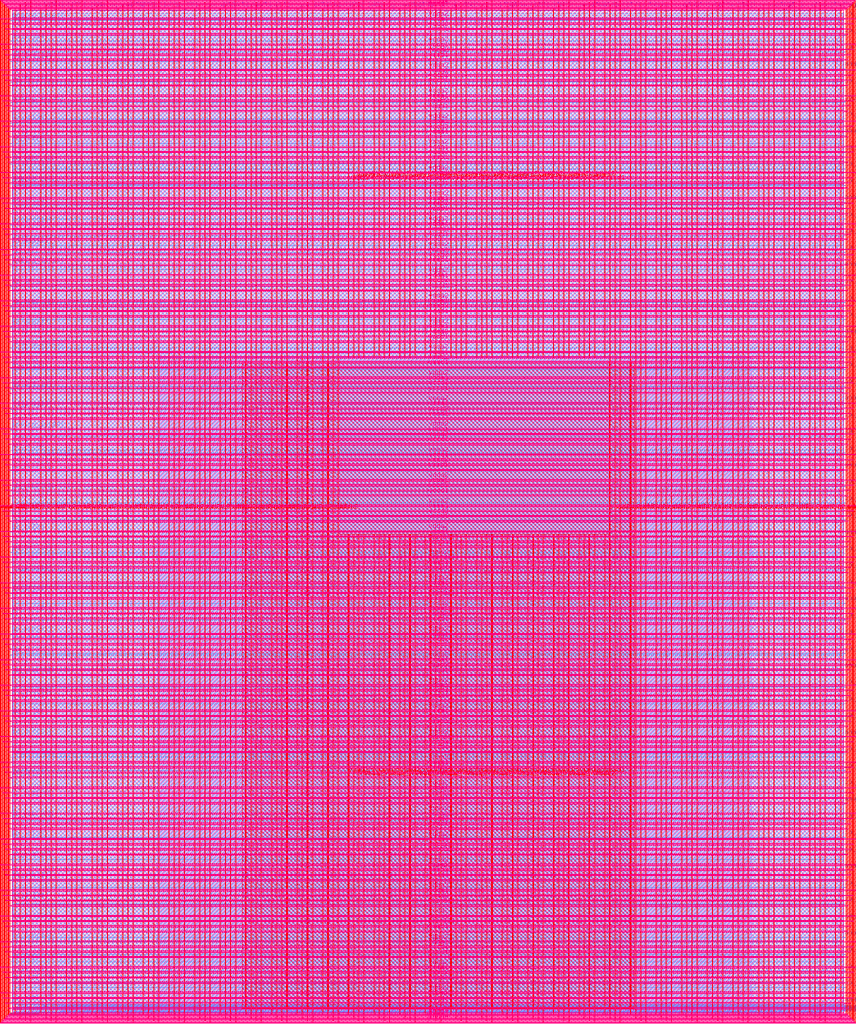
<source format=lef>
VERSION 5.7 ;
  NOWIREEXTENSIONATPIN ON ;
  DIVIDERCHAR "/" ;
  BUSBITCHARS "[]" ;
MACRO user_project_wrapper
  CLASS BLOCK ;
  FOREIGN user_project_wrapper ;
  ORIGIN 0.000 0.000 ;
  SIZE 2920.000 BY 3520.000 ;
  PIN analog_io[0]
    DIRECTION INOUT ;
    USE SIGNAL ;
    PORT
      LAYER met3 ;
        RECT 2917.600 28.980 2924.800 30.180 ;
    END
  END analog_io[0]
  PIN analog_io[10]
    DIRECTION INOUT ;
    USE SIGNAL ;
    PORT
      LAYER met3 ;
        RECT 2917.600 2374.980 2924.800 2376.180 ;
    END
  END analog_io[10]
  PIN analog_io[11]
    DIRECTION INOUT ;
    USE SIGNAL ;
    PORT
      LAYER met3 ;
        RECT 2917.600 2609.580 2924.800 2610.780 ;
    END
  END analog_io[11]
  PIN analog_io[12]
    DIRECTION INOUT ;
    USE SIGNAL ;
    PORT
      LAYER met3 ;
        RECT 2917.600 2844.180 2924.800 2845.380 ;
    END
  END analog_io[12]
  PIN analog_io[13]
    DIRECTION INOUT ;
    USE SIGNAL ;
    PORT
      LAYER met3 ;
        RECT 2917.600 3078.780 2924.800 3079.980 ;
    END
  END analog_io[13]
  PIN analog_io[14]
    DIRECTION INOUT ;
    USE SIGNAL ;
    PORT
      LAYER met3 ;
        RECT 2917.600 3313.380 2924.800 3314.580 ;
    END
  END analog_io[14]
  PIN analog_io[15]
    DIRECTION INOUT ;
    USE SIGNAL ;
    PORT
      LAYER met2 ;
        RECT 2879.090 3517.600 2879.650 3524.800 ;
    END
  END analog_io[15]
  PIN analog_io[16]
    DIRECTION INOUT ;
    USE SIGNAL ;
    PORT
      LAYER met2 ;
        RECT 2554.790 3517.600 2555.350 3524.800 ;
    END
  END analog_io[16]
  PIN analog_io[17]
    DIRECTION INOUT ;
    USE SIGNAL ;
    PORT
      LAYER met2 ;
        RECT 2230.490 3517.600 2231.050 3524.800 ;
    END
  END analog_io[17]
  PIN analog_io[18]
    DIRECTION INOUT ;
    USE SIGNAL ;
    PORT
      LAYER met2 ;
        RECT 1905.730 3517.600 1906.290 3524.800 ;
    END
  END analog_io[18]
  PIN analog_io[19]
    DIRECTION INOUT ;
    USE SIGNAL ;
    PORT
      LAYER met2 ;
        RECT 1581.430 3517.600 1581.990 3524.800 ;
    END
  END analog_io[19]
  PIN analog_io[1]
    DIRECTION INOUT ;
    USE SIGNAL ;
    PORT
      LAYER met3 ;
        RECT 2917.600 263.580 2924.800 264.780 ;
    END
  END analog_io[1]
  PIN analog_io[20]
    DIRECTION INOUT ;
    USE SIGNAL ;
    PORT
      LAYER met2 ;
        RECT 1257.130 3517.600 1257.690 3524.800 ;
    END
  END analog_io[20]
  PIN analog_io[21]
    DIRECTION INOUT ;
    USE SIGNAL ;
    PORT
      LAYER met2 ;
        RECT 932.370 3517.600 932.930 3524.800 ;
    END
  END analog_io[21]
  PIN analog_io[22]
    DIRECTION INOUT ;
    USE SIGNAL ;
    PORT
      LAYER met2 ;
        RECT 608.070 3517.600 608.630 3524.800 ;
    END
  END analog_io[22]
  PIN analog_io[23]
    DIRECTION INOUT ;
    USE SIGNAL ;
    PORT
      LAYER met2 ;
        RECT 283.770 3517.600 284.330 3524.800 ;
    END
  END analog_io[23]
  PIN analog_io[24]
    DIRECTION INOUT ;
    USE SIGNAL ;
    PORT
      LAYER met3 ;
        RECT -4.800 3482.700 2.400 3483.900 ;
    END
  END analog_io[24]
  PIN analog_io[25]
    DIRECTION INOUT ;
    USE SIGNAL ;
    PORT
      LAYER met3 ;
        RECT -4.800 3195.060 2.400 3196.260 ;
    END
  END analog_io[25]
  PIN analog_io[26]
    DIRECTION INOUT ;
    USE SIGNAL ;
    PORT
      LAYER met3 ;
        RECT -4.800 2908.100 2.400 2909.300 ;
    END
  END analog_io[26]
  PIN analog_io[27]
    DIRECTION INOUT ;
    USE SIGNAL ;
    PORT
      LAYER met3 ;
        RECT -4.800 2620.460 2.400 2621.660 ;
    END
  END analog_io[27]
  PIN analog_io[28]
    DIRECTION INOUT ;
    USE SIGNAL ;
    PORT
      LAYER met3 ;
        RECT -4.800 2333.500 2.400 2334.700 ;
    END
  END analog_io[28]
  PIN analog_io[29]
    DIRECTION INOUT ;
    USE SIGNAL ;
    PORT
      LAYER met3 ;
        RECT -4.800 2045.860 2.400 2047.060 ;
    END
  END analog_io[29]
  PIN analog_io[2]
    DIRECTION INOUT ;
    USE SIGNAL ;
    PORT
      LAYER met3 ;
        RECT 2917.600 498.180 2924.800 499.380 ;
    END
  END analog_io[2]
  PIN analog_io[30]
    DIRECTION INOUT ;
    USE SIGNAL ;
    PORT
      LAYER met3 ;
        RECT -4.800 1758.900 2.400 1760.100 ;
    END
  END analog_io[30]
  PIN analog_io[3]
    DIRECTION INOUT ;
    USE SIGNAL ;
    PORT
      LAYER met3 ;
        RECT 2917.600 732.780 2924.800 733.980 ;
    END
  END analog_io[3]
  PIN analog_io[4]
    DIRECTION INOUT ;
    USE SIGNAL ;
    PORT
      LAYER met3 ;
        RECT 2917.600 967.380 2924.800 968.580 ;
    END
  END analog_io[4]
  PIN analog_io[5]
    DIRECTION INOUT ;
    USE SIGNAL ;
    PORT
      LAYER met3 ;
        RECT 2917.600 1201.980 2924.800 1203.180 ;
    END
  END analog_io[5]
  PIN analog_io[6]
    DIRECTION INOUT ;
    USE SIGNAL ;
    PORT
      LAYER met3 ;
        RECT 2917.600 1436.580 2924.800 1437.780 ;
    END
  END analog_io[6]
  PIN analog_io[7]
    DIRECTION INOUT ;
    USE SIGNAL ;
    PORT
      LAYER met3 ;
        RECT 2917.600 1671.180 2924.800 1672.380 ;
    END
  END analog_io[7]
  PIN analog_io[8]
    DIRECTION INOUT ;
    USE SIGNAL ;
    PORT
      LAYER met3 ;
        RECT 2917.600 1905.780 2924.800 1906.980 ;
    END
  END analog_io[8]
  PIN analog_io[9]
    DIRECTION INOUT ;
    USE SIGNAL ;
    PORT
      LAYER met3 ;
        RECT 2917.600 2140.380 2924.800 2141.580 ;
    END
  END analog_io[9]
  PIN io_in[0]
    DIRECTION INPUT ;
    USE SIGNAL ;
    PORT
      LAYER met3 ;
        RECT 2917.600 87.460 2924.800 88.660 ;
    END
  END io_in[0]
  PIN io_in[10]
    DIRECTION INPUT ;
    USE SIGNAL ;
    PORT
      LAYER met3 ;
        RECT 2917.600 2433.460 2924.800 2434.660 ;
    END
  END io_in[10]
  PIN io_in[11]
    DIRECTION INPUT ;
    USE SIGNAL ;
    PORT
      LAYER met3 ;
        RECT 2917.600 2668.740 2924.800 2669.940 ;
    END
  END io_in[11]
  PIN io_in[12]
    DIRECTION INPUT ;
    USE SIGNAL ;
    PORT
      LAYER met3 ;
        RECT 2917.600 2903.340 2924.800 2904.540 ;
    END
  END io_in[12]
  PIN io_in[13]
    DIRECTION INPUT ;
    USE SIGNAL ;
    PORT
      LAYER met3 ;
        RECT 2917.600 3137.940 2924.800 3139.140 ;
    END
  END io_in[13]
  PIN io_in[14]
    DIRECTION INPUT ;
    USE SIGNAL ;
    PORT
      LAYER met3 ;
        RECT 2917.600 3372.540 2924.800 3373.740 ;
    END
  END io_in[14]
  PIN io_in[15]
    DIRECTION INPUT ;
    USE SIGNAL ;
    PORT
      LAYER met2 ;
        RECT 2798.130 3517.600 2798.690 3524.800 ;
    END
  END io_in[15]
  PIN io_in[16]
    DIRECTION INPUT ;
    USE SIGNAL ;
    PORT
      LAYER met2 ;
        RECT 2473.830 3517.600 2474.390 3524.800 ;
    END
  END io_in[16]
  PIN io_in[17]
    DIRECTION INPUT ;
    USE SIGNAL ;
    PORT
      LAYER met2 ;
        RECT 2149.070 3517.600 2149.630 3524.800 ;
    END
  END io_in[17]
  PIN io_in[18]
    DIRECTION INPUT ;
    USE SIGNAL ;
    PORT
      LAYER met2 ;
        RECT 1824.770 3517.600 1825.330 3524.800 ;
    END
  END io_in[18]
  PIN io_in[19]
    DIRECTION INPUT ;
    USE SIGNAL ;
    PORT
      LAYER met2 ;
        RECT 1500.470 3517.600 1501.030 3524.800 ;
    END
  END io_in[19]
  PIN io_in[1]
    DIRECTION INPUT ;
    USE SIGNAL ;
    PORT
      LAYER met3 ;
        RECT 2917.600 322.060 2924.800 323.260 ;
    END
  END io_in[1]
  PIN io_in[20]
    DIRECTION INPUT ;
    USE SIGNAL ;
    PORT
      LAYER met2 ;
        RECT 1175.710 3517.600 1176.270 3524.800 ;
    END
  END io_in[20]
  PIN io_in[21]
    DIRECTION INPUT ;
    USE SIGNAL ;
    PORT
      LAYER met2 ;
        RECT 851.410 3517.600 851.970 3524.800 ;
    END
  END io_in[21]
  PIN io_in[22]
    DIRECTION INPUT ;
    USE SIGNAL ;
    PORT
      LAYER met2 ;
        RECT 527.110 3517.600 527.670 3524.800 ;
    END
  END io_in[22]
  PIN io_in[23]
    DIRECTION INPUT ;
    USE SIGNAL ;
    PORT
      LAYER met2 ;
        RECT 202.350 3517.600 202.910 3524.800 ;
    END
  END io_in[23]
  PIN io_in[24]
    DIRECTION INPUT ;
    USE SIGNAL ;
    PORT
      LAYER met3 ;
        RECT -4.800 3410.620 2.400 3411.820 ;
    END
  END io_in[24]
  PIN io_in[25]
    DIRECTION INPUT ;
    USE SIGNAL ;
    PORT
      LAYER met3 ;
        RECT -4.800 3123.660 2.400 3124.860 ;
    END
  END io_in[25]
  PIN io_in[26]
    DIRECTION INPUT ;
    USE SIGNAL ;
    PORT
      LAYER met3 ;
        RECT -4.800 2836.020 2.400 2837.220 ;
    END
  END io_in[26]
  PIN io_in[27]
    DIRECTION INPUT ;
    USE SIGNAL ;
    PORT
      LAYER met3 ;
        RECT -4.800 2549.060 2.400 2550.260 ;
    END
  END io_in[27]
  PIN io_in[28]
    DIRECTION INPUT ;
    USE SIGNAL ;
    PORT
      LAYER met3 ;
        RECT -4.800 2261.420 2.400 2262.620 ;
    END
  END io_in[28]
  PIN io_in[29]
    DIRECTION INPUT ;
    USE SIGNAL ;
    PORT
      LAYER met3 ;
        RECT -4.800 1974.460 2.400 1975.660 ;
    END
  END io_in[29]
  PIN io_in[2]
    DIRECTION INPUT ;
    USE SIGNAL ;
    PORT
      LAYER met3 ;
        RECT 2917.600 556.660 2924.800 557.860 ;
    END
  END io_in[2]
  PIN io_in[30]
    DIRECTION INPUT ;
    USE SIGNAL ;
    PORT
      LAYER met3 ;
        RECT -4.800 1686.820 2.400 1688.020 ;
    END
  END io_in[30]
  PIN io_in[31]
    DIRECTION INPUT ;
    USE SIGNAL ;
    PORT
      LAYER met3 ;
        RECT -4.800 1471.260 2.400 1472.460 ;
    END
  END io_in[31]
  PIN io_in[32]
    DIRECTION INPUT ;
    USE SIGNAL ;
    PORT
      LAYER met3 ;
        RECT -4.800 1255.700 2.400 1256.900 ;
    END
  END io_in[32]
  PIN io_in[33]
    DIRECTION INPUT ;
    USE SIGNAL ;
    PORT
      LAYER met3 ;
        RECT -4.800 1040.140 2.400 1041.340 ;
    END
  END io_in[33]
  PIN io_in[34]
    DIRECTION INPUT ;
    USE SIGNAL ;
    PORT
      LAYER met3 ;
        RECT -4.800 824.580 2.400 825.780 ;
    END
  END io_in[34]
  PIN io_in[35]
    DIRECTION INPUT ;
    USE SIGNAL ;
    PORT
      LAYER met3 ;
        RECT -4.800 609.700 2.400 610.900 ;
    END
  END io_in[35]
  PIN io_in[36]
    DIRECTION INPUT ;
    USE SIGNAL ;
    PORT
      LAYER met3 ;
        RECT -4.800 394.140 2.400 395.340 ;
    END
  END io_in[36]
  PIN io_in[37]
    DIRECTION INPUT ;
    USE SIGNAL ;
    PORT
      LAYER met3 ;
        RECT -4.800 178.580 2.400 179.780 ;
    END
  END io_in[37]
  PIN io_in[3]
    DIRECTION INPUT ;
    USE SIGNAL ;
    PORT
      LAYER met3 ;
        RECT 2917.600 791.260 2924.800 792.460 ;
    END
  END io_in[3]
  PIN io_in[4]
    DIRECTION INPUT ;
    USE SIGNAL ;
    PORT
      LAYER met3 ;
        RECT 2917.600 1025.860 2924.800 1027.060 ;
    END
  END io_in[4]
  PIN io_in[5]
    DIRECTION INPUT ;
    USE SIGNAL ;
    PORT
      LAYER met3 ;
        RECT 2917.600 1260.460 2924.800 1261.660 ;
    END
  END io_in[5]
  PIN io_in[6]
    DIRECTION INPUT ;
    USE SIGNAL ;
    PORT
      LAYER met3 ;
        RECT 2917.600 1495.060 2924.800 1496.260 ;
    END
  END io_in[6]
  PIN io_in[7]
    DIRECTION INPUT ;
    USE SIGNAL ;
    PORT
      LAYER met3 ;
        RECT 2917.600 1729.660 2924.800 1730.860 ;
    END
  END io_in[7]
  PIN io_in[8]
    DIRECTION INPUT ;
    USE SIGNAL ;
    PORT
      LAYER met3 ;
        RECT 2917.600 1964.260 2924.800 1965.460 ;
    END
  END io_in[8]
  PIN io_in[9]
    DIRECTION INPUT ;
    USE SIGNAL ;
    PORT
      LAYER met3 ;
        RECT 2917.600 2198.860 2924.800 2200.060 ;
    END
  END io_in[9]
  PIN io_oeb[0]
    DIRECTION OUTPUT TRISTATE ;
    USE SIGNAL ;
    PORT
      LAYER met3 ;
        RECT 2917.600 204.420 2924.800 205.620 ;
    END
  END io_oeb[0]
  PIN io_oeb[10]
    DIRECTION OUTPUT TRISTATE ;
    USE SIGNAL ;
    PORT
      LAYER met3 ;
        RECT 2917.600 2551.100 2924.800 2552.300 ;
    END
  END io_oeb[10]
  PIN io_oeb[11]
    DIRECTION OUTPUT TRISTATE ;
    USE SIGNAL ;
    PORT
      LAYER met3 ;
        RECT 2917.600 2785.700 2924.800 2786.900 ;
    END
  END io_oeb[11]
  PIN io_oeb[12]
    DIRECTION OUTPUT TRISTATE ;
    USE SIGNAL ;
    PORT
      LAYER met3 ;
        RECT 2917.600 3020.300 2924.800 3021.500 ;
    END
  END io_oeb[12]
  PIN io_oeb[13]
    DIRECTION OUTPUT TRISTATE ;
    USE SIGNAL ;
    PORT
      LAYER met3 ;
        RECT 2917.600 3254.900 2924.800 3256.100 ;
    END
  END io_oeb[13]
  PIN io_oeb[14]
    DIRECTION OUTPUT TRISTATE ;
    USE SIGNAL ;
    PORT
      LAYER met3 ;
        RECT 2917.600 3489.500 2924.800 3490.700 ;
    END
  END io_oeb[14]
  PIN io_oeb[15]
    DIRECTION OUTPUT TRISTATE ;
    USE SIGNAL ;
    PORT
      LAYER met2 ;
        RECT 2635.750 3517.600 2636.310 3524.800 ;
    END
  END io_oeb[15]
  PIN io_oeb[16]
    DIRECTION OUTPUT TRISTATE ;
    USE SIGNAL ;
    PORT
      LAYER met2 ;
        RECT 2311.450 3517.600 2312.010 3524.800 ;
    END
  END io_oeb[16]
  PIN io_oeb[17]
    DIRECTION OUTPUT TRISTATE ;
    USE SIGNAL ;
    PORT
      LAYER met2 ;
        RECT 1987.150 3517.600 1987.710 3524.800 ;
    END
  END io_oeb[17]
  PIN io_oeb[18]
    DIRECTION OUTPUT TRISTATE ;
    USE SIGNAL ;
    PORT
      LAYER met2 ;
        RECT 1662.390 3517.600 1662.950 3524.800 ;
    END
  END io_oeb[18]
  PIN io_oeb[19]
    DIRECTION OUTPUT TRISTATE ;
    USE SIGNAL ;
    PORT
      LAYER met2 ;
        RECT 1338.090 3517.600 1338.650 3524.800 ;
    END
  END io_oeb[19]
  PIN io_oeb[1]
    DIRECTION OUTPUT TRISTATE ;
    USE SIGNAL ;
    PORT
      LAYER met3 ;
        RECT 2917.600 439.020 2924.800 440.220 ;
    END
  END io_oeb[1]
  PIN io_oeb[20]
    DIRECTION OUTPUT TRISTATE ;
    USE SIGNAL ;
    PORT
      LAYER met2 ;
        RECT 1013.790 3517.600 1014.350 3524.800 ;
    END
  END io_oeb[20]
  PIN io_oeb[21]
    DIRECTION OUTPUT TRISTATE ;
    USE SIGNAL ;
    PORT
      LAYER met2 ;
        RECT 689.030 3517.600 689.590 3524.800 ;
    END
  END io_oeb[21]
  PIN io_oeb[22]
    DIRECTION OUTPUT TRISTATE ;
    USE SIGNAL ;
    PORT
      LAYER met2 ;
        RECT 364.730 3517.600 365.290 3524.800 ;
    END
  END io_oeb[22]
  PIN io_oeb[23]
    DIRECTION OUTPUT TRISTATE ;
    USE SIGNAL ;
    PORT
      LAYER met2 ;
        RECT 40.430 3517.600 40.990 3524.800 ;
    END
  END io_oeb[23]
  PIN io_oeb[24]
    DIRECTION OUTPUT TRISTATE ;
    USE SIGNAL ;
    PORT
      LAYER met3 ;
        RECT -4.800 3267.140 2.400 3268.340 ;
    END
  END io_oeb[24]
  PIN io_oeb[25]
    DIRECTION OUTPUT TRISTATE ;
    USE SIGNAL ;
    PORT
      LAYER met3 ;
        RECT -4.800 2979.500 2.400 2980.700 ;
    END
  END io_oeb[25]
  PIN io_oeb[26]
    DIRECTION OUTPUT TRISTATE ;
    USE SIGNAL ;
    PORT
      LAYER met3 ;
        RECT -4.800 2692.540 2.400 2693.740 ;
    END
  END io_oeb[26]
  PIN io_oeb[27]
    DIRECTION OUTPUT TRISTATE ;
    USE SIGNAL ;
    PORT
      LAYER met3 ;
        RECT -4.800 2404.900 2.400 2406.100 ;
    END
  END io_oeb[27]
  PIN io_oeb[28]
    DIRECTION OUTPUT TRISTATE ;
    USE SIGNAL ;
    PORT
      LAYER met3 ;
        RECT -4.800 2117.940 2.400 2119.140 ;
    END
  END io_oeb[28]
  PIN io_oeb[29]
    DIRECTION OUTPUT TRISTATE ;
    USE SIGNAL ;
    PORT
      LAYER met3 ;
        RECT -4.800 1830.300 2.400 1831.500 ;
    END
  END io_oeb[29]
  PIN io_oeb[2]
    DIRECTION OUTPUT TRISTATE ;
    USE SIGNAL ;
    PORT
      LAYER met3 ;
        RECT 2917.600 673.620 2924.800 674.820 ;
    END
  END io_oeb[2]
  PIN io_oeb[30]
    DIRECTION OUTPUT TRISTATE ;
    USE SIGNAL ;
    PORT
      LAYER met3 ;
        RECT -4.800 1543.340 2.400 1544.540 ;
    END
  END io_oeb[30]
  PIN io_oeb[31]
    DIRECTION OUTPUT TRISTATE ;
    USE SIGNAL ;
    PORT
      LAYER met3 ;
        RECT -4.800 1327.780 2.400 1328.980 ;
    END
  END io_oeb[31]
  PIN io_oeb[32]
    DIRECTION OUTPUT TRISTATE ;
    USE SIGNAL ;
    PORT
      LAYER met3 ;
        RECT -4.800 1112.220 2.400 1113.420 ;
    END
  END io_oeb[32]
  PIN io_oeb[33]
    DIRECTION OUTPUT TRISTATE ;
    USE SIGNAL ;
    PORT
      LAYER met3 ;
        RECT -4.800 896.660 2.400 897.860 ;
    END
  END io_oeb[33]
  PIN io_oeb[34]
    DIRECTION OUTPUT TRISTATE ;
    USE SIGNAL ;
    PORT
      LAYER met3 ;
        RECT -4.800 681.100 2.400 682.300 ;
    END
  END io_oeb[34]
  PIN io_oeb[35]
    DIRECTION OUTPUT TRISTATE ;
    USE SIGNAL ;
    PORT
      LAYER met3 ;
        RECT -4.800 465.540 2.400 466.740 ;
    END
  END io_oeb[35]
  PIN io_oeb[36]
    DIRECTION OUTPUT TRISTATE ;
    USE SIGNAL ;
    PORT
      LAYER met3 ;
        RECT -4.800 249.980 2.400 251.180 ;
    END
  END io_oeb[36]
  PIN io_oeb[37]
    DIRECTION OUTPUT TRISTATE ;
    USE SIGNAL ;
    PORT
      LAYER met3 ;
        RECT -4.800 35.100 2.400 36.300 ;
    END
  END io_oeb[37]
  PIN io_oeb[3]
    DIRECTION OUTPUT TRISTATE ;
    USE SIGNAL ;
    PORT
      LAYER met3 ;
        RECT 2917.600 908.900 2924.800 910.100 ;
    END
  END io_oeb[3]
  PIN io_oeb[4]
    DIRECTION OUTPUT TRISTATE ;
    USE SIGNAL ;
    PORT
      LAYER met3 ;
        RECT 2917.600 1143.500 2924.800 1144.700 ;
    END
  END io_oeb[4]
  PIN io_oeb[5]
    DIRECTION OUTPUT TRISTATE ;
    USE SIGNAL ;
    PORT
      LAYER met3 ;
        RECT 2917.600 1378.100 2924.800 1379.300 ;
    END
  END io_oeb[5]
  PIN io_oeb[6]
    DIRECTION OUTPUT TRISTATE ;
    USE SIGNAL ;
    PORT
      LAYER met3 ;
        RECT 2917.600 1612.700 2924.800 1613.900 ;
    END
  END io_oeb[6]
  PIN io_oeb[7]
    DIRECTION OUTPUT TRISTATE ;
    USE SIGNAL ;
    PORT
      LAYER met3 ;
        RECT 2917.600 1847.300 2924.800 1848.500 ;
    END
  END io_oeb[7]
  PIN io_oeb[8]
    DIRECTION OUTPUT TRISTATE ;
    USE SIGNAL ;
    PORT
      LAYER met3 ;
        RECT 2917.600 2081.900 2924.800 2083.100 ;
    END
  END io_oeb[8]
  PIN io_oeb[9]
    DIRECTION OUTPUT TRISTATE ;
    USE SIGNAL ;
    PORT
      LAYER met3 ;
        RECT 2917.600 2316.500 2924.800 2317.700 ;
    END
  END io_oeb[9]
  PIN io_out[0]
    DIRECTION OUTPUT TRISTATE ;
    USE SIGNAL ;
    PORT
      LAYER met3 ;
        RECT 2917.600 145.940 2924.800 147.140 ;
    END
  END io_out[0]
  PIN io_out[10]
    DIRECTION OUTPUT TRISTATE ;
    USE SIGNAL ;
    PORT
      LAYER met3 ;
        RECT 2917.600 2492.620 2924.800 2493.820 ;
    END
  END io_out[10]
  PIN io_out[11]
    DIRECTION OUTPUT TRISTATE ;
    USE SIGNAL ;
    PORT
      LAYER met3 ;
        RECT 2917.600 2727.220 2924.800 2728.420 ;
    END
  END io_out[11]
  PIN io_out[12]
    DIRECTION OUTPUT TRISTATE ;
    USE SIGNAL ;
    PORT
      LAYER met3 ;
        RECT 2917.600 2961.820 2924.800 2963.020 ;
    END
  END io_out[12]
  PIN io_out[13]
    DIRECTION OUTPUT TRISTATE ;
    USE SIGNAL ;
    PORT
      LAYER met3 ;
        RECT 2917.600 3196.420 2924.800 3197.620 ;
    END
  END io_out[13]
  PIN io_out[14]
    DIRECTION OUTPUT TRISTATE ;
    USE SIGNAL ;
    PORT
      LAYER met3 ;
        RECT 2917.600 3431.020 2924.800 3432.220 ;
    END
  END io_out[14]
  PIN io_out[15]
    DIRECTION OUTPUT TRISTATE ;
    USE SIGNAL ;
    PORT
      LAYER met2 ;
        RECT 2717.170 3517.600 2717.730 3524.800 ;
    END
  END io_out[15]
  PIN io_out[16]
    DIRECTION OUTPUT TRISTATE ;
    USE SIGNAL ;
    PORT
      LAYER met2 ;
        RECT 2392.410 3517.600 2392.970 3524.800 ;
    END
  END io_out[16]
  PIN io_out[17]
    DIRECTION OUTPUT TRISTATE ;
    USE SIGNAL ;
    PORT
      LAYER met2 ;
        RECT 2068.110 3517.600 2068.670 3524.800 ;
    END
  END io_out[17]
  PIN io_out[18]
    DIRECTION OUTPUT TRISTATE ;
    USE SIGNAL ;
    PORT
      LAYER met2 ;
        RECT 1743.810 3517.600 1744.370 3524.800 ;
    END
  END io_out[18]
  PIN io_out[19]
    DIRECTION OUTPUT TRISTATE ;
    USE SIGNAL ;
    PORT
      LAYER met2 ;
        RECT 1419.050 3517.600 1419.610 3524.800 ;
    END
  END io_out[19]
  PIN io_out[1]
    DIRECTION OUTPUT TRISTATE ;
    USE SIGNAL ;
    PORT
      LAYER met3 ;
        RECT 2917.600 380.540 2924.800 381.740 ;
    END
  END io_out[1]
  PIN io_out[20]
    DIRECTION OUTPUT TRISTATE ;
    USE SIGNAL ;
    PORT
      LAYER met2 ;
        RECT 1094.750 3517.600 1095.310 3524.800 ;
    END
  END io_out[20]
  PIN io_out[21]
    DIRECTION OUTPUT TRISTATE ;
    USE SIGNAL ;
    PORT
      LAYER met2 ;
        RECT 770.450 3517.600 771.010 3524.800 ;
    END
  END io_out[21]
  PIN io_out[22]
    DIRECTION OUTPUT TRISTATE ;
    USE SIGNAL ;
    PORT
      LAYER met2 ;
        RECT 445.690 3517.600 446.250 3524.800 ;
    END
  END io_out[22]
  PIN io_out[23]
    DIRECTION OUTPUT TRISTATE ;
    USE SIGNAL ;
    PORT
      LAYER met2 ;
        RECT 121.390 3517.600 121.950 3524.800 ;
    END
  END io_out[23]
  PIN io_out[24]
    DIRECTION OUTPUT TRISTATE ;
    USE SIGNAL ;
    PORT
      LAYER met3 ;
        RECT -4.800 3339.220 2.400 3340.420 ;
    END
  END io_out[24]
  PIN io_out[25]
    DIRECTION OUTPUT TRISTATE ;
    USE SIGNAL ;
    PORT
      LAYER met3 ;
        RECT -4.800 3051.580 2.400 3052.780 ;
    END
  END io_out[25]
  PIN io_out[26]
    DIRECTION OUTPUT TRISTATE ;
    USE SIGNAL ;
    PORT
      LAYER met3 ;
        RECT -4.800 2764.620 2.400 2765.820 ;
    END
  END io_out[26]
  PIN io_out[27]
    DIRECTION OUTPUT TRISTATE ;
    USE SIGNAL ;
    PORT
      LAYER met3 ;
        RECT -4.800 2476.980 2.400 2478.180 ;
    END
  END io_out[27]
  PIN io_out[28]
    DIRECTION OUTPUT TRISTATE ;
    USE SIGNAL ;
    PORT
      LAYER met3 ;
        RECT -4.800 2189.340 2.400 2190.540 ;
    END
  END io_out[28]
  PIN io_out[29]
    DIRECTION OUTPUT TRISTATE ;
    USE SIGNAL ;
    PORT
      LAYER met3 ;
        RECT -4.800 1902.380 2.400 1903.580 ;
    END
  END io_out[29]
  PIN io_out[2]
    DIRECTION OUTPUT TRISTATE ;
    USE SIGNAL ;
    PORT
      LAYER met3 ;
        RECT 2917.600 615.140 2924.800 616.340 ;
    END
  END io_out[2]
  PIN io_out[30]
    DIRECTION OUTPUT TRISTATE ;
    USE SIGNAL ;
    PORT
      LAYER met3 ;
        RECT -4.800 1614.740 2.400 1615.940 ;
    END
  END io_out[30]
  PIN io_out[31]
    DIRECTION OUTPUT TRISTATE ;
    USE SIGNAL ;
    PORT
      LAYER met3 ;
        RECT -4.800 1399.860 2.400 1401.060 ;
    END
  END io_out[31]
  PIN io_out[32]
    DIRECTION OUTPUT TRISTATE ;
    USE SIGNAL ;
    PORT
      LAYER met3 ;
        RECT -4.800 1184.300 2.400 1185.500 ;
    END
  END io_out[32]
  PIN io_out[33]
    DIRECTION OUTPUT TRISTATE ;
    USE SIGNAL ;
    PORT
      LAYER met3 ;
        RECT -4.800 968.740 2.400 969.940 ;
    END
  END io_out[33]
  PIN io_out[34]
    DIRECTION OUTPUT TRISTATE ;
    USE SIGNAL ;
    PORT
      LAYER met3 ;
        RECT -4.800 753.180 2.400 754.380 ;
    END
  END io_out[34]
  PIN io_out[35]
    DIRECTION OUTPUT TRISTATE ;
    USE SIGNAL ;
    PORT
      LAYER met3 ;
        RECT -4.800 537.620 2.400 538.820 ;
    END
  END io_out[35]
  PIN io_out[36]
    DIRECTION OUTPUT TRISTATE ;
    USE SIGNAL ;
    PORT
      LAYER met3 ;
        RECT -4.800 322.060 2.400 323.260 ;
    END
  END io_out[36]
  PIN io_out[37]
    DIRECTION OUTPUT TRISTATE ;
    USE SIGNAL ;
    PORT
      LAYER met3 ;
        RECT -4.800 106.500 2.400 107.700 ;
    END
  END io_out[37]
  PIN io_out[3]
    DIRECTION OUTPUT TRISTATE ;
    USE SIGNAL ;
    PORT
      LAYER met3 ;
        RECT 2917.600 849.740 2924.800 850.940 ;
    END
  END io_out[3]
  PIN io_out[4]
    DIRECTION OUTPUT TRISTATE ;
    USE SIGNAL ;
    PORT
      LAYER met3 ;
        RECT 2917.600 1084.340 2924.800 1085.540 ;
    END
  END io_out[4]
  PIN io_out[5]
    DIRECTION OUTPUT TRISTATE ;
    USE SIGNAL ;
    PORT
      LAYER met3 ;
        RECT 2917.600 1318.940 2924.800 1320.140 ;
    END
  END io_out[5]
  PIN io_out[6]
    DIRECTION OUTPUT TRISTATE ;
    USE SIGNAL ;
    PORT
      LAYER met3 ;
        RECT 2917.600 1553.540 2924.800 1554.740 ;
    END
  END io_out[6]
  PIN io_out[7]
    DIRECTION OUTPUT TRISTATE ;
    USE SIGNAL ;
    PORT
      LAYER met3 ;
        RECT 2917.600 1788.820 2924.800 1790.020 ;
    END
  END io_out[7]
  PIN io_out[8]
    DIRECTION OUTPUT TRISTATE ;
    USE SIGNAL ;
    PORT
      LAYER met3 ;
        RECT 2917.600 2023.420 2924.800 2024.620 ;
    END
  END io_out[8]
  PIN io_out[9]
    DIRECTION OUTPUT TRISTATE ;
    USE SIGNAL ;
    PORT
      LAYER met3 ;
        RECT 2917.600 2258.020 2924.800 2259.220 ;
    END
  END io_out[9]
  PIN la_data_in[0]
    DIRECTION INPUT ;
    USE SIGNAL ;
    PORT
      LAYER met2 ;
        RECT 632.910 -4.800 633.470 2.400 ;
    END
  END la_data_in[0]
  PIN la_data_in[100]
    DIRECTION INPUT ;
    USE SIGNAL ;
    PORT
      LAYER met2 ;
        RECT 2417.250 -4.800 2417.810 2.400 ;
    END
  END la_data_in[100]
  PIN la_data_in[101]
    DIRECTION INPUT ;
    USE SIGNAL ;
    PORT
      LAYER met2 ;
        RECT 2434.730 -4.800 2435.290 2.400 ;
    END
  END la_data_in[101]
  PIN la_data_in[102]
    DIRECTION INPUT ;
    USE SIGNAL ;
    PORT
      LAYER met2 ;
        RECT 2452.670 -4.800 2453.230 2.400 ;
    END
  END la_data_in[102]
  PIN la_data_in[103]
    DIRECTION INPUT ;
    USE SIGNAL ;
    PORT
      LAYER met2 ;
        RECT 2470.610 -4.800 2471.170 2.400 ;
    END
  END la_data_in[103]
  PIN la_data_in[104]
    DIRECTION INPUT ;
    USE SIGNAL ;
    PORT
      LAYER met2 ;
        RECT 2488.550 -4.800 2489.110 2.400 ;
    END
  END la_data_in[104]
  PIN la_data_in[105]
    DIRECTION INPUT ;
    USE SIGNAL ;
    PORT
      LAYER met2 ;
        RECT 2506.030 -4.800 2506.590 2.400 ;
    END
  END la_data_in[105]
  PIN la_data_in[106]
    DIRECTION INPUT ;
    USE SIGNAL ;
    PORT
      LAYER met2 ;
        RECT 2523.970 -4.800 2524.530 2.400 ;
    END
  END la_data_in[106]
  PIN la_data_in[107]
    DIRECTION INPUT ;
    USE SIGNAL ;
    PORT
      LAYER met2 ;
        RECT 2541.910 -4.800 2542.470 2.400 ;
    END
  END la_data_in[107]
  PIN la_data_in[108]
    DIRECTION INPUT ;
    USE SIGNAL ;
    PORT
      LAYER met2 ;
        RECT 2559.850 -4.800 2560.410 2.400 ;
    END
  END la_data_in[108]
  PIN la_data_in[109]
    DIRECTION INPUT ;
    USE SIGNAL ;
    PORT
      LAYER met2 ;
        RECT 2577.790 -4.800 2578.350 2.400 ;
    END
  END la_data_in[109]
  PIN la_data_in[10]
    DIRECTION INPUT ;
    USE SIGNAL ;
    PORT
      LAYER met2 ;
        RECT 811.390 -4.800 811.950 2.400 ;
    END
  END la_data_in[10]
  PIN la_data_in[110]
    DIRECTION INPUT ;
    USE SIGNAL ;
    PORT
      LAYER met2 ;
        RECT 2595.270 -4.800 2595.830 2.400 ;
    END
  END la_data_in[110]
  PIN la_data_in[111]
    DIRECTION INPUT ;
    USE SIGNAL ;
    PORT
      LAYER met2 ;
        RECT 2613.210 -4.800 2613.770 2.400 ;
    END
  END la_data_in[111]
  PIN la_data_in[112]
    DIRECTION INPUT ;
    USE SIGNAL ;
    PORT
      LAYER met2 ;
        RECT 2631.150 -4.800 2631.710 2.400 ;
    END
  END la_data_in[112]
  PIN la_data_in[113]
    DIRECTION INPUT ;
    USE SIGNAL ;
    PORT
      LAYER met2 ;
        RECT 2649.090 -4.800 2649.650 2.400 ;
    END
  END la_data_in[113]
  PIN la_data_in[114]
    DIRECTION INPUT ;
    USE SIGNAL ;
    PORT
      LAYER met2 ;
        RECT 2667.030 -4.800 2667.590 2.400 ;
    END
  END la_data_in[114]
  PIN la_data_in[115]
    DIRECTION INPUT ;
    USE SIGNAL ;
    PORT
      LAYER met2 ;
        RECT 2684.510 -4.800 2685.070 2.400 ;
    END
  END la_data_in[115]
  PIN la_data_in[116]
    DIRECTION INPUT ;
    USE SIGNAL ;
    PORT
      LAYER met2 ;
        RECT 2702.450 -4.800 2703.010 2.400 ;
    END
  END la_data_in[116]
  PIN la_data_in[117]
    DIRECTION INPUT ;
    USE SIGNAL ;
    PORT
      LAYER met2 ;
        RECT 2720.390 -4.800 2720.950 2.400 ;
    END
  END la_data_in[117]
  PIN la_data_in[118]
    DIRECTION INPUT ;
    USE SIGNAL ;
    PORT
      LAYER met2 ;
        RECT 2738.330 -4.800 2738.890 2.400 ;
    END
  END la_data_in[118]
  PIN la_data_in[119]
    DIRECTION INPUT ;
    USE SIGNAL ;
    PORT
      LAYER met2 ;
        RECT 2755.810 -4.800 2756.370 2.400 ;
    END
  END la_data_in[119]
  PIN la_data_in[11]
    DIRECTION INPUT ;
    USE SIGNAL ;
    PORT
      LAYER met2 ;
        RECT 829.330 -4.800 829.890 2.400 ;
    END
  END la_data_in[11]
  PIN la_data_in[120]
    DIRECTION INPUT ;
    USE SIGNAL ;
    PORT
      LAYER met2 ;
        RECT 2773.750 -4.800 2774.310 2.400 ;
    END
  END la_data_in[120]
  PIN la_data_in[121]
    DIRECTION INPUT ;
    USE SIGNAL ;
    PORT
      LAYER met2 ;
        RECT 2791.690 -4.800 2792.250 2.400 ;
    END
  END la_data_in[121]
  PIN la_data_in[122]
    DIRECTION INPUT ;
    USE SIGNAL ;
    PORT
      LAYER met2 ;
        RECT 2809.630 -4.800 2810.190 2.400 ;
    END
  END la_data_in[122]
  PIN la_data_in[123]
    DIRECTION INPUT ;
    USE SIGNAL ;
    PORT
      LAYER met2 ;
        RECT 2827.570 -4.800 2828.130 2.400 ;
    END
  END la_data_in[123]
  PIN la_data_in[124]
    DIRECTION INPUT ;
    USE SIGNAL ;
    PORT
      LAYER met2 ;
        RECT 2845.050 -4.800 2845.610 2.400 ;
    END
  END la_data_in[124]
  PIN la_data_in[125]
    DIRECTION INPUT ;
    USE SIGNAL ;
    PORT
      LAYER met2 ;
        RECT 2862.990 -4.800 2863.550 2.400 ;
    END
  END la_data_in[125]
  PIN la_data_in[126]
    DIRECTION INPUT ;
    USE SIGNAL ;
    PORT
      LAYER met2 ;
        RECT 2880.930 -4.800 2881.490 2.400 ;
    END
  END la_data_in[126]
  PIN la_data_in[127]
    DIRECTION INPUT ;
    USE SIGNAL ;
    PORT
      LAYER met2 ;
        RECT 2898.870 -4.800 2899.430 2.400 ;
    END
  END la_data_in[127]
  PIN la_data_in[12]
    DIRECTION INPUT ;
    USE SIGNAL ;
    PORT
      LAYER met2 ;
        RECT 846.810 -4.800 847.370 2.400 ;
    END
  END la_data_in[12]
  PIN la_data_in[13]
    DIRECTION INPUT ;
    USE SIGNAL ;
    PORT
      LAYER met2 ;
        RECT 864.750 -4.800 865.310 2.400 ;
    END
  END la_data_in[13]
  PIN la_data_in[14]
    DIRECTION INPUT ;
    USE SIGNAL ;
    PORT
      LAYER met2 ;
        RECT 882.690 -4.800 883.250 2.400 ;
    END
  END la_data_in[14]
  PIN la_data_in[15]
    DIRECTION INPUT ;
    USE SIGNAL ;
    PORT
      LAYER met2 ;
        RECT 900.630 -4.800 901.190 2.400 ;
    END
  END la_data_in[15]
  PIN la_data_in[16]
    DIRECTION INPUT ;
    USE SIGNAL ;
    PORT
      LAYER met2 ;
        RECT 918.570 -4.800 919.130 2.400 ;
    END
  END la_data_in[16]
  PIN la_data_in[17]
    DIRECTION INPUT ;
    USE SIGNAL ;
    PORT
      LAYER met2 ;
        RECT 936.050 -4.800 936.610 2.400 ;
    END
  END la_data_in[17]
  PIN la_data_in[18]
    DIRECTION INPUT ;
    USE SIGNAL ;
    PORT
      LAYER met2 ;
        RECT 953.990 -4.800 954.550 2.400 ;
    END
  END la_data_in[18]
  PIN la_data_in[19]
    DIRECTION INPUT ;
    USE SIGNAL ;
    PORT
      LAYER met2 ;
        RECT 971.930 -4.800 972.490 2.400 ;
    END
  END la_data_in[19]
  PIN la_data_in[1]
    DIRECTION INPUT ;
    USE SIGNAL ;
    PORT
      LAYER met2 ;
        RECT 650.850 -4.800 651.410 2.400 ;
    END
  END la_data_in[1]
  PIN la_data_in[20]
    DIRECTION INPUT ;
    USE SIGNAL ;
    PORT
      LAYER met2 ;
        RECT 989.870 -4.800 990.430 2.400 ;
    END
  END la_data_in[20]
  PIN la_data_in[21]
    DIRECTION INPUT ;
    USE SIGNAL ;
    PORT
      LAYER met2 ;
        RECT 1007.350 -4.800 1007.910 2.400 ;
    END
  END la_data_in[21]
  PIN la_data_in[22]
    DIRECTION INPUT ;
    USE SIGNAL ;
    PORT
      LAYER met2 ;
        RECT 1025.290 -4.800 1025.850 2.400 ;
    END
  END la_data_in[22]
  PIN la_data_in[23]
    DIRECTION INPUT ;
    USE SIGNAL ;
    PORT
      LAYER met2 ;
        RECT 1043.230 -4.800 1043.790 2.400 ;
    END
  END la_data_in[23]
  PIN la_data_in[24]
    DIRECTION INPUT ;
    USE SIGNAL ;
    PORT
      LAYER met2 ;
        RECT 1061.170 -4.800 1061.730 2.400 ;
    END
  END la_data_in[24]
  PIN la_data_in[25]
    DIRECTION INPUT ;
    USE SIGNAL ;
    PORT
      LAYER met2 ;
        RECT 1079.110 -4.800 1079.670 2.400 ;
    END
  END la_data_in[25]
  PIN la_data_in[26]
    DIRECTION INPUT ;
    USE SIGNAL ;
    PORT
      LAYER met2 ;
        RECT 1096.590 -4.800 1097.150 2.400 ;
    END
  END la_data_in[26]
  PIN la_data_in[27]
    DIRECTION INPUT ;
    USE SIGNAL ;
    PORT
      LAYER met2 ;
        RECT 1114.530 -4.800 1115.090 2.400 ;
    END
  END la_data_in[27]
  PIN la_data_in[28]
    DIRECTION INPUT ;
    USE SIGNAL ;
    PORT
      LAYER met2 ;
        RECT 1132.470 -4.800 1133.030 2.400 ;
    END
  END la_data_in[28]
  PIN la_data_in[29]
    DIRECTION INPUT ;
    USE SIGNAL ;
    PORT
      LAYER met2 ;
        RECT 1150.410 -4.800 1150.970 2.400 ;
    END
  END la_data_in[29]
  PIN la_data_in[2]
    DIRECTION INPUT ;
    USE SIGNAL ;
    PORT
      LAYER met2 ;
        RECT 668.790 -4.800 669.350 2.400 ;
    END
  END la_data_in[2]
  PIN la_data_in[30]
    DIRECTION INPUT ;
    USE SIGNAL ;
    PORT
      LAYER met2 ;
        RECT 1168.350 -4.800 1168.910 2.400 ;
    END
  END la_data_in[30]
  PIN la_data_in[31]
    DIRECTION INPUT ;
    USE SIGNAL ;
    PORT
      LAYER met2 ;
        RECT 1185.830 -4.800 1186.390 2.400 ;
    END
  END la_data_in[31]
  PIN la_data_in[32]
    DIRECTION INPUT ;
    USE SIGNAL ;
    PORT
      LAYER met2 ;
        RECT 1203.770 -4.800 1204.330 2.400 ;
    END
  END la_data_in[32]
  PIN la_data_in[33]
    DIRECTION INPUT ;
    USE SIGNAL ;
    PORT
      LAYER met2 ;
        RECT 1221.710 -4.800 1222.270 2.400 ;
    END
  END la_data_in[33]
  PIN la_data_in[34]
    DIRECTION INPUT ;
    USE SIGNAL ;
    PORT
      LAYER met2 ;
        RECT 1239.650 -4.800 1240.210 2.400 ;
    END
  END la_data_in[34]
  PIN la_data_in[35]
    DIRECTION INPUT ;
    USE SIGNAL ;
    PORT
      LAYER met2 ;
        RECT 1257.130 -4.800 1257.690 2.400 ;
    END
  END la_data_in[35]
  PIN la_data_in[36]
    DIRECTION INPUT ;
    USE SIGNAL ;
    PORT
      LAYER met2 ;
        RECT 1275.070 -4.800 1275.630 2.400 ;
    END
  END la_data_in[36]
  PIN la_data_in[37]
    DIRECTION INPUT ;
    USE SIGNAL ;
    PORT
      LAYER met2 ;
        RECT 1293.010 -4.800 1293.570 2.400 ;
    END
  END la_data_in[37]
  PIN la_data_in[38]
    DIRECTION INPUT ;
    USE SIGNAL ;
    PORT
      LAYER met2 ;
        RECT 1310.950 -4.800 1311.510 2.400 ;
    END
  END la_data_in[38]
  PIN la_data_in[39]
    DIRECTION INPUT ;
    USE SIGNAL ;
    PORT
      LAYER met2 ;
        RECT 1328.890 -4.800 1329.450 2.400 ;
    END
  END la_data_in[39]
  PIN la_data_in[3]
    DIRECTION INPUT ;
    USE SIGNAL ;
    PORT
      LAYER met2 ;
        RECT 686.270 -4.800 686.830 2.400 ;
    END
  END la_data_in[3]
  PIN la_data_in[40]
    DIRECTION INPUT ;
    USE SIGNAL ;
    PORT
      LAYER met2 ;
        RECT 1346.370 -4.800 1346.930 2.400 ;
    END
  END la_data_in[40]
  PIN la_data_in[41]
    DIRECTION INPUT ;
    USE SIGNAL ;
    PORT
      LAYER met2 ;
        RECT 1364.310 -4.800 1364.870 2.400 ;
    END
  END la_data_in[41]
  PIN la_data_in[42]
    DIRECTION INPUT ;
    USE SIGNAL ;
    PORT
      LAYER met2 ;
        RECT 1382.250 -4.800 1382.810 2.400 ;
    END
  END la_data_in[42]
  PIN la_data_in[43]
    DIRECTION INPUT ;
    USE SIGNAL ;
    PORT
      LAYER met2 ;
        RECT 1400.190 -4.800 1400.750 2.400 ;
    END
  END la_data_in[43]
  PIN la_data_in[44]
    DIRECTION INPUT ;
    USE SIGNAL ;
    PORT
      LAYER met2 ;
        RECT 1418.130 -4.800 1418.690 2.400 ;
    END
  END la_data_in[44]
  PIN la_data_in[45]
    DIRECTION INPUT ;
    USE SIGNAL ;
    PORT
      LAYER met2 ;
        RECT 1435.610 -4.800 1436.170 2.400 ;
    END
  END la_data_in[45]
  PIN la_data_in[46]
    DIRECTION INPUT ;
    USE SIGNAL ;
    PORT
      LAYER met2 ;
        RECT 1453.550 -4.800 1454.110 2.400 ;
    END
  END la_data_in[46]
  PIN la_data_in[47]
    DIRECTION INPUT ;
    USE SIGNAL ;
    PORT
      LAYER met2 ;
        RECT 1471.490 -4.800 1472.050 2.400 ;
    END
  END la_data_in[47]
  PIN la_data_in[48]
    DIRECTION INPUT ;
    USE SIGNAL ;
    PORT
      LAYER met2 ;
        RECT 1489.430 -4.800 1489.990 2.400 ;
    END
  END la_data_in[48]
  PIN la_data_in[49]
    DIRECTION INPUT ;
    USE SIGNAL ;
    PORT
      LAYER met2 ;
        RECT 1506.910 -4.800 1507.470 2.400 ;
    END
  END la_data_in[49]
  PIN la_data_in[4]
    DIRECTION INPUT ;
    USE SIGNAL ;
    PORT
      LAYER met2 ;
        RECT 704.210 -4.800 704.770 2.400 ;
    END
  END la_data_in[4]
  PIN la_data_in[50]
    DIRECTION INPUT ;
    USE SIGNAL ;
    PORT
      LAYER met2 ;
        RECT 1524.850 -4.800 1525.410 2.400 ;
    END
  END la_data_in[50]
  PIN la_data_in[51]
    DIRECTION INPUT ;
    USE SIGNAL ;
    PORT
      LAYER met2 ;
        RECT 1542.790 -4.800 1543.350 2.400 ;
    END
  END la_data_in[51]
  PIN la_data_in[52]
    DIRECTION INPUT ;
    USE SIGNAL ;
    PORT
      LAYER met2 ;
        RECT 1560.730 -4.800 1561.290 2.400 ;
    END
  END la_data_in[52]
  PIN la_data_in[53]
    DIRECTION INPUT ;
    USE SIGNAL ;
    PORT
      LAYER met2 ;
        RECT 1578.670 -4.800 1579.230 2.400 ;
    END
  END la_data_in[53]
  PIN la_data_in[54]
    DIRECTION INPUT ;
    USE SIGNAL ;
    PORT
      LAYER met2 ;
        RECT 1596.150 -4.800 1596.710 2.400 ;
    END
  END la_data_in[54]
  PIN la_data_in[55]
    DIRECTION INPUT ;
    USE SIGNAL ;
    PORT
      LAYER met2 ;
        RECT 1614.090 -4.800 1614.650 2.400 ;
    END
  END la_data_in[55]
  PIN la_data_in[56]
    DIRECTION INPUT ;
    USE SIGNAL ;
    PORT
      LAYER met2 ;
        RECT 1632.030 -4.800 1632.590 2.400 ;
    END
  END la_data_in[56]
  PIN la_data_in[57]
    DIRECTION INPUT ;
    USE SIGNAL ;
    PORT
      LAYER met2 ;
        RECT 1649.970 -4.800 1650.530 2.400 ;
    END
  END la_data_in[57]
  PIN la_data_in[58]
    DIRECTION INPUT ;
    USE SIGNAL ;
    PORT
      LAYER met2 ;
        RECT 1667.910 -4.800 1668.470 2.400 ;
    END
  END la_data_in[58]
  PIN la_data_in[59]
    DIRECTION INPUT ;
    USE SIGNAL ;
    PORT
      LAYER met2 ;
        RECT 1685.390 -4.800 1685.950 2.400 ;
    END
  END la_data_in[59]
  PIN la_data_in[5]
    DIRECTION INPUT ;
    USE SIGNAL ;
    PORT
      LAYER met2 ;
        RECT 722.150 -4.800 722.710 2.400 ;
    END
  END la_data_in[5]
  PIN la_data_in[60]
    DIRECTION INPUT ;
    USE SIGNAL ;
    PORT
      LAYER met2 ;
        RECT 1703.330 -4.800 1703.890 2.400 ;
    END
  END la_data_in[60]
  PIN la_data_in[61]
    DIRECTION INPUT ;
    USE SIGNAL ;
    PORT
      LAYER met2 ;
        RECT 1721.270 -4.800 1721.830 2.400 ;
    END
  END la_data_in[61]
  PIN la_data_in[62]
    DIRECTION INPUT ;
    USE SIGNAL ;
    PORT
      LAYER met2 ;
        RECT 1739.210 -4.800 1739.770 2.400 ;
    END
  END la_data_in[62]
  PIN la_data_in[63]
    DIRECTION INPUT ;
    USE SIGNAL ;
    PORT
      LAYER met2 ;
        RECT 1756.690 -4.800 1757.250 2.400 ;
    END
  END la_data_in[63]
  PIN la_data_in[64]
    DIRECTION INPUT ;
    USE SIGNAL ;
    PORT
      LAYER met2 ;
        RECT 1774.630 -4.800 1775.190 2.400 ;
    END
  END la_data_in[64]
  PIN la_data_in[65]
    DIRECTION INPUT ;
    USE SIGNAL ;
    PORT
      LAYER met2 ;
        RECT 1792.570 -4.800 1793.130 2.400 ;
    END
  END la_data_in[65]
  PIN la_data_in[66]
    DIRECTION INPUT ;
    USE SIGNAL ;
    PORT
      LAYER met2 ;
        RECT 1810.510 -4.800 1811.070 2.400 ;
    END
  END la_data_in[66]
  PIN la_data_in[67]
    DIRECTION INPUT ;
    USE SIGNAL ;
    PORT
      LAYER met2 ;
        RECT 1828.450 -4.800 1829.010 2.400 ;
    END
  END la_data_in[67]
  PIN la_data_in[68]
    DIRECTION INPUT ;
    USE SIGNAL ;
    PORT
      LAYER met2 ;
        RECT 1845.930 -4.800 1846.490 2.400 ;
    END
  END la_data_in[68]
  PIN la_data_in[69]
    DIRECTION INPUT ;
    USE SIGNAL ;
    PORT
      LAYER met2 ;
        RECT 1863.870 -4.800 1864.430 2.400 ;
    END
  END la_data_in[69]
  PIN la_data_in[6]
    DIRECTION INPUT ;
    USE SIGNAL ;
    PORT
      LAYER met2 ;
        RECT 740.090 -4.800 740.650 2.400 ;
    END
  END la_data_in[6]
  PIN la_data_in[70]
    DIRECTION INPUT ;
    USE SIGNAL ;
    PORT
      LAYER met2 ;
        RECT 1881.810 -4.800 1882.370 2.400 ;
    END
  END la_data_in[70]
  PIN la_data_in[71]
    DIRECTION INPUT ;
    USE SIGNAL ;
    PORT
      LAYER met2 ;
        RECT 1899.750 -4.800 1900.310 2.400 ;
    END
  END la_data_in[71]
  PIN la_data_in[72]
    DIRECTION INPUT ;
    USE SIGNAL ;
    PORT
      LAYER met2 ;
        RECT 1917.690 -4.800 1918.250 2.400 ;
    END
  END la_data_in[72]
  PIN la_data_in[73]
    DIRECTION INPUT ;
    USE SIGNAL ;
    PORT
      LAYER met2 ;
        RECT 1935.170 -4.800 1935.730 2.400 ;
    END
  END la_data_in[73]
  PIN la_data_in[74]
    DIRECTION INPUT ;
    USE SIGNAL ;
    PORT
      LAYER met2 ;
        RECT 1953.110 -4.800 1953.670 2.400 ;
    END
  END la_data_in[74]
  PIN la_data_in[75]
    DIRECTION INPUT ;
    USE SIGNAL ;
    PORT
      LAYER met2 ;
        RECT 1971.050 -4.800 1971.610 2.400 ;
    END
  END la_data_in[75]
  PIN la_data_in[76]
    DIRECTION INPUT ;
    USE SIGNAL ;
    PORT
      LAYER met2 ;
        RECT 1988.990 -4.800 1989.550 2.400 ;
    END
  END la_data_in[76]
  PIN la_data_in[77]
    DIRECTION INPUT ;
    USE SIGNAL ;
    PORT
      LAYER met2 ;
        RECT 2006.470 -4.800 2007.030 2.400 ;
    END
  END la_data_in[77]
  PIN la_data_in[78]
    DIRECTION INPUT ;
    USE SIGNAL ;
    PORT
      LAYER met2 ;
        RECT 2024.410 -4.800 2024.970 2.400 ;
    END
  END la_data_in[78]
  PIN la_data_in[79]
    DIRECTION INPUT ;
    USE SIGNAL ;
    PORT
      LAYER met2 ;
        RECT 2042.350 -4.800 2042.910 2.400 ;
    END
  END la_data_in[79]
  PIN la_data_in[7]
    DIRECTION INPUT ;
    USE SIGNAL ;
    PORT
      LAYER met2 ;
        RECT 757.570 -4.800 758.130 2.400 ;
    END
  END la_data_in[7]
  PIN la_data_in[80]
    DIRECTION INPUT ;
    USE SIGNAL ;
    PORT
      LAYER met2 ;
        RECT 2060.290 -4.800 2060.850 2.400 ;
    END
  END la_data_in[80]
  PIN la_data_in[81]
    DIRECTION INPUT ;
    USE SIGNAL ;
    PORT
      LAYER met2 ;
        RECT 2078.230 -4.800 2078.790 2.400 ;
    END
  END la_data_in[81]
  PIN la_data_in[82]
    DIRECTION INPUT ;
    USE SIGNAL ;
    PORT
      LAYER met2 ;
        RECT 2095.710 -4.800 2096.270 2.400 ;
    END
  END la_data_in[82]
  PIN la_data_in[83]
    DIRECTION INPUT ;
    USE SIGNAL ;
    PORT
      LAYER met2 ;
        RECT 2113.650 -4.800 2114.210 2.400 ;
    END
  END la_data_in[83]
  PIN la_data_in[84]
    DIRECTION INPUT ;
    USE SIGNAL ;
    PORT
      LAYER met2 ;
        RECT 2131.590 -4.800 2132.150 2.400 ;
    END
  END la_data_in[84]
  PIN la_data_in[85]
    DIRECTION INPUT ;
    USE SIGNAL ;
    PORT
      LAYER met2 ;
        RECT 2149.530 -4.800 2150.090 2.400 ;
    END
  END la_data_in[85]
  PIN la_data_in[86]
    DIRECTION INPUT ;
    USE SIGNAL ;
    PORT
      LAYER met2 ;
        RECT 2167.470 -4.800 2168.030 2.400 ;
    END
  END la_data_in[86]
  PIN la_data_in[87]
    DIRECTION INPUT ;
    USE SIGNAL ;
    PORT
      LAYER met2 ;
        RECT 2184.950 -4.800 2185.510 2.400 ;
    END
  END la_data_in[87]
  PIN la_data_in[88]
    DIRECTION INPUT ;
    USE SIGNAL ;
    PORT
      LAYER met2 ;
        RECT 2202.890 -4.800 2203.450 2.400 ;
    END
  END la_data_in[88]
  PIN la_data_in[89]
    DIRECTION INPUT ;
    USE SIGNAL ;
    PORT
      LAYER met2 ;
        RECT 2220.830 -4.800 2221.390 2.400 ;
    END
  END la_data_in[89]
  PIN la_data_in[8]
    DIRECTION INPUT ;
    USE SIGNAL ;
    PORT
      LAYER met2 ;
        RECT 775.510 -4.800 776.070 2.400 ;
    END
  END la_data_in[8]
  PIN la_data_in[90]
    DIRECTION INPUT ;
    USE SIGNAL ;
    PORT
      LAYER met2 ;
        RECT 2238.770 -4.800 2239.330 2.400 ;
    END
  END la_data_in[90]
  PIN la_data_in[91]
    DIRECTION INPUT ;
    USE SIGNAL ;
    PORT
      LAYER met2 ;
        RECT 2256.250 -4.800 2256.810 2.400 ;
    END
  END la_data_in[91]
  PIN la_data_in[92]
    DIRECTION INPUT ;
    USE SIGNAL ;
    PORT
      LAYER met2 ;
        RECT 2274.190 -4.800 2274.750 2.400 ;
    END
  END la_data_in[92]
  PIN la_data_in[93]
    DIRECTION INPUT ;
    USE SIGNAL ;
    PORT
      LAYER met2 ;
        RECT 2292.130 -4.800 2292.690 2.400 ;
    END
  END la_data_in[93]
  PIN la_data_in[94]
    DIRECTION INPUT ;
    USE SIGNAL ;
    PORT
      LAYER met2 ;
        RECT 2310.070 -4.800 2310.630 2.400 ;
    END
  END la_data_in[94]
  PIN la_data_in[95]
    DIRECTION INPUT ;
    USE SIGNAL ;
    PORT
      LAYER met2 ;
        RECT 2328.010 -4.800 2328.570 2.400 ;
    END
  END la_data_in[95]
  PIN la_data_in[96]
    DIRECTION INPUT ;
    USE SIGNAL ;
    PORT
      LAYER met2 ;
        RECT 2345.490 -4.800 2346.050 2.400 ;
    END
  END la_data_in[96]
  PIN la_data_in[97]
    DIRECTION INPUT ;
    USE SIGNAL ;
    PORT
      LAYER met2 ;
        RECT 2363.430 -4.800 2363.990 2.400 ;
    END
  END la_data_in[97]
  PIN la_data_in[98]
    DIRECTION INPUT ;
    USE SIGNAL ;
    PORT
      LAYER met2 ;
        RECT 2381.370 -4.800 2381.930 2.400 ;
    END
  END la_data_in[98]
  PIN la_data_in[99]
    DIRECTION INPUT ;
    USE SIGNAL ;
    PORT
      LAYER met2 ;
        RECT 2399.310 -4.800 2399.870 2.400 ;
    END
  END la_data_in[99]
  PIN la_data_in[9]
    DIRECTION INPUT ;
    USE SIGNAL ;
    PORT
      LAYER met2 ;
        RECT 793.450 -4.800 794.010 2.400 ;
    END
  END la_data_in[9]
  PIN la_data_out[0]
    DIRECTION OUTPUT TRISTATE ;
    USE SIGNAL ;
    PORT
      LAYER met2 ;
        RECT 638.890 -4.800 639.450 2.400 ;
    END
  END la_data_out[0]
  PIN la_data_out[100]
    DIRECTION OUTPUT TRISTATE ;
    USE SIGNAL ;
    PORT
      LAYER met2 ;
        RECT 2422.770 -4.800 2423.330 2.400 ;
    END
  END la_data_out[100]
  PIN la_data_out[101]
    DIRECTION OUTPUT TRISTATE ;
    USE SIGNAL ;
    PORT
      LAYER met2 ;
        RECT 2440.710 -4.800 2441.270 2.400 ;
    END
  END la_data_out[101]
  PIN la_data_out[102]
    DIRECTION OUTPUT TRISTATE ;
    USE SIGNAL ;
    PORT
      LAYER met2 ;
        RECT 2458.650 -4.800 2459.210 2.400 ;
    END
  END la_data_out[102]
  PIN la_data_out[103]
    DIRECTION OUTPUT TRISTATE ;
    USE SIGNAL ;
    PORT
      LAYER met2 ;
        RECT 2476.590 -4.800 2477.150 2.400 ;
    END
  END la_data_out[103]
  PIN la_data_out[104]
    DIRECTION OUTPUT TRISTATE ;
    USE SIGNAL ;
    PORT
      LAYER met2 ;
        RECT 2494.530 -4.800 2495.090 2.400 ;
    END
  END la_data_out[104]
  PIN la_data_out[105]
    DIRECTION OUTPUT TRISTATE ;
    USE SIGNAL ;
    PORT
      LAYER met2 ;
        RECT 2512.010 -4.800 2512.570 2.400 ;
    END
  END la_data_out[105]
  PIN la_data_out[106]
    DIRECTION OUTPUT TRISTATE ;
    USE SIGNAL ;
    PORT
      LAYER met2 ;
        RECT 2529.950 -4.800 2530.510 2.400 ;
    END
  END la_data_out[106]
  PIN la_data_out[107]
    DIRECTION OUTPUT TRISTATE ;
    USE SIGNAL ;
    PORT
      LAYER met2 ;
        RECT 2547.890 -4.800 2548.450 2.400 ;
    END
  END la_data_out[107]
  PIN la_data_out[108]
    DIRECTION OUTPUT TRISTATE ;
    USE SIGNAL ;
    PORT
      LAYER met2 ;
        RECT 2565.830 -4.800 2566.390 2.400 ;
    END
  END la_data_out[108]
  PIN la_data_out[109]
    DIRECTION OUTPUT TRISTATE ;
    USE SIGNAL ;
    PORT
      LAYER met2 ;
        RECT 2583.770 -4.800 2584.330 2.400 ;
    END
  END la_data_out[109]
  PIN la_data_out[10]
    DIRECTION OUTPUT TRISTATE ;
    USE SIGNAL ;
    PORT
      LAYER met2 ;
        RECT 817.370 -4.800 817.930 2.400 ;
    END
  END la_data_out[10]
  PIN la_data_out[110]
    DIRECTION OUTPUT TRISTATE ;
    USE SIGNAL ;
    PORT
      LAYER met2 ;
        RECT 2601.250 -4.800 2601.810 2.400 ;
    END
  END la_data_out[110]
  PIN la_data_out[111]
    DIRECTION OUTPUT TRISTATE ;
    USE SIGNAL ;
    PORT
      LAYER met2 ;
        RECT 2619.190 -4.800 2619.750 2.400 ;
    END
  END la_data_out[111]
  PIN la_data_out[112]
    DIRECTION OUTPUT TRISTATE ;
    USE SIGNAL ;
    PORT
      LAYER met2 ;
        RECT 2637.130 -4.800 2637.690 2.400 ;
    END
  END la_data_out[112]
  PIN la_data_out[113]
    DIRECTION OUTPUT TRISTATE ;
    USE SIGNAL ;
    PORT
      LAYER met2 ;
        RECT 2655.070 -4.800 2655.630 2.400 ;
    END
  END la_data_out[113]
  PIN la_data_out[114]
    DIRECTION OUTPUT TRISTATE ;
    USE SIGNAL ;
    PORT
      LAYER met2 ;
        RECT 2672.550 -4.800 2673.110 2.400 ;
    END
  END la_data_out[114]
  PIN la_data_out[115]
    DIRECTION OUTPUT TRISTATE ;
    USE SIGNAL ;
    PORT
      LAYER met2 ;
        RECT 2690.490 -4.800 2691.050 2.400 ;
    END
  END la_data_out[115]
  PIN la_data_out[116]
    DIRECTION OUTPUT TRISTATE ;
    USE SIGNAL ;
    PORT
      LAYER met2 ;
        RECT 2708.430 -4.800 2708.990 2.400 ;
    END
  END la_data_out[116]
  PIN la_data_out[117]
    DIRECTION OUTPUT TRISTATE ;
    USE SIGNAL ;
    PORT
      LAYER met2 ;
        RECT 2726.370 -4.800 2726.930 2.400 ;
    END
  END la_data_out[117]
  PIN la_data_out[118]
    DIRECTION OUTPUT TRISTATE ;
    USE SIGNAL ;
    PORT
      LAYER met2 ;
        RECT 2744.310 -4.800 2744.870 2.400 ;
    END
  END la_data_out[118]
  PIN la_data_out[119]
    DIRECTION OUTPUT TRISTATE ;
    USE SIGNAL ;
    PORT
      LAYER met2 ;
        RECT 2761.790 -4.800 2762.350 2.400 ;
    END
  END la_data_out[119]
  PIN la_data_out[11]
    DIRECTION OUTPUT TRISTATE ;
    USE SIGNAL ;
    PORT
      LAYER met2 ;
        RECT 835.310 -4.800 835.870 2.400 ;
    END
  END la_data_out[11]
  PIN la_data_out[120]
    DIRECTION OUTPUT TRISTATE ;
    USE SIGNAL ;
    PORT
      LAYER met2 ;
        RECT 2779.730 -4.800 2780.290 2.400 ;
    END
  END la_data_out[120]
  PIN la_data_out[121]
    DIRECTION OUTPUT TRISTATE ;
    USE SIGNAL ;
    PORT
      LAYER met2 ;
        RECT 2797.670 -4.800 2798.230 2.400 ;
    END
  END la_data_out[121]
  PIN la_data_out[122]
    DIRECTION OUTPUT TRISTATE ;
    USE SIGNAL ;
    PORT
      LAYER met2 ;
        RECT 2815.610 -4.800 2816.170 2.400 ;
    END
  END la_data_out[122]
  PIN la_data_out[123]
    DIRECTION OUTPUT TRISTATE ;
    USE SIGNAL ;
    PORT
      LAYER met2 ;
        RECT 2833.550 -4.800 2834.110 2.400 ;
    END
  END la_data_out[123]
  PIN la_data_out[124]
    DIRECTION OUTPUT TRISTATE ;
    USE SIGNAL ;
    PORT
      LAYER met2 ;
        RECT 2851.030 -4.800 2851.590 2.400 ;
    END
  END la_data_out[124]
  PIN la_data_out[125]
    DIRECTION OUTPUT TRISTATE ;
    USE SIGNAL ;
    PORT
      LAYER met2 ;
        RECT 2868.970 -4.800 2869.530 2.400 ;
    END
  END la_data_out[125]
  PIN la_data_out[126]
    DIRECTION OUTPUT TRISTATE ;
    USE SIGNAL ;
    PORT
      LAYER met2 ;
        RECT 2886.910 -4.800 2887.470 2.400 ;
    END
  END la_data_out[126]
  PIN la_data_out[127]
    DIRECTION OUTPUT TRISTATE ;
    USE SIGNAL ;
    PORT
      LAYER met2 ;
        RECT 2904.850 -4.800 2905.410 2.400 ;
    END
  END la_data_out[127]
  PIN la_data_out[12]
    DIRECTION OUTPUT TRISTATE ;
    USE SIGNAL ;
    PORT
      LAYER met2 ;
        RECT 852.790 -4.800 853.350 2.400 ;
    END
  END la_data_out[12]
  PIN la_data_out[13]
    DIRECTION OUTPUT TRISTATE ;
    USE SIGNAL ;
    PORT
      LAYER met2 ;
        RECT 870.730 -4.800 871.290 2.400 ;
    END
  END la_data_out[13]
  PIN la_data_out[14]
    DIRECTION OUTPUT TRISTATE ;
    USE SIGNAL ;
    PORT
      LAYER met2 ;
        RECT 888.670 -4.800 889.230 2.400 ;
    END
  END la_data_out[14]
  PIN la_data_out[15]
    DIRECTION OUTPUT TRISTATE ;
    USE SIGNAL ;
    PORT
      LAYER met2 ;
        RECT 906.610 -4.800 907.170 2.400 ;
    END
  END la_data_out[15]
  PIN la_data_out[16]
    DIRECTION OUTPUT TRISTATE ;
    USE SIGNAL ;
    PORT
      LAYER met2 ;
        RECT 924.090 -4.800 924.650 2.400 ;
    END
  END la_data_out[16]
  PIN la_data_out[17]
    DIRECTION OUTPUT TRISTATE ;
    USE SIGNAL ;
    PORT
      LAYER met2 ;
        RECT 942.030 -4.800 942.590 2.400 ;
    END
  END la_data_out[17]
  PIN la_data_out[18]
    DIRECTION OUTPUT TRISTATE ;
    USE SIGNAL ;
    PORT
      LAYER met2 ;
        RECT 959.970 -4.800 960.530 2.400 ;
    END
  END la_data_out[18]
  PIN la_data_out[19]
    DIRECTION OUTPUT TRISTATE ;
    USE SIGNAL ;
    PORT
      LAYER met2 ;
        RECT 977.910 -4.800 978.470 2.400 ;
    END
  END la_data_out[19]
  PIN la_data_out[1]
    DIRECTION OUTPUT TRISTATE ;
    USE SIGNAL ;
    PORT
      LAYER met2 ;
        RECT 656.830 -4.800 657.390 2.400 ;
    END
  END la_data_out[1]
  PIN la_data_out[20]
    DIRECTION OUTPUT TRISTATE ;
    USE SIGNAL ;
    PORT
      LAYER met2 ;
        RECT 995.850 -4.800 996.410 2.400 ;
    END
  END la_data_out[20]
  PIN la_data_out[21]
    DIRECTION OUTPUT TRISTATE ;
    USE SIGNAL ;
    PORT
      LAYER met2 ;
        RECT 1013.330 -4.800 1013.890 2.400 ;
    END
  END la_data_out[21]
  PIN la_data_out[22]
    DIRECTION OUTPUT TRISTATE ;
    USE SIGNAL ;
    PORT
      LAYER met2 ;
        RECT 1031.270 -4.800 1031.830 2.400 ;
    END
  END la_data_out[22]
  PIN la_data_out[23]
    DIRECTION OUTPUT TRISTATE ;
    USE SIGNAL ;
    PORT
      LAYER met2 ;
        RECT 1049.210 -4.800 1049.770 2.400 ;
    END
  END la_data_out[23]
  PIN la_data_out[24]
    DIRECTION OUTPUT TRISTATE ;
    USE SIGNAL ;
    PORT
      LAYER met2 ;
        RECT 1067.150 -4.800 1067.710 2.400 ;
    END
  END la_data_out[24]
  PIN la_data_out[25]
    DIRECTION OUTPUT TRISTATE ;
    USE SIGNAL ;
    PORT
      LAYER met2 ;
        RECT 1085.090 -4.800 1085.650 2.400 ;
    END
  END la_data_out[25]
  PIN la_data_out[26]
    DIRECTION OUTPUT TRISTATE ;
    USE SIGNAL ;
    PORT
      LAYER met2 ;
        RECT 1102.570 -4.800 1103.130 2.400 ;
    END
  END la_data_out[26]
  PIN la_data_out[27]
    DIRECTION OUTPUT TRISTATE ;
    USE SIGNAL ;
    PORT
      LAYER met2 ;
        RECT 1120.510 -4.800 1121.070 2.400 ;
    END
  END la_data_out[27]
  PIN la_data_out[28]
    DIRECTION OUTPUT TRISTATE ;
    USE SIGNAL ;
    PORT
      LAYER met2 ;
        RECT 1138.450 -4.800 1139.010 2.400 ;
    END
  END la_data_out[28]
  PIN la_data_out[29]
    DIRECTION OUTPUT TRISTATE ;
    USE SIGNAL ;
    PORT
      LAYER met2 ;
        RECT 1156.390 -4.800 1156.950 2.400 ;
    END
  END la_data_out[29]
  PIN la_data_out[2]
    DIRECTION OUTPUT TRISTATE ;
    USE SIGNAL ;
    PORT
      LAYER met2 ;
        RECT 674.310 -4.800 674.870 2.400 ;
    END
  END la_data_out[2]
  PIN la_data_out[30]
    DIRECTION OUTPUT TRISTATE ;
    USE SIGNAL ;
    PORT
      LAYER met2 ;
        RECT 1173.870 -4.800 1174.430 2.400 ;
    END
  END la_data_out[30]
  PIN la_data_out[31]
    DIRECTION OUTPUT TRISTATE ;
    USE SIGNAL ;
    PORT
      LAYER met2 ;
        RECT 1191.810 -4.800 1192.370 2.400 ;
    END
  END la_data_out[31]
  PIN la_data_out[32]
    DIRECTION OUTPUT TRISTATE ;
    USE SIGNAL ;
    PORT
      LAYER met2 ;
        RECT 1209.750 -4.800 1210.310 2.400 ;
    END
  END la_data_out[32]
  PIN la_data_out[33]
    DIRECTION OUTPUT TRISTATE ;
    USE SIGNAL ;
    PORT
      LAYER met2 ;
        RECT 1227.690 -4.800 1228.250 2.400 ;
    END
  END la_data_out[33]
  PIN la_data_out[34]
    DIRECTION OUTPUT TRISTATE ;
    USE SIGNAL ;
    PORT
      LAYER met2 ;
        RECT 1245.630 -4.800 1246.190 2.400 ;
    END
  END la_data_out[34]
  PIN la_data_out[35]
    DIRECTION OUTPUT TRISTATE ;
    USE SIGNAL ;
    PORT
      LAYER met2 ;
        RECT 1263.110 -4.800 1263.670 2.400 ;
    END
  END la_data_out[35]
  PIN la_data_out[36]
    DIRECTION OUTPUT TRISTATE ;
    USE SIGNAL ;
    PORT
      LAYER met2 ;
        RECT 1281.050 -4.800 1281.610 2.400 ;
    END
  END la_data_out[36]
  PIN la_data_out[37]
    DIRECTION OUTPUT TRISTATE ;
    USE SIGNAL ;
    PORT
      LAYER met2 ;
        RECT 1298.990 -4.800 1299.550 2.400 ;
    END
  END la_data_out[37]
  PIN la_data_out[38]
    DIRECTION OUTPUT TRISTATE ;
    USE SIGNAL ;
    PORT
      LAYER met2 ;
        RECT 1316.930 -4.800 1317.490 2.400 ;
    END
  END la_data_out[38]
  PIN la_data_out[39]
    DIRECTION OUTPUT TRISTATE ;
    USE SIGNAL ;
    PORT
      LAYER met2 ;
        RECT 1334.870 -4.800 1335.430 2.400 ;
    END
  END la_data_out[39]
  PIN la_data_out[3]
    DIRECTION OUTPUT TRISTATE ;
    USE SIGNAL ;
    PORT
      LAYER met2 ;
        RECT 692.250 -4.800 692.810 2.400 ;
    END
  END la_data_out[3]
  PIN la_data_out[40]
    DIRECTION OUTPUT TRISTATE ;
    USE SIGNAL ;
    PORT
      LAYER met2 ;
        RECT 1352.350 -4.800 1352.910 2.400 ;
    END
  END la_data_out[40]
  PIN la_data_out[41]
    DIRECTION OUTPUT TRISTATE ;
    USE SIGNAL ;
    PORT
      LAYER met2 ;
        RECT 1370.290 -4.800 1370.850 2.400 ;
    END
  END la_data_out[41]
  PIN la_data_out[42]
    DIRECTION OUTPUT TRISTATE ;
    USE SIGNAL ;
    PORT
      LAYER met2 ;
        RECT 1388.230 -4.800 1388.790 2.400 ;
    END
  END la_data_out[42]
  PIN la_data_out[43]
    DIRECTION OUTPUT TRISTATE ;
    USE SIGNAL ;
    PORT
      LAYER met2 ;
        RECT 1406.170 -4.800 1406.730 2.400 ;
    END
  END la_data_out[43]
  PIN la_data_out[44]
    DIRECTION OUTPUT TRISTATE ;
    USE SIGNAL ;
    PORT
      LAYER met2 ;
        RECT 1423.650 -4.800 1424.210 2.400 ;
    END
  END la_data_out[44]
  PIN la_data_out[45]
    DIRECTION OUTPUT TRISTATE ;
    USE SIGNAL ;
    PORT
      LAYER met2 ;
        RECT 1441.590 -4.800 1442.150 2.400 ;
    END
  END la_data_out[45]
  PIN la_data_out[46]
    DIRECTION OUTPUT TRISTATE ;
    USE SIGNAL ;
    PORT
      LAYER met2 ;
        RECT 1459.530 -4.800 1460.090 2.400 ;
    END
  END la_data_out[46]
  PIN la_data_out[47]
    DIRECTION OUTPUT TRISTATE ;
    USE SIGNAL ;
    PORT
      LAYER met2 ;
        RECT 1477.470 -4.800 1478.030 2.400 ;
    END
  END la_data_out[47]
  PIN la_data_out[48]
    DIRECTION OUTPUT TRISTATE ;
    USE SIGNAL ;
    PORT
      LAYER met2 ;
        RECT 1495.410 -4.800 1495.970 2.400 ;
    END
  END la_data_out[48]
  PIN la_data_out[49]
    DIRECTION OUTPUT TRISTATE ;
    USE SIGNAL ;
    PORT
      LAYER met2 ;
        RECT 1512.890 -4.800 1513.450 2.400 ;
    END
  END la_data_out[49]
  PIN la_data_out[4]
    DIRECTION OUTPUT TRISTATE ;
    USE SIGNAL ;
    PORT
      LAYER met2 ;
        RECT 710.190 -4.800 710.750 2.400 ;
    END
  END la_data_out[4]
  PIN la_data_out[50]
    DIRECTION OUTPUT TRISTATE ;
    USE SIGNAL ;
    PORT
      LAYER met2 ;
        RECT 1530.830 -4.800 1531.390 2.400 ;
    END
  END la_data_out[50]
  PIN la_data_out[51]
    DIRECTION OUTPUT TRISTATE ;
    USE SIGNAL ;
    PORT
      LAYER met2 ;
        RECT 1548.770 -4.800 1549.330 2.400 ;
    END
  END la_data_out[51]
  PIN la_data_out[52]
    DIRECTION OUTPUT TRISTATE ;
    USE SIGNAL ;
    PORT
      LAYER met2 ;
        RECT 1566.710 -4.800 1567.270 2.400 ;
    END
  END la_data_out[52]
  PIN la_data_out[53]
    DIRECTION OUTPUT TRISTATE ;
    USE SIGNAL ;
    PORT
      LAYER met2 ;
        RECT 1584.650 -4.800 1585.210 2.400 ;
    END
  END la_data_out[53]
  PIN la_data_out[54]
    DIRECTION OUTPUT TRISTATE ;
    USE SIGNAL ;
    PORT
      LAYER met2 ;
        RECT 1602.130 -4.800 1602.690 2.400 ;
    END
  END la_data_out[54]
  PIN la_data_out[55]
    DIRECTION OUTPUT TRISTATE ;
    USE SIGNAL ;
    PORT
      LAYER met2 ;
        RECT 1620.070 -4.800 1620.630 2.400 ;
    END
  END la_data_out[55]
  PIN la_data_out[56]
    DIRECTION OUTPUT TRISTATE ;
    USE SIGNAL ;
    PORT
      LAYER met2 ;
        RECT 1638.010 -4.800 1638.570 2.400 ;
    END
  END la_data_out[56]
  PIN la_data_out[57]
    DIRECTION OUTPUT TRISTATE ;
    USE SIGNAL ;
    PORT
      LAYER met2 ;
        RECT 1655.950 -4.800 1656.510 2.400 ;
    END
  END la_data_out[57]
  PIN la_data_out[58]
    DIRECTION OUTPUT TRISTATE ;
    USE SIGNAL ;
    PORT
      LAYER met2 ;
        RECT 1673.430 -4.800 1673.990 2.400 ;
    END
  END la_data_out[58]
  PIN la_data_out[59]
    DIRECTION OUTPUT TRISTATE ;
    USE SIGNAL ;
    PORT
      LAYER met2 ;
        RECT 1691.370 -4.800 1691.930 2.400 ;
    END
  END la_data_out[59]
  PIN la_data_out[5]
    DIRECTION OUTPUT TRISTATE ;
    USE SIGNAL ;
    PORT
      LAYER met2 ;
        RECT 728.130 -4.800 728.690 2.400 ;
    END
  END la_data_out[5]
  PIN la_data_out[60]
    DIRECTION OUTPUT TRISTATE ;
    USE SIGNAL ;
    PORT
      LAYER met2 ;
        RECT 1709.310 -4.800 1709.870 2.400 ;
    END
  END la_data_out[60]
  PIN la_data_out[61]
    DIRECTION OUTPUT TRISTATE ;
    USE SIGNAL ;
    PORT
      LAYER met2 ;
        RECT 1727.250 -4.800 1727.810 2.400 ;
    END
  END la_data_out[61]
  PIN la_data_out[62]
    DIRECTION OUTPUT TRISTATE ;
    USE SIGNAL ;
    PORT
      LAYER met2 ;
        RECT 1745.190 -4.800 1745.750 2.400 ;
    END
  END la_data_out[62]
  PIN la_data_out[63]
    DIRECTION OUTPUT TRISTATE ;
    USE SIGNAL ;
    PORT
      LAYER met2 ;
        RECT 1762.670 -4.800 1763.230 2.400 ;
    END
  END la_data_out[63]
  PIN la_data_out[64]
    DIRECTION OUTPUT TRISTATE ;
    USE SIGNAL ;
    PORT
      LAYER met2 ;
        RECT 1780.610 -4.800 1781.170 2.400 ;
    END
  END la_data_out[64]
  PIN la_data_out[65]
    DIRECTION OUTPUT TRISTATE ;
    USE SIGNAL ;
    PORT
      LAYER met2 ;
        RECT 1798.550 -4.800 1799.110 2.400 ;
    END
  END la_data_out[65]
  PIN la_data_out[66]
    DIRECTION OUTPUT TRISTATE ;
    USE SIGNAL ;
    PORT
      LAYER met2 ;
        RECT 1816.490 -4.800 1817.050 2.400 ;
    END
  END la_data_out[66]
  PIN la_data_out[67]
    DIRECTION OUTPUT TRISTATE ;
    USE SIGNAL ;
    PORT
      LAYER met2 ;
        RECT 1834.430 -4.800 1834.990 2.400 ;
    END
  END la_data_out[67]
  PIN la_data_out[68]
    DIRECTION OUTPUT TRISTATE ;
    USE SIGNAL ;
    PORT
      LAYER met2 ;
        RECT 1851.910 -4.800 1852.470 2.400 ;
    END
  END la_data_out[68]
  PIN la_data_out[69]
    DIRECTION OUTPUT TRISTATE ;
    USE SIGNAL ;
    PORT
      LAYER met2 ;
        RECT 1869.850 -4.800 1870.410 2.400 ;
    END
  END la_data_out[69]
  PIN la_data_out[6]
    DIRECTION OUTPUT TRISTATE ;
    USE SIGNAL ;
    PORT
      LAYER met2 ;
        RECT 746.070 -4.800 746.630 2.400 ;
    END
  END la_data_out[6]
  PIN la_data_out[70]
    DIRECTION OUTPUT TRISTATE ;
    USE SIGNAL ;
    PORT
      LAYER met2 ;
        RECT 1887.790 -4.800 1888.350 2.400 ;
    END
  END la_data_out[70]
  PIN la_data_out[71]
    DIRECTION OUTPUT TRISTATE ;
    USE SIGNAL ;
    PORT
      LAYER met2 ;
        RECT 1905.730 -4.800 1906.290 2.400 ;
    END
  END la_data_out[71]
  PIN la_data_out[72]
    DIRECTION OUTPUT TRISTATE ;
    USE SIGNAL ;
    PORT
      LAYER met2 ;
        RECT 1923.210 -4.800 1923.770 2.400 ;
    END
  END la_data_out[72]
  PIN la_data_out[73]
    DIRECTION OUTPUT TRISTATE ;
    USE SIGNAL ;
    PORT
      LAYER met2 ;
        RECT 1941.150 -4.800 1941.710 2.400 ;
    END
  END la_data_out[73]
  PIN la_data_out[74]
    DIRECTION OUTPUT TRISTATE ;
    USE SIGNAL ;
    PORT
      LAYER met2 ;
        RECT 1959.090 -4.800 1959.650 2.400 ;
    END
  END la_data_out[74]
  PIN la_data_out[75]
    DIRECTION OUTPUT TRISTATE ;
    USE SIGNAL ;
    PORT
      LAYER met2 ;
        RECT 1977.030 -4.800 1977.590 2.400 ;
    END
  END la_data_out[75]
  PIN la_data_out[76]
    DIRECTION OUTPUT TRISTATE ;
    USE SIGNAL ;
    PORT
      LAYER met2 ;
        RECT 1994.970 -4.800 1995.530 2.400 ;
    END
  END la_data_out[76]
  PIN la_data_out[77]
    DIRECTION OUTPUT TRISTATE ;
    USE SIGNAL ;
    PORT
      LAYER met2 ;
        RECT 2012.450 -4.800 2013.010 2.400 ;
    END
  END la_data_out[77]
  PIN la_data_out[78]
    DIRECTION OUTPUT TRISTATE ;
    USE SIGNAL ;
    PORT
      LAYER met2 ;
        RECT 2030.390 -4.800 2030.950 2.400 ;
    END
  END la_data_out[78]
  PIN la_data_out[79]
    DIRECTION OUTPUT TRISTATE ;
    USE SIGNAL ;
    PORT
      LAYER met2 ;
        RECT 2048.330 -4.800 2048.890 2.400 ;
    END
  END la_data_out[79]
  PIN la_data_out[7]
    DIRECTION OUTPUT TRISTATE ;
    USE SIGNAL ;
    PORT
      LAYER met2 ;
        RECT 763.550 -4.800 764.110 2.400 ;
    END
  END la_data_out[7]
  PIN la_data_out[80]
    DIRECTION OUTPUT TRISTATE ;
    USE SIGNAL ;
    PORT
      LAYER met2 ;
        RECT 2066.270 -4.800 2066.830 2.400 ;
    END
  END la_data_out[80]
  PIN la_data_out[81]
    DIRECTION OUTPUT TRISTATE ;
    USE SIGNAL ;
    PORT
      LAYER met2 ;
        RECT 2084.210 -4.800 2084.770 2.400 ;
    END
  END la_data_out[81]
  PIN la_data_out[82]
    DIRECTION OUTPUT TRISTATE ;
    USE SIGNAL ;
    PORT
      LAYER met2 ;
        RECT 2101.690 -4.800 2102.250 2.400 ;
    END
  END la_data_out[82]
  PIN la_data_out[83]
    DIRECTION OUTPUT TRISTATE ;
    USE SIGNAL ;
    PORT
      LAYER met2 ;
        RECT 2119.630 -4.800 2120.190 2.400 ;
    END
  END la_data_out[83]
  PIN la_data_out[84]
    DIRECTION OUTPUT TRISTATE ;
    USE SIGNAL ;
    PORT
      LAYER met2 ;
        RECT 2137.570 -4.800 2138.130 2.400 ;
    END
  END la_data_out[84]
  PIN la_data_out[85]
    DIRECTION OUTPUT TRISTATE ;
    USE SIGNAL ;
    PORT
      LAYER met2 ;
        RECT 2155.510 -4.800 2156.070 2.400 ;
    END
  END la_data_out[85]
  PIN la_data_out[86]
    DIRECTION OUTPUT TRISTATE ;
    USE SIGNAL ;
    PORT
      LAYER met2 ;
        RECT 2172.990 -4.800 2173.550 2.400 ;
    END
  END la_data_out[86]
  PIN la_data_out[87]
    DIRECTION OUTPUT TRISTATE ;
    USE SIGNAL ;
    PORT
      LAYER met2 ;
        RECT 2190.930 -4.800 2191.490 2.400 ;
    END
  END la_data_out[87]
  PIN la_data_out[88]
    DIRECTION OUTPUT TRISTATE ;
    USE SIGNAL ;
    PORT
      LAYER met2 ;
        RECT 2208.870 -4.800 2209.430 2.400 ;
    END
  END la_data_out[88]
  PIN la_data_out[89]
    DIRECTION OUTPUT TRISTATE ;
    USE SIGNAL ;
    PORT
      LAYER met2 ;
        RECT 2226.810 -4.800 2227.370 2.400 ;
    END
  END la_data_out[89]
  PIN la_data_out[8]
    DIRECTION OUTPUT TRISTATE ;
    USE SIGNAL ;
    PORT
      LAYER met2 ;
        RECT 781.490 -4.800 782.050 2.400 ;
    END
  END la_data_out[8]
  PIN la_data_out[90]
    DIRECTION OUTPUT TRISTATE ;
    USE SIGNAL ;
    PORT
      LAYER met2 ;
        RECT 2244.750 -4.800 2245.310 2.400 ;
    END
  END la_data_out[90]
  PIN la_data_out[91]
    DIRECTION OUTPUT TRISTATE ;
    USE SIGNAL ;
    PORT
      LAYER met2 ;
        RECT 2262.230 -4.800 2262.790 2.400 ;
    END
  END la_data_out[91]
  PIN la_data_out[92]
    DIRECTION OUTPUT TRISTATE ;
    USE SIGNAL ;
    PORT
      LAYER met2 ;
        RECT 2280.170 -4.800 2280.730 2.400 ;
    END
  END la_data_out[92]
  PIN la_data_out[93]
    DIRECTION OUTPUT TRISTATE ;
    USE SIGNAL ;
    PORT
      LAYER met2 ;
        RECT 2298.110 -4.800 2298.670 2.400 ;
    END
  END la_data_out[93]
  PIN la_data_out[94]
    DIRECTION OUTPUT TRISTATE ;
    USE SIGNAL ;
    PORT
      LAYER met2 ;
        RECT 2316.050 -4.800 2316.610 2.400 ;
    END
  END la_data_out[94]
  PIN la_data_out[95]
    DIRECTION OUTPUT TRISTATE ;
    USE SIGNAL ;
    PORT
      LAYER met2 ;
        RECT 2333.990 -4.800 2334.550 2.400 ;
    END
  END la_data_out[95]
  PIN la_data_out[96]
    DIRECTION OUTPUT TRISTATE ;
    USE SIGNAL ;
    PORT
      LAYER met2 ;
        RECT 2351.470 -4.800 2352.030 2.400 ;
    END
  END la_data_out[96]
  PIN la_data_out[97]
    DIRECTION OUTPUT TRISTATE ;
    USE SIGNAL ;
    PORT
      LAYER met2 ;
        RECT 2369.410 -4.800 2369.970 2.400 ;
    END
  END la_data_out[97]
  PIN la_data_out[98]
    DIRECTION OUTPUT TRISTATE ;
    USE SIGNAL ;
    PORT
      LAYER met2 ;
        RECT 2387.350 -4.800 2387.910 2.400 ;
    END
  END la_data_out[98]
  PIN la_data_out[99]
    DIRECTION OUTPUT TRISTATE ;
    USE SIGNAL ;
    PORT
      LAYER met2 ;
        RECT 2405.290 -4.800 2405.850 2.400 ;
    END
  END la_data_out[99]
  PIN la_data_out[9]
    DIRECTION OUTPUT TRISTATE ;
    USE SIGNAL ;
    PORT
      LAYER met2 ;
        RECT 799.430 -4.800 799.990 2.400 ;
    END
  END la_data_out[9]
  PIN la_oen[0]
    DIRECTION INPUT ;
    USE SIGNAL ;
    PORT
      LAYER met2 ;
        RECT 644.870 -4.800 645.430 2.400 ;
    END
  END la_oen[0]
  PIN la_oen[100]
    DIRECTION INPUT ;
    USE SIGNAL ;
    PORT
      LAYER met2 ;
        RECT 2428.750 -4.800 2429.310 2.400 ;
    END
  END la_oen[100]
  PIN la_oen[101]
    DIRECTION INPUT ;
    USE SIGNAL ;
    PORT
      LAYER met2 ;
        RECT 2446.690 -4.800 2447.250 2.400 ;
    END
  END la_oen[101]
  PIN la_oen[102]
    DIRECTION INPUT ;
    USE SIGNAL ;
    PORT
      LAYER met2 ;
        RECT 2464.630 -4.800 2465.190 2.400 ;
    END
  END la_oen[102]
  PIN la_oen[103]
    DIRECTION INPUT ;
    USE SIGNAL ;
    PORT
      LAYER met2 ;
        RECT 2482.570 -4.800 2483.130 2.400 ;
    END
  END la_oen[103]
  PIN la_oen[104]
    DIRECTION INPUT ;
    USE SIGNAL ;
    PORT
      LAYER met2 ;
        RECT 2500.510 -4.800 2501.070 2.400 ;
    END
  END la_oen[104]
  PIN la_oen[105]
    DIRECTION INPUT ;
    USE SIGNAL ;
    PORT
      LAYER met2 ;
        RECT 2517.990 -4.800 2518.550 2.400 ;
    END
  END la_oen[105]
  PIN la_oen[106]
    DIRECTION INPUT ;
    USE SIGNAL ;
    PORT
      LAYER met2 ;
        RECT 2535.930 -4.800 2536.490 2.400 ;
    END
  END la_oen[106]
  PIN la_oen[107]
    DIRECTION INPUT ;
    USE SIGNAL ;
    PORT
      LAYER met2 ;
        RECT 2553.870 -4.800 2554.430 2.400 ;
    END
  END la_oen[107]
  PIN la_oen[108]
    DIRECTION INPUT ;
    USE SIGNAL ;
    PORT
      LAYER met2 ;
        RECT 2571.810 -4.800 2572.370 2.400 ;
    END
  END la_oen[108]
  PIN la_oen[109]
    DIRECTION INPUT ;
    USE SIGNAL ;
    PORT
      LAYER met2 ;
        RECT 2589.290 -4.800 2589.850 2.400 ;
    END
  END la_oen[109]
  PIN la_oen[10]
    DIRECTION INPUT ;
    USE SIGNAL ;
    PORT
      LAYER met2 ;
        RECT 823.350 -4.800 823.910 2.400 ;
    END
  END la_oen[10]
  PIN la_oen[110]
    DIRECTION INPUT ;
    USE SIGNAL ;
    PORT
      LAYER met2 ;
        RECT 2607.230 -4.800 2607.790 2.400 ;
    END
  END la_oen[110]
  PIN la_oen[111]
    DIRECTION INPUT ;
    USE SIGNAL ;
    PORT
      LAYER met2 ;
        RECT 2625.170 -4.800 2625.730 2.400 ;
    END
  END la_oen[111]
  PIN la_oen[112]
    DIRECTION INPUT ;
    USE SIGNAL ;
    PORT
      LAYER met2 ;
        RECT 2643.110 -4.800 2643.670 2.400 ;
    END
  END la_oen[112]
  PIN la_oen[113]
    DIRECTION INPUT ;
    USE SIGNAL ;
    PORT
      LAYER met2 ;
        RECT 2661.050 -4.800 2661.610 2.400 ;
    END
  END la_oen[113]
  PIN la_oen[114]
    DIRECTION INPUT ;
    USE SIGNAL ;
    PORT
      LAYER met2 ;
        RECT 2678.530 -4.800 2679.090 2.400 ;
    END
  END la_oen[114]
  PIN la_oen[115]
    DIRECTION INPUT ;
    USE SIGNAL ;
    PORT
      LAYER met2 ;
        RECT 2696.470 -4.800 2697.030 2.400 ;
    END
  END la_oen[115]
  PIN la_oen[116]
    DIRECTION INPUT ;
    USE SIGNAL ;
    PORT
      LAYER met2 ;
        RECT 2714.410 -4.800 2714.970 2.400 ;
    END
  END la_oen[116]
  PIN la_oen[117]
    DIRECTION INPUT ;
    USE SIGNAL ;
    PORT
      LAYER met2 ;
        RECT 2732.350 -4.800 2732.910 2.400 ;
    END
  END la_oen[117]
  PIN la_oen[118]
    DIRECTION INPUT ;
    USE SIGNAL ;
    PORT
      LAYER met2 ;
        RECT 2750.290 -4.800 2750.850 2.400 ;
    END
  END la_oen[118]
  PIN la_oen[119]
    DIRECTION INPUT ;
    USE SIGNAL ;
    PORT
      LAYER met2 ;
        RECT 2767.770 -4.800 2768.330 2.400 ;
    END
  END la_oen[119]
  PIN la_oen[11]
    DIRECTION INPUT ;
    USE SIGNAL ;
    PORT
      LAYER met2 ;
        RECT 840.830 -4.800 841.390 2.400 ;
    END
  END la_oen[11]
  PIN la_oen[120]
    DIRECTION INPUT ;
    USE SIGNAL ;
    PORT
      LAYER met2 ;
        RECT 2785.710 -4.800 2786.270 2.400 ;
    END
  END la_oen[120]
  PIN la_oen[121]
    DIRECTION INPUT ;
    USE SIGNAL ;
    PORT
      LAYER met2 ;
        RECT 2803.650 -4.800 2804.210 2.400 ;
    END
  END la_oen[121]
  PIN la_oen[122]
    DIRECTION INPUT ;
    USE SIGNAL ;
    PORT
      LAYER met2 ;
        RECT 2821.590 -4.800 2822.150 2.400 ;
    END
  END la_oen[122]
  PIN la_oen[123]
    DIRECTION INPUT ;
    USE SIGNAL ;
    PORT
      LAYER met2 ;
        RECT 2839.070 -4.800 2839.630 2.400 ;
    END
  END la_oen[123]
  PIN la_oen[124]
    DIRECTION INPUT ;
    USE SIGNAL ;
    PORT
      LAYER met2 ;
        RECT 2857.010 -4.800 2857.570 2.400 ;
    END
  END la_oen[124]
  PIN la_oen[125]
    DIRECTION INPUT ;
    USE SIGNAL ;
    PORT
      LAYER met2 ;
        RECT 2874.950 -4.800 2875.510 2.400 ;
    END
  END la_oen[125]
  PIN la_oen[126]
    DIRECTION INPUT ;
    USE SIGNAL ;
    PORT
      LAYER met2 ;
        RECT 2892.890 -4.800 2893.450 2.400 ;
    END
  END la_oen[126]
  PIN la_oen[127]
    DIRECTION INPUT ;
    USE SIGNAL ;
    PORT
      LAYER met2 ;
        RECT 2910.830 -4.800 2911.390 2.400 ;
    END
  END la_oen[127]
  PIN la_oen[12]
    DIRECTION INPUT ;
    USE SIGNAL ;
    PORT
      LAYER met2 ;
        RECT 858.770 -4.800 859.330 2.400 ;
    END
  END la_oen[12]
  PIN la_oen[13]
    DIRECTION INPUT ;
    USE SIGNAL ;
    PORT
      LAYER met2 ;
        RECT 876.710 -4.800 877.270 2.400 ;
    END
  END la_oen[13]
  PIN la_oen[14]
    DIRECTION INPUT ;
    USE SIGNAL ;
    PORT
      LAYER met2 ;
        RECT 894.650 -4.800 895.210 2.400 ;
    END
  END la_oen[14]
  PIN la_oen[15]
    DIRECTION INPUT ;
    USE SIGNAL ;
    PORT
      LAYER met2 ;
        RECT 912.590 -4.800 913.150 2.400 ;
    END
  END la_oen[15]
  PIN la_oen[16]
    DIRECTION INPUT ;
    USE SIGNAL ;
    PORT
      LAYER met2 ;
        RECT 930.070 -4.800 930.630 2.400 ;
    END
  END la_oen[16]
  PIN la_oen[17]
    DIRECTION INPUT ;
    USE SIGNAL ;
    PORT
      LAYER met2 ;
        RECT 948.010 -4.800 948.570 2.400 ;
    END
  END la_oen[17]
  PIN la_oen[18]
    DIRECTION INPUT ;
    USE SIGNAL ;
    PORT
      LAYER met2 ;
        RECT 965.950 -4.800 966.510 2.400 ;
    END
  END la_oen[18]
  PIN la_oen[19]
    DIRECTION INPUT ;
    USE SIGNAL ;
    PORT
      LAYER met2 ;
        RECT 983.890 -4.800 984.450 2.400 ;
    END
  END la_oen[19]
  PIN la_oen[1]
    DIRECTION INPUT ;
    USE SIGNAL ;
    PORT
      LAYER met2 ;
        RECT 662.810 -4.800 663.370 2.400 ;
    END
  END la_oen[1]
  PIN la_oen[20]
    DIRECTION INPUT ;
    USE SIGNAL ;
    PORT
      LAYER met2 ;
        RECT 1001.830 -4.800 1002.390 2.400 ;
    END
  END la_oen[20]
  PIN la_oen[21]
    DIRECTION INPUT ;
    USE SIGNAL ;
    PORT
      LAYER met2 ;
        RECT 1019.310 -4.800 1019.870 2.400 ;
    END
  END la_oen[21]
  PIN la_oen[22]
    DIRECTION INPUT ;
    USE SIGNAL ;
    PORT
      LAYER met2 ;
        RECT 1037.250 -4.800 1037.810 2.400 ;
    END
  END la_oen[22]
  PIN la_oen[23]
    DIRECTION INPUT ;
    USE SIGNAL ;
    PORT
      LAYER met2 ;
        RECT 1055.190 -4.800 1055.750 2.400 ;
    END
  END la_oen[23]
  PIN la_oen[24]
    DIRECTION INPUT ;
    USE SIGNAL ;
    PORT
      LAYER met2 ;
        RECT 1073.130 -4.800 1073.690 2.400 ;
    END
  END la_oen[24]
  PIN la_oen[25]
    DIRECTION INPUT ;
    USE SIGNAL ;
    PORT
      LAYER met2 ;
        RECT 1090.610 -4.800 1091.170 2.400 ;
    END
  END la_oen[25]
  PIN la_oen[26]
    DIRECTION INPUT ;
    USE SIGNAL ;
    PORT
      LAYER met2 ;
        RECT 1108.550 -4.800 1109.110 2.400 ;
    END
  END la_oen[26]
  PIN la_oen[27]
    DIRECTION INPUT ;
    USE SIGNAL ;
    PORT
      LAYER met2 ;
        RECT 1126.490 -4.800 1127.050 2.400 ;
    END
  END la_oen[27]
  PIN la_oen[28]
    DIRECTION INPUT ;
    USE SIGNAL ;
    PORT
      LAYER met2 ;
        RECT 1144.430 -4.800 1144.990 2.400 ;
    END
  END la_oen[28]
  PIN la_oen[29]
    DIRECTION INPUT ;
    USE SIGNAL ;
    PORT
      LAYER met2 ;
        RECT 1162.370 -4.800 1162.930 2.400 ;
    END
  END la_oen[29]
  PIN la_oen[2]
    DIRECTION INPUT ;
    USE SIGNAL ;
    PORT
      LAYER met2 ;
        RECT 680.290 -4.800 680.850 2.400 ;
    END
  END la_oen[2]
  PIN la_oen[30]
    DIRECTION INPUT ;
    USE SIGNAL ;
    PORT
      LAYER met2 ;
        RECT 1179.850 -4.800 1180.410 2.400 ;
    END
  END la_oen[30]
  PIN la_oen[31]
    DIRECTION INPUT ;
    USE SIGNAL ;
    PORT
      LAYER met2 ;
        RECT 1197.790 -4.800 1198.350 2.400 ;
    END
  END la_oen[31]
  PIN la_oen[32]
    DIRECTION INPUT ;
    USE SIGNAL ;
    PORT
      LAYER met2 ;
        RECT 1215.730 -4.800 1216.290 2.400 ;
    END
  END la_oen[32]
  PIN la_oen[33]
    DIRECTION INPUT ;
    USE SIGNAL ;
    PORT
      LAYER met2 ;
        RECT 1233.670 -4.800 1234.230 2.400 ;
    END
  END la_oen[33]
  PIN la_oen[34]
    DIRECTION INPUT ;
    USE SIGNAL ;
    PORT
      LAYER met2 ;
        RECT 1251.610 -4.800 1252.170 2.400 ;
    END
  END la_oen[34]
  PIN la_oen[35]
    DIRECTION INPUT ;
    USE SIGNAL ;
    PORT
      LAYER met2 ;
        RECT 1269.090 -4.800 1269.650 2.400 ;
    END
  END la_oen[35]
  PIN la_oen[36]
    DIRECTION INPUT ;
    USE SIGNAL ;
    PORT
      LAYER met2 ;
        RECT 1287.030 -4.800 1287.590 2.400 ;
    END
  END la_oen[36]
  PIN la_oen[37]
    DIRECTION INPUT ;
    USE SIGNAL ;
    PORT
      LAYER met2 ;
        RECT 1304.970 -4.800 1305.530 2.400 ;
    END
  END la_oen[37]
  PIN la_oen[38]
    DIRECTION INPUT ;
    USE SIGNAL ;
    PORT
      LAYER met2 ;
        RECT 1322.910 -4.800 1323.470 2.400 ;
    END
  END la_oen[38]
  PIN la_oen[39]
    DIRECTION INPUT ;
    USE SIGNAL ;
    PORT
      LAYER met2 ;
        RECT 1340.390 -4.800 1340.950 2.400 ;
    END
  END la_oen[39]
  PIN la_oen[3]
    DIRECTION INPUT ;
    USE SIGNAL ;
    PORT
      LAYER met2 ;
        RECT 698.230 -4.800 698.790 2.400 ;
    END
  END la_oen[3]
  PIN la_oen[40]
    DIRECTION INPUT ;
    USE SIGNAL ;
    PORT
      LAYER met2 ;
        RECT 1358.330 -4.800 1358.890 2.400 ;
    END
  END la_oen[40]
  PIN la_oen[41]
    DIRECTION INPUT ;
    USE SIGNAL ;
    PORT
      LAYER met2 ;
        RECT 1376.270 -4.800 1376.830 2.400 ;
    END
  END la_oen[41]
  PIN la_oen[42]
    DIRECTION INPUT ;
    USE SIGNAL ;
    PORT
      LAYER met2 ;
        RECT 1394.210 -4.800 1394.770 2.400 ;
    END
  END la_oen[42]
  PIN la_oen[43]
    DIRECTION INPUT ;
    USE SIGNAL ;
    PORT
      LAYER met2 ;
        RECT 1412.150 -4.800 1412.710 2.400 ;
    END
  END la_oen[43]
  PIN la_oen[44]
    DIRECTION INPUT ;
    USE SIGNAL ;
    PORT
      LAYER met2 ;
        RECT 1429.630 -4.800 1430.190 2.400 ;
    END
  END la_oen[44]
  PIN la_oen[45]
    DIRECTION INPUT ;
    USE SIGNAL ;
    PORT
      LAYER met2 ;
        RECT 1447.570 -4.800 1448.130 2.400 ;
    END
  END la_oen[45]
  PIN la_oen[46]
    DIRECTION INPUT ;
    USE SIGNAL ;
    PORT
      LAYER met2 ;
        RECT 1465.510 -4.800 1466.070 2.400 ;
    END
  END la_oen[46]
  PIN la_oen[47]
    DIRECTION INPUT ;
    USE SIGNAL ;
    PORT
      LAYER met2 ;
        RECT 1483.450 -4.800 1484.010 2.400 ;
    END
  END la_oen[47]
  PIN la_oen[48]
    DIRECTION INPUT ;
    USE SIGNAL ;
    PORT
      LAYER met2 ;
        RECT 1501.390 -4.800 1501.950 2.400 ;
    END
  END la_oen[48]
  PIN la_oen[49]
    DIRECTION INPUT ;
    USE SIGNAL ;
    PORT
      LAYER met2 ;
        RECT 1518.870 -4.800 1519.430 2.400 ;
    END
  END la_oen[49]
  PIN la_oen[4]
    DIRECTION INPUT ;
    USE SIGNAL ;
    PORT
      LAYER met2 ;
        RECT 716.170 -4.800 716.730 2.400 ;
    END
  END la_oen[4]
  PIN la_oen[50]
    DIRECTION INPUT ;
    USE SIGNAL ;
    PORT
      LAYER met2 ;
        RECT 1536.810 -4.800 1537.370 2.400 ;
    END
  END la_oen[50]
  PIN la_oen[51]
    DIRECTION INPUT ;
    USE SIGNAL ;
    PORT
      LAYER met2 ;
        RECT 1554.750 -4.800 1555.310 2.400 ;
    END
  END la_oen[51]
  PIN la_oen[52]
    DIRECTION INPUT ;
    USE SIGNAL ;
    PORT
      LAYER met2 ;
        RECT 1572.690 -4.800 1573.250 2.400 ;
    END
  END la_oen[52]
  PIN la_oen[53]
    DIRECTION INPUT ;
    USE SIGNAL ;
    PORT
      LAYER met2 ;
        RECT 1590.170 -4.800 1590.730 2.400 ;
    END
  END la_oen[53]
  PIN la_oen[54]
    DIRECTION INPUT ;
    USE SIGNAL ;
    PORT
      LAYER met2 ;
        RECT 1608.110 -4.800 1608.670 2.400 ;
    END
  END la_oen[54]
  PIN la_oen[55]
    DIRECTION INPUT ;
    USE SIGNAL ;
    PORT
      LAYER met2 ;
        RECT 1626.050 -4.800 1626.610 2.400 ;
    END
  END la_oen[55]
  PIN la_oen[56]
    DIRECTION INPUT ;
    USE SIGNAL ;
    PORT
      LAYER met2 ;
        RECT 1643.990 -4.800 1644.550 2.400 ;
    END
  END la_oen[56]
  PIN la_oen[57]
    DIRECTION INPUT ;
    USE SIGNAL ;
    PORT
      LAYER met2 ;
        RECT 1661.930 -4.800 1662.490 2.400 ;
    END
  END la_oen[57]
  PIN la_oen[58]
    DIRECTION INPUT ;
    USE SIGNAL ;
    PORT
      LAYER met2 ;
        RECT 1679.410 -4.800 1679.970 2.400 ;
    END
  END la_oen[58]
  PIN la_oen[59]
    DIRECTION INPUT ;
    USE SIGNAL ;
    PORT
      LAYER met2 ;
        RECT 1697.350 -4.800 1697.910 2.400 ;
    END
  END la_oen[59]
  PIN la_oen[5]
    DIRECTION INPUT ;
    USE SIGNAL ;
    PORT
      LAYER met2 ;
        RECT 734.110 -4.800 734.670 2.400 ;
    END
  END la_oen[5]
  PIN la_oen[60]
    DIRECTION INPUT ;
    USE SIGNAL ;
    PORT
      LAYER met2 ;
        RECT 1715.290 -4.800 1715.850 2.400 ;
    END
  END la_oen[60]
  PIN la_oen[61]
    DIRECTION INPUT ;
    USE SIGNAL ;
    PORT
      LAYER met2 ;
        RECT 1733.230 -4.800 1733.790 2.400 ;
    END
  END la_oen[61]
  PIN la_oen[62]
    DIRECTION INPUT ;
    USE SIGNAL ;
    PORT
      LAYER met2 ;
        RECT 1751.170 -4.800 1751.730 2.400 ;
    END
  END la_oen[62]
  PIN la_oen[63]
    DIRECTION INPUT ;
    USE SIGNAL ;
    PORT
      LAYER met2 ;
        RECT 1768.650 -4.800 1769.210 2.400 ;
    END
  END la_oen[63]
  PIN la_oen[64]
    DIRECTION INPUT ;
    USE SIGNAL ;
    PORT
      LAYER met2 ;
        RECT 1786.590 -4.800 1787.150 2.400 ;
    END
  END la_oen[64]
  PIN la_oen[65]
    DIRECTION INPUT ;
    USE SIGNAL ;
    PORT
      LAYER met2 ;
        RECT 1804.530 -4.800 1805.090 2.400 ;
    END
  END la_oen[65]
  PIN la_oen[66]
    DIRECTION INPUT ;
    USE SIGNAL ;
    PORT
      LAYER met2 ;
        RECT 1822.470 -4.800 1823.030 2.400 ;
    END
  END la_oen[66]
  PIN la_oen[67]
    DIRECTION INPUT ;
    USE SIGNAL ;
    PORT
      LAYER met2 ;
        RECT 1839.950 -4.800 1840.510 2.400 ;
    END
  END la_oen[67]
  PIN la_oen[68]
    DIRECTION INPUT ;
    USE SIGNAL ;
    PORT
      LAYER met2 ;
        RECT 1857.890 -4.800 1858.450 2.400 ;
    END
  END la_oen[68]
  PIN la_oen[69]
    DIRECTION INPUT ;
    USE SIGNAL ;
    PORT
      LAYER met2 ;
        RECT 1875.830 -4.800 1876.390 2.400 ;
    END
  END la_oen[69]
  PIN la_oen[6]
    DIRECTION INPUT ;
    USE SIGNAL ;
    PORT
      LAYER met2 ;
        RECT 752.050 -4.800 752.610 2.400 ;
    END
  END la_oen[6]
  PIN la_oen[70]
    DIRECTION INPUT ;
    USE SIGNAL ;
    PORT
      LAYER met2 ;
        RECT 1893.770 -4.800 1894.330 2.400 ;
    END
  END la_oen[70]
  PIN la_oen[71]
    DIRECTION INPUT ;
    USE SIGNAL ;
    PORT
      LAYER met2 ;
        RECT 1911.710 -4.800 1912.270 2.400 ;
    END
  END la_oen[71]
  PIN la_oen[72]
    DIRECTION INPUT ;
    USE SIGNAL ;
    PORT
      LAYER met2 ;
        RECT 1929.190 -4.800 1929.750 2.400 ;
    END
  END la_oen[72]
  PIN la_oen[73]
    DIRECTION INPUT ;
    USE SIGNAL ;
    PORT
      LAYER met2 ;
        RECT 1947.130 -4.800 1947.690 2.400 ;
    END
  END la_oen[73]
  PIN la_oen[74]
    DIRECTION INPUT ;
    USE SIGNAL ;
    PORT
      LAYER met2 ;
        RECT 1965.070 -4.800 1965.630 2.400 ;
    END
  END la_oen[74]
  PIN la_oen[75]
    DIRECTION INPUT ;
    USE SIGNAL ;
    PORT
      LAYER met2 ;
        RECT 1983.010 -4.800 1983.570 2.400 ;
    END
  END la_oen[75]
  PIN la_oen[76]
    DIRECTION INPUT ;
    USE SIGNAL ;
    PORT
      LAYER met2 ;
        RECT 2000.950 -4.800 2001.510 2.400 ;
    END
  END la_oen[76]
  PIN la_oen[77]
    DIRECTION INPUT ;
    USE SIGNAL ;
    PORT
      LAYER met2 ;
        RECT 2018.430 -4.800 2018.990 2.400 ;
    END
  END la_oen[77]
  PIN la_oen[78]
    DIRECTION INPUT ;
    USE SIGNAL ;
    PORT
      LAYER met2 ;
        RECT 2036.370 -4.800 2036.930 2.400 ;
    END
  END la_oen[78]
  PIN la_oen[79]
    DIRECTION INPUT ;
    USE SIGNAL ;
    PORT
      LAYER met2 ;
        RECT 2054.310 -4.800 2054.870 2.400 ;
    END
  END la_oen[79]
  PIN la_oen[7]
    DIRECTION INPUT ;
    USE SIGNAL ;
    PORT
      LAYER met2 ;
        RECT 769.530 -4.800 770.090 2.400 ;
    END
  END la_oen[7]
  PIN la_oen[80]
    DIRECTION INPUT ;
    USE SIGNAL ;
    PORT
      LAYER met2 ;
        RECT 2072.250 -4.800 2072.810 2.400 ;
    END
  END la_oen[80]
  PIN la_oen[81]
    DIRECTION INPUT ;
    USE SIGNAL ;
    PORT
      LAYER met2 ;
        RECT 2089.730 -4.800 2090.290 2.400 ;
    END
  END la_oen[81]
  PIN la_oen[82]
    DIRECTION INPUT ;
    USE SIGNAL ;
    PORT
      LAYER met2 ;
        RECT 2107.670 -4.800 2108.230 2.400 ;
    END
  END la_oen[82]
  PIN la_oen[83]
    DIRECTION INPUT ;
    USE SIGNAL ;
    PORT
      LAYER met2 ;
        RECT 2125.610 -4.800 2126.170 2.400 ;
    END
  END la_oen[83]
  PIN la_oen[84]
    DIRECTION INPUT ;
    USE SIGNAL ;
    PORT
      LAYER met2 ;
        RECT 2143.550 -4.800 2144.110 2.400 ;
    END
  END la_oen[84]
  PIN la_oen[85]
    DIRECTION INPUT ;
    USE SIGNAL ;
    PORT
      LAYER met2 ;
        RECT 2161.490 -4.800 2162.050 2.400 ;
    END
  END la_oen[85]
  PIN la_oen[86]
    DIRECTION INPUT ;
    USE SIGNAL ;
    PORT
      LAYER met2 ;
        RECT 2178.970 -4.800 2179.530 2.400 ;
    END
  END la_oen[86]
  PIN la_oen[87]
    DIRECTION INPUT ;
    USE SIGNAL ;
    PORT
      LAYER met2 ;
        RECT 2196.910 -4.800 2197.470 2.400 ;
    END
  END la_oen[87]
  PIN la_oen[88]
    DIRECTION INPUT ;
    USE SIGNAL ;
    PORT
      LAYER met2 ;
        RECT 2214.850 -4.800 2215.410 2.400 ;
    END
  END la_oen[88]
  PIN la_oen[89]
    DIRECTION INPUT ;
    USE SIGNAL ;
    PORT
      LAYER met2 ;
        RECT 2232.790 -4.800 2233.350 2.400 ;
    END
  END la_oen[89]
  PIN la_oen[8]
    DIRECTION INPUT ;
    USE SIGNAL ;
    PORT
      LAYER met2 ;
        RECT 787.470 -4.800 788.030 2.400 ;
    END
  END la_oen[8]
  PIN la_oen[90]
    DIRECTION INPUT ;
    USE SIGNAL ;
    PORT
      LAYER met2 ;
        RECT 2250.730 -4.800 2251.290 2.400 ;
    END
  END la_oen[90]
  PIN la_oen[91]
    DIRECTION INPUT ;
    USE SIGNAL ;
    PORT
      LAYER met2 ;
        RECT 2268.210 -4.800 2268.770 2.400 ;
    END
  END la_oen[91]
  PIN la_oen[92]
    DIRECTION INPUT ;
    USE SIGNAL ;
    PORT
      LAYER met2 ;
        RECT 2286.150 -4.800 2286.710 2.400 ;
    END
  END la_oen[92]
  PIN la_oen[93]
    DIRECTION INPUT ;
    USE SIGNAL ;
    PORT
      LAYER met2 ;
        RECT 2304.090 -4.800 2304.650 2.400 ;
    END
  END la_oen[93]
  PIN la_oen[94]
    DIRECTION INPUT ;
    USE SIGNAL ;
    PORT
      LAYER met2 ;
        RECT 2322.030 -4.800 2322.590 2.400 ;
    END
  END la_oen[94]
  PIN la_oen[95]
    DIRECTION INPUT ;
    USE SIGNAL ;
    PORT
      LAYER met2 ;
        RECT 2339.510 -4.800 2340.070 2.400 ;
    END
  END la_oen[95]
  PIN la_oen[96]
    DIRECTION INPUT ;
    USE SIGNAL ;
    PORT
      LAYER met2 ;
        RECT 2357.450 -4.800 2358.010 2.400 ;
    END
  END la_oen[96]
  PIN la_oen[97]
    DIRECTION INPUT ;
    USE SIGNAL ;
    PORT
      LAYER met2 ;
        RECT 2375.390 -4.800 2375.950 2.400 ;
    END
  END la_oen[97]
  PIN la_oen[98]
    DIRECTION INPUT ;
    USE SIGNAL ;
    PORT
      LAYER met2 ;
        RECT 2393.330 -4.800 2393.890 2.400 ;
    END
  END la_oen[98]
  PIN la_oen[99]
    DIRECTION INPUT ;
    USE SIGNAL ;
    PORT
      LAYER met2 ;
        RECT 2411.270 -4.800 2411.830 2.400 ;
    END
  END la_oen[99]
  PIN la_oen[9]
    DIRECTION INPUT ;
    USE SIGNAL ;
    PORT
      LAYER met2 ;
        RECT 805.410 -4.800 805.970 2.400 ;
    END
  END la_oen[9]
  PIN user_clock2
    DIRECTION INPUT ;
    USE SIGNAL ;
    PORT
      LAYER met2 ;
        RECT 2916.810 -4.800 2917.370 2.400 ;
    END
  END user_clock2
  PIN wb_clk_i
    DIRECTION INPUT ;
    USE SIGNAL ;
    PORT
      LAYER met2 ;
        RECT 2.710 -4.800 3.270 2.400 ;
    END
  END wb_clk_i
  PIN wb_rst_i
    DIRECTION INPUT ;
    USE SIGNAL ;
    PORT
      LAYER met2 ;
        RECT 8.230 -4.800 8.790 2.400 ;
    END
  END wb_rst_i
  PIN wbs_ack_o
    DIRECTION OUTPUT TRISTATE ;
    USE SIGNAL ;
    PORT
      LAYER met2 ;
        RECT 14.210 -4.800 14.770 2.400 ;
    END
  END wbs_ack_o
  PIN wbs_adr_i[0]
    DIRECTION INPUT ;
    USE SIGNAL ;
    PORT
      LAYER met2 ;
        RECT 38.130 -4.800 38.690 2.400 ;
    END
  END wbs_adr_i[0]
  PIN wbs_adr_i[10]
    DIRECTION INPUT ;
    USE SIGNAL ;
    PORT
      LAYER met2 ;
        RECT 240.530 -4.800 241.090 2.400 ;
    END
  END wbs_adr_i[10]
  PIN wbs_adr_i[11]
    DIRECTION INPUT ;
    USE SIGNAL ;
    PORT
      LAYER met2 ;
        RECT 258.010 -4.800 258.570 2.400 ;
    END
  END wbs_adr_i[11]
  PIN wbs_adr_i[12]
    DIRECTION INPUT ;
    USE SIGNAL ;
    PORT
      LAYER met2 ;
        RECT 275.950 -4.800 276.510 2.400 ;
    END
  END wbs_adr_i[12]
  PIN wbs_adr_i[13]
    DIRECTION INPUT ;
    USE SIGNAL ;
    PORT
      LAYER met2 ;
        RECT 293.890 -4.800 294.450 2.400 ;
    END
  END wbs_adr_i[13]
  PIN wbs_adr_i[14]
    DIRECTION INPUT ;
    USE SIGNAL ;
    PORT
      LAYER met2 ;
        RECT 311.830 -4.800 312.390 2.400 ;
    END
  END wbs_adr_i[14]
  PIN wbs_adr_i[15]
    DIRECTION INPUT ;
    USE SIGNAL ;
    PORT
      LAYER met2 ;
        RECT 329.770 -4.800 330.330 2.400 ;
    END
  END wbs_adr_i[15]
  PIN wbs_adr_i[16]
    DIRECTION INPUT ;
    USE SIGNAL ;
    PORT
      LAYER met2 ;
        RECT 347.250 -4.800 347.810 2.400 ;
    END
  END wbs_adr_i[16]
  PIN wbs_adr_i[17]
    DIRECTION INPUT ;
    USE SIGNAL ;
    PORT
      LAYER met2 ;
        RECT 365.190 -4.800 365.750 2.400 ;
    END
  END wbs_adr_i[17]
  PIN wbs_adr_i[18]
    DIRECTION INPUT ;
    USE SIGNAL ;
    PORT
      LAYER met2 ;
        RECT 383.130 -4.800 383.690 2.400 ;
    END
  END wbs_adr_i[18]
  PIN wbs_adr_i[19]
    DIRECTION INPUT ;
    USE SIGNAL ;
    PORT
      LAYER met2 ;
        RECT 401.070 -4.800 401.630 2.400 ;
    END
  END wbs_adr_i[19]
  PIN wbs_adr_i[1]
    DIRECTION INPUT ;
    USE SIGNAL ;
    PORT
      LAYER met2 ;
        RECT 62.050 -4.800 62.610 2.400 ;
    END
  END wbs_adr_i[1]
  PIN wbs_adr_i[20]
    DIRECTION INPUT ;
    USE SIGNAL ;
    PORT
      LAYER met2 ;
        RECT 419.010 -4.800 419.570 2.400 ;
    END
  END wbs_adr_i[20]
  PIN wbs_adr_i[21]
    DIRECTION INPUT ;
    USE SIGNAL ;
    PORT
      LAYER met2 ;
        RECT 436.490 -4.800 437.050 2.400 ;
    END
  END wbs_adr_i[21]
  PIN wbs_adr_i[22]
    DIRECTION INPUT ;
    USE SIGNAL ;
    PORT
      LAYER met2 ;
        RECT 454.430 -4.800 454.990 2.400 ;
    END
  END wbs_adr_i[22]
  PIN wbs_adr_i[23]
    DIRECTION INPUT ;
    USE SIGNAL ;
    PORT
      LAYER met2 ;
        RECT 472.370 -4.800 472.930 2.400 ;
    END
  END wbs_adr_i[23]
  PIN wbs_adr_i[24]
    DIRECTION INPUT ;
    USE SIGNAL ;
    PORT
      LAYER met2 ;
        RECT 490.310 -4.800 490.870 2.400 ;
    END
  END wbs_adr_i[24]
  PIN wbs_adr_i[25]
    DIRECTION INPUT ;
    USE SIGNAL ;
    PORT
      LAYER met2 ;
        RECT 507.790 -4.800 508.350 2.400 ;
    END
  END wbs_adr_i[25]
  PIN wbs_adr_i[26]
    DIRECTION INPUT ;
    USE SIGNAL ;
    PORT
      LAYER met2 ;
        RECT 525.730 -4.800 526.290 2.400 ;
    END
  END wbs_adr_i[26]
  PIN wbs_adr_i[27]
    DIRECTION INPUT ;
    USE SIGNAL ;
    PORT
      LAYER met2 ;
        RECT 543.670 -4.800 544.230 2.400 ;
    END
  END wbs_adr_i[27]
  PIN wbs_adr_i[28]
    DIRECTION INPUT ;
    USE SIGNAL ;
    PORT
      LAYER met2 ;
        RECT 561.610 -4.800 562.170 2.400 ;
    END
  END wbs_adr_i[28]
  PIN wbs_adr_i[29]
    DIRECTION INPUT ;
    USE SIGNAL ;
    PORT
      LAYER met2 ;
        RECT 579.550 -4.800 580.110 2.400 ;
    END
  END wbs_adr_i[29]
  PIN wbs_adr_i[2]
    DIRECTION INPUT ;
    USE SIGNAL ;
    PORT
      LAYER met2 ;
        RECT 85.970 -4.800 86.530 2.400 ;
    END
  END wbs_adr_i[2]
  PIN wbs_adr_i[30]
    DIRECTION INPUT ;
    USE SIGNAL ;
    PORT
      LAYER met2 ;
        RECT 597.030 -4.800 597.590 2.400 ;
    END
  END wbs_adr_i[30]
  PIN wbs_adr_i[31]
    DIRECTION INPUT ;
    USE SIGNAL ;
    PORT
      LAYER met2 ;
        RECT 614.970 -4.800 615.530 2.400 ;
    END
  END wbs_adr_i[31]
  PIN wbs_adr_i[3]
    DIRECTION INPUT ;
    USE SIGNAL ;
    PORT
      LAYER met2 ;
        RECT 109.430 -4.800 109.990 2.400 ;
    END
  END wbs_adr_i[3]
  PIN wbs_adr_i[4]
    DIRECTION INPUT ;
    USE SIGNAL ;
    PORT
      LAYER met2 ;
        RECT 133.350 -4.800 133.910 2.400 ;
    END
  END wbs_adr_i[4]
  PIN wbs_adr_i[5]
    DIRECTION INPUT ;
    USE SIGNAL ;
    PORT
      LAYER met2 ;
        RECT 151.290 -4.800 151.850 2.400 ;
    END
  END wbs_adr_i[5]
  PIN wbs_adr_i[6]
    DIRECTION INPUT ;
    USE SIGNAL ;
    PORT
      LAYER met2 ;
        RECT 169.230 -4.800 169.790 2.400 ;
    END
  END wbs_adr_i[6]
  PIN wbs_adr_i[7]
    DIRECTION INPUT ;
    USE SIGNAL ;
    PORT
      LAYER met2 ;
        RECT 186.710 -4.800 187.270 2.400 ;
    END
  END wbs_adr_i[7]
  PIN wbs_adr_i[8]
    DIRECTION INPUT ;
    USE SIGNAL ;
    PORT
      LAYER met2 ;
        RECT 204.650 -4.800 205.210 2.400 ;
    END
  END wbs_adr_i[8]
  PIN wbs_adr_i[9]
    DIRECTION INPUT ;
    USE SIGNAL ;
    PORT
      LAYER met2 ;
        RECT 222.590 -4.800 223.150 2.400 ;
    END
  END wbs_adr_i[9]
  PIN wbs_cyc_i
    DIRECTION INPUT ;
    USE SIGNAL ;
    PORT
      LAYER met2 ;
        RECT 20.190 -4.800 20.750 2.400 ;
    END
  END wbs_cyc_i
  PIN wbs_dat_i[0]
    DIRECTION INPUT ;
    USE SIGNAL ;
    PORT
      LAYER met2 ;
        RECT 44.110 -4.800 44.670 2.400 ;
    END
  END wbs_dat_i[0]
  PIN wbs_dat_i[10]
    DIRECTION INPUT ;
    USE SIGNAL ;
    PORT
      LAYER met2 ;
        RECT 246.510 -4.800 247.070 2.400 ;
    END
  END wbs_dat_i[10]
  PIN wbs_dat_i[11]
    DIRECTION INPUT ;
    USE SIGNAL ;
    PORT
      LAYER met2 ;
        RECT 263.990 -4.800 264.550 2.400 ;
    END
  END wbs_dat_i[11]
  PIN wbs_dat_i[12]
    DIRECTION INPUT ;
    USE SIGNAL ;
    PORT
      LAYER met2 ;
        RECT 281.930 -4.800 282.490 2.400 ;
    END
  END wbs_dat_i[12]
  PIN wbs_dat_i[13]
    DIRECTION INPUT ;
    USE SIGNAL ;
    PORT
      LAYER met2 ;
        RECT 299.870 -4.800 300.430 2.400 ;
    END
  END wbs_dat_i[13]
  PIN wbs_dat_i[14]
    DIRECTION INPUT ;
    USE SIGNAL ;
    PORT
      LAYER met2 ;
        RECT 317.810 -4.800 318.370 2.400 ;
    END
  END wbs_dat_i[14]
  PIN wbs_dat_i[15]
    DIRECTION INPUT ;
    USE SIGNAL ;
    PORT
      LAYER met2 ;
        RECT 335.750 -4.800 336.310 2.400 ;
    END
  END wbs_dat_i[15]
  PIN wbs_dat_i[16]
    DIRECTION INPUT ;
    USE SIGNAL ;
    PORT
      LAYER met2 ;
        RECT 353.230 -4.800 353.790 2.400 ;
    END
  END wbs_dat_i[16]
  PIN wbs_dat_i[17]
    DIRECTION INPUT ;
    USE SIGNAL ;
    PORT
      LAYER met2 ;
        RECT 371.170 -4.800 371.730 2.400 ;
    END
  END wbs_dat_i[17]
  PIN wbs_dat_i[18]
    DIRECTION INPUT ;
    USE SIGNAL ;
    PORT
      LAYER met2 ;
        RECT 389.110 -4.800 389.670 2.400 ;
    END
  END wbs_dat_i[18]
  PIN wbs_dat_i[19]
    DIRECTION INPUT ;
    USE SIGNAL ;
    PORT
      LAYER met2 ;
        RECT 407.050 -4.800 407.610 2.400 ;
    END
  END wbs_dat_i[19]
  PIN wbs_dat_i[1]
    DIRECTION INPUT ;
    USE SIGNAL ;
    PORT
      LAYER met2 ;
        RECT 68.030 -4.800 68.590 2.400 ;
    END
  END wbs_dat_i[1]
  PIN wbs_dat_i[20]
    DIRECTION INPUT ;
    USE SIGNAL ;
    PORT
      LAYER met2 ;
        RECT 424.530 -4.800 425.090 2.400 ;
    END
  END wbs_dat_i[20]
  PIN wbs_dat_i[21]
    DIRECTION INPUT ;
    USE SIGNAL ;
    PORT
      LAYER met2 ;
        RECT 442.470 -4.800 443.030 2.400 ;
    END
  END wbs_dat_i[21]
  PIN wbs_dat_i[22]
    DIRECTION INPUT ;
    USE SIGNAL ;
    PORT
      LAYER met2 ;
        RECT 460.410 -4.800 460.970 2.400 ;
    END
  END wbs_dat_i[22]
  PIN wbs_dat_i[23]
    DIRECTION INPUT ;
    USE SIGNAL ;
    PORT
      LAYER met2 ;
        RECT 478.350 -4.800 478.910 2.400 ;
    END
  END wbs_dat_i[23]
  PIN wbs_dat_i[24]
    DIRECTION INPUT ;
    USE SIGNAL ;
    PORT
      LAYER met2 ;
        RECT 496.290 -4.800 496.850 2.400 ;
    END
  END wbs_dat_i[24]
  PIN wbs_dat_i[25]
    DIRECTION INPUT ;
    USE SIGNAL ;
    PORT
      LAYER met2 ;
        RECT 513.770 -4.800 514.330 2.400 ;
    END
  END wbs_dat_i[25]
  PIN wbs_dat_i[26]
    DIRECTION INPUT ;
    USE SIGNAL ;
    PORT
      LAYER met2 ;
        RECT 531.710 -4.800 532.270 2.400 ;
    END
  END wbs_dat_i[26]
  PIN wbs_dat_i[27]
    DIRECTION INPUT ;
    USE SIGNAL ;
    PORT
      LAYER met2 ;
        RECT 549.650 -4.800 550.210 2.400 ;
    END
  END wbs_dat_i[27]
  PIN wbs_dat_i[28]
    DIRECTION INPUT ;
    USE SIGNAL ;
    PORT
      LAYER met2 ;
        RECT 567.590 -4.800 568.150 2.400 ;
    END
  END wbs_dat_i[28]
  PIN wbs_dat_i[29]
    DIRECTION INPUT ;
    USE SIGNAL ;
    PORT
      LAYER met2 ;
        RECT 585.530 -4.800 586.090 2.400 ;
    END
  END wbs_dat_i[29]
  PIN wbs_dat_i[2]
    DIRECTION INPUT ;
    USE SIGNAL ;
    PORT
      LAYER met2 ;
        RECT 91.490 -4.800 92.050 2.400 ;
    END
  END wbs_dat_i[2]
  PIN wbs_dat_i[30]
    DIRECTION INPUT ;
    USE SIGNAL ;
    PORT
      LAYER met2 ;
        RECT 603.010 -4.800 603.570 2.400 ;
    END
  END wbs_dat_i[30]
  PIN wbs_dat_i[31]
    DIRECTION INPUT ;
    USE SIGNAL ;
    PORT
      LAYER met2 ;
        RECT 620.950 -4.800 621.510 2.400 ;
    END
  END wbs_dat_i[31]
  PIN wbs_dat_i[3]
    DIRECTION INPUT ;
    USE SIGNAL ;
    PORT
      LAYER met2 ;
        RECT 115.410 -4.800 115.970 2.400 ;
    END
  END wbs_dat_i[3]
  PIN wbs_dat_i[4]
    DIRECTION INPUT ;
    USE SIGNAL ;
    PORT
      LAYER met2 ;
        RECT 139.330 -4.800 139.890 2.400 ;
    END
  END wbs_dat_i[4]
  PIN wbs_dat_i[5]
    DIRECTION INPUT ;
    USE SIGNAL ;
    PORT
      LAYER met2 ;
        RECT 157.270 -4.800 157.830 2.400 ;
    END
  END wbs_dat_i[5]
  PIN wbs_dat_i[6]
    DIRECTION INPUT ;
    USE SIGNAL ;
    PORT
      LAYER met2 ;
        RECT 174.750 -4.800 175.310 2.400 ;
    END
  END wbs_dat_i[6]
  PIN wbs_dat_i[7]
    DIRECTION INPUT ;
    USE SIGNAL ;
    PORT
      LAYER met2 ;
        RECT 192.690 -4.800 193.250 2.400 ;
    END
  END wbs_dat_i[7]
  PIN wbs_dat_i[8]
    DIRECTION INPUT ;
    USE SIGNAL ;
    PORT
      LAYER met2 ;
        RECT 210.630 -4.800 211.190 2.400 ;
    END
  END wbs_dat_i[8]
  PIN wbs_dat_i[9]
    DIRECTION INPUT ;
    USE SIGNAL ;
    PORT
      LAYER met2 ;
        RECT 228.570 -4.800 229.130 2.400 ;
    END
  END wbs_dat_i[9]
  PIN wbs_dat_o[0]
    DIRECTION OUTPUT TRISTATE ;
    USE SIGNAL ;
    PORT
      LAYER met2 ;
        RECT 50.090 -4.800 50.650 2.400 ;
    END
  END wbs_dat_o[0]
  PIN wbs_dat_o[10]
    DIRECTION OUTPUT TRISTATE ;
    USE SIGNAL ;
    PORT
      LAYER met2 ;
        RECT 252.490 -4.800 253.050 2.400 ;
    END
  END wbs_dat_o[10]
  PIN wbs_dat_o[11]
    DIRECTION OUTPUT TRISTATE ;
    USE SIGNAL ;
    PORT
      LAYER met2 ;
        RECT 269.970 -4.800 270.530 2.400 ;
    END
  END wbs_dat_o[11]
  PIN wbs_dat_o[12]
    DIRECTION OUTPUT TRISTATE ;
    USE SIGNAL ;
    PORT
      LAYER met2 ;
        RECT 287.910 -4.800 288.470 2.400 ;
    END
  END wbs_dat_o[12]
  PIN wbs_dat_o[13]
    DIRECTION OUTPUT TRISTATE ;
    USE SIGNAL ;
    PORT
      LAYER met2 ;
        RECT 305.850 -4.800 306.410 2.400 ;
    END
  END wbs_dat_o[13]
  PIN wbs_dat_o[14]
    DIRECTION OUTPUT TRISTATE ;
    USE SIGNAL ;
    PORT
      LAYER met2 ;
        RECT 323.790 -4.800 324.350 2.400 ;
    END
  END wbs_dat_o[14]
  PIN wbs_dat_o[15]
    DIRECTION OUTPUT TRISTATE ;
    USE SIGNAL ;
    PORT
      LAYER met2 ;
        RECT 341.270 -4.800 341.830 2.400 ;
    END
  END wbs_dat_o[15]
  PIN wbs_dat_o[16]
    DIRECTION OUTPUT TRISTATE ;
    USE SIGNAL ;
    PORT
      LAYER met2 ;
        RECT 359.210 -4.800 359.770 2.400 ;
    END
  END wbs_dat_o[16]
  PIN wbs_dat_o[17]
    DIRECTION OUTPUT TRISTATE ;
    USE SIGNAL ;
    PORT
      LAYER met2 ;
        RECT 377.150 -4.800 377.710 2.400 ;
    END
  END wbs_dat_o[17]
  PIN wbs_dat_o[18]
    DIRECTION OUTPUT TRISTATE ;
    USE SIGNAL ;
    PORT
      LAYER met2 ;
        RECT 395.090 -4.800 395.650 2.400 ;
    END
  END wbs_dat_o[18]
  PIN wbs_dat_o[19]
    DIRECTION OUTPUT TRISTATE ;
    USE SIGNAL ;
    PORT
      LAYER met2 ;
        RECT 413.030 -4.800 413.590 2.400 ;
    END
  END wbs_dat_o[19]
  PIN wbs_dat_o[1]
    DIRECTION OUTPUT TRISTATE ;
    USE SIGNAL ;
    PORT
      LAYER met2 ;
        RECT 74.010 -4.800 74.570 2.400 ;
    END
  END wbs_dat_o[1]
  PIN wbs_dat_o[20]
    DIRECTION OUTPUT TRISTATE ;
    USE SIGNAL ;
    PORT
      LAYER met2 ;
        RECT 430.510 -4.800 431.070 2.400 ;
    END
  END wbs_dat_o[20]
  PIN wbs_dat_o[21]
    DIRECTION OUTPUT TRISTATE ;
    USE SIGNAL ;
    PORT
      LAYER met2 ;
        RECT 448.450 -4.800 449.010 2.400 ;
    END
  END wbs_dat_o[21]
  PIN wbs_dat_o[22]
    DIRECTION OUTPUT TRISTATE ;
    USE SIGNAL ;
    PORT
      LAYER met2 ;
        RECT 466.390 -4.800 466.950 2.400 ;
    END
  END wbs_dat_o[22]
  PIN wbs_dat_o[23]
    DIRECTION OUTPUT TRISTATE ;
    USE SIGNAL ;
    PORT
      LAYER met2 ;
        RECT 484.330 -4.800 484.890 2.400 ;
    END
  END wbs_dat_o[23]
  PIN wbs_dat_o[24]
    DIRECTION OUTPUT TRISTATE ;
    USE SIGNAL ;
    PORT
      LAYER met2 ;
        RECT 502.270 -4.800 502.830 2.400 ;
    END
  END wbs_dat_o[24]
  PIN wbs_dat_o[25]
    DIRECTION OUTPUT TRISTATE ;
    USE SIGNAL ;
    PORT
      LAYER met2 ;
        RECT 519.750 -4.800 520.310 2.400 ;
    END
  END wbs_dat_o[25]
  PIN wbs_dat_o[26]
    DIRECTION OUTPUT TRISTATE ;
    USE SIGNAL ;
    PORT
      LAYER met2 ;
        RECT 537.690 -4.800 538.250 2.400 ;
    END
  END wbs_dat_o[26]
  PIN wbs_dat_o[27]
    DIRECTION OUTPUT TRISTATE ;
    USE SIGNAL ;
    PORT
      LAYER met2 ;
        RECT 555.630 -4.800 556.190 2.400 ;
    END
  END wbs_dat_o[27]
  PIN wbs_dat_o[28]
    DIRECTION OUTPUT TRISTATE ;
    USE SIGNAL ;
    PORT
      LAYER met2 ;
        RECT 573.570 -4.800 574.130 2.400 ;
    END
  END wbs_dat_o[28]
  PIN wbs_dat_o[29]
    DIRECTION OUTPUT TRISTATE ;
    USE SIGNAL ;
    PORT
      LAYER met2 ;
        RECT 591.050 -4.800 591.610 2.400 ;
    END
  END wbs_dat_o[29]
  PIN wbs_dat_o[2]
    DIRECTION OUTPUT TRISTATE ;
    USE SIGNAL ;
    PORT
      LAYER met2 ;
        RECT 97.470 -4.800 98.030 2.400 ;
    END
  END wbs_dat_o[2]
  PIN wbs_dat_o[30]
    DIRECTION OUTPUT TRISTATE ;
    USE SIGNAL ;
    PORT
      LAYER met2 ;
        RECT 608.990 -4.800 609.550 2.400 ;
    END
  END wbs_dat_o[30]
  PIN wbs_dat_o[31]
    DIRECTION OUTPUT TRISTATE ;
    USE SIGNAL ;
    PORT
      LAYER met2 ;
        RECT 626.930 -4.800 627.490 2.400 ;
    END
  END wbs_dat_o[31]
  PIN wbs_dat_o[3]
    DIRECTION OUTPUT TRISTATE ;
    USE SIGNAL ;
    PORT
      LAYER met2 ;
        RECT 121.390 -4.800 121.950 2.400 ;
    END
  END wbs_dat_o[3]
  PIN wbs_dat_o[4]
    DIRECTION OUTPUT TRISTATE ;
    USE SIGNAL ;
    PORT
      LAYER met2 ;
        RECT 145.310 -4.800 145.870 2.400 ;
    END
  END wbs_dat_o[4]
  PIN wbs_dat_o[5]
    DIRECTION OUTPUT TRISTATE ;
    USE SIGNAL ;
    PORT
      LAYER met2 ;
        RECT 163.250 -4.800 163.810 2.400 ;
    END
  END wbs_dat_o[5]
  PIN wbs_dat_o[6]
    DIRECTION OUTPUT TRISTATE ;
    USE SIGNAL ;
    PORT
      LAYER met2 ;
        RECT 180.730 -4.800 181.290 2.400 ;
    END
  END wbs_dat_o[6]
  PIN wbs_dat_o[7]
    DIRECTION OUTPUT TRISTATE ;
    USE SIGNAL ;
    PORT
      LAYER met2 ;
        RECT 198.670 -4.800 199.230 2.400 ;
    END
  END wbs_dat_o[7]
  PIN wbs_dat_o[8]
    DIRECTION OUTPUT TRISTATE ;
    USE SIGNAL ;
    PORT
      LAYER met2 ;
        RECT 216.610 -4.800 217.170 2.400 ;
    END
  END wbs_dat_o[8]
  PIN wbs_dat_o[9]
    DIRECTION OUTPUT TRISTATE ;
    USE SIGNAL ;
    PORT
      LAYER met2 ;
        RECT 234.550 -4.800 235.110 2.400 ;
    END
  END wbs_dat_o[9]
  PIN wbs_sel_i[0]
    DIRECTION INPUT ;
    USE SIGNAL ;
    PORT
      LAYER met2 ;
        RECT 56.070 -4.800 56.630 2.400 ;
    END
  END wbs_sel_i[0]
  PIN wbs_sel_i[1]
    DIRECTION INPUT ;
    USE SIGNAL ;
    PORT
      LAYER met2 ;
        RECT 79.990 -4.800 80.550 2.400 ;
    END
  END wbs_sel_i[1]
  PIN wbs_sel_i[2]
    DIRECTION INPUT ;
    USE SIGNAL ;
    PORT
      LAYER met2 ;
        RECT 103.450 -4.800 104.010 2.400 ;
    END
  END wbs_sel_i[2]
  PIN wbs_sel_i[3]
    DIRECTION INPUT ;
    USE SIGNAL ;
    PORT
      LAYER met2 ;
        RECT 127.370 -4.800 127.930 2.400 ;
    END
  END wbs_sel_i[3]
  PIN wbs_stb_i
    DIRECTION INPUT ;
    USE SIGNAL ;
    PORT
      LAYER met2 ;
        RECT 26.170 -4.800 26.730 2.400 ;
    END
  END wbs_stb_i
  PIN wbs_we_i
    DIRECTION INPUT ;
    USE SIGNAL ;
    PORT
      LAYER met2 ;
        RECT 32.150 -4.800 32.710 2.400 ;
    END
  END wbs_we_i
  PIN vccd1
    DIRECTION INOUT ;
    USE POWER ;
    PORT
      LAYER met4 ;
        RECT 2889.020 -9.320 2892.020 3529.000 ;
    END
  END vccd1
  PIN vccd1
    DIRECTION INOUT ;
    USE POWER ;
    PORT
      LAYER met4 ;
        RECT 2709.020 -9.320 2712.020 3529.000 ;
    END
  END vccd1
  PIN vccd1
    DIRECTION INOUT ;
    USE POWER ;
    PORT
      LAYER met4 ;
        RECT 2529.020 -9.320 2532.020 3529.000 ;
    END
  END vccd1
  PIN vccd1
    DIRECTION INOUT ;
    USE POWER ;
    PORT
      LAYER met4 ;
        RECT 2349.020 -9.320 2352.020 3529.000 ;
    END
  END vccd1
  PIN vccd1
    DIRECTION INOUT ;
    USE POWER ;
    PORT
      LAYER met4 ;
        RECT 2169.020 -9.320 2172.020 3529.000 ;
    END
  END vccd1
  PIN vccd1
    DIRECTION INOUT ;
    USE POWER ;
    PORT
      LAYER met4 ;
        RECT 1989.020 2299.760 1992.020 3529.000 ;
    END
  END vccd1
  PIN vccd1
    DIRECTION INOUT ;
    USE POWER ;
    PORT
      LAYER met4 ;
        RECT 1809.020 2299.760 1812.020 3529.000 ;
    END
  END vccd1
  PIN vccd1
    DIRECTION INOUT ;
    USE POWER ;
    PORT
      LAYER met4 ;
        RECT 1629.020 2299.760 1632.020 3529.000 ;
    END
  END vccd1
  PIN vccd1
    DIRECTION INOUT ;
    USE POWER ;
    PORT
      LAYER met4 ;
        RECT 1449.020 2299.760 1452.020 3529.000 ;
    END
  END vccd1
  PIN vccd1
    DIRECTION INOUT ;
    USE POWER ;
    PORT
      LAYER met4 ;
        RECT 1269.020 2299.760 1272.020 3529.000 ;
    END
  END vccd1
  PIN vccd1
    DIRECTION INOUT ;
    USE POWER ;
    PORT
      LAYER met4 ;
        RECT 1089.020 -9.320 1092.020 3529.000 ;
    END
  END vccd1
  PIN vccd1
    DIRECTION INOUT ;
    USE POWER ;
    PORT
      LAYER met4 ;
        RECT 909.020 -9.320 912.020 3529.000 ;
    END
  END vccd1
  PIN vccd1
    DIRECTION INOUT ;
    USE POWER ;
    PORT
      LAYER met4 ;
        RECT 729.020 -9.320 732.020 3529.000 ;
    END
  END vccd1
  PIN vccd1
    DIRECTION INOUT ;
    USE POWER ;
    PORT
      LAYER met4 ;
        RECT 549.020 -9.320 552.020 3529.000 ;
    END
  END vccd1
  PIN vccd1
    DIRECTION INOUT ;
    USE POWER ;
    PORT
      LAYER met4 ;
        RECT 369.020 -9.320 372.020 3529.000 ;
    END
  END vccd1
  PIN vccd1
    DIRECTION INOUT ;
    USE POWER ;
    PORT
      LAYER met4 ;
        RECT 189.020 -9.320 192.020 3529.000 ;
    END
  END vccd1
  PIN vccd1
    DIRECTION INOUT ;
    USE POWER ;
    PORT
      LAYER met4 ;
        RECT 9.020 -9.320 12.020 3529.000 ;
    END
  END vccd1
  PIN vccd1
    DIRECTION INOUT ;
    USE POWER ;
    PORT
      LAYER met4 ;
        RECT 2926.600 -4.620 2929.600 3524.300 ;
    END
  END vccd1
  PIN vccd1
    DIRECTION INOUT ;
    USE POWER ;
    PORT
      LAYER met4 ;
        RECT -9.980 -4.620 -6.980 3524.300 ;
    END
  END vccd1
  PIN vccd1
    DIRECTION INOUT ;
    USE POWER ;
    PORT
      LAYER met4 ;
        RECT 1989.020 -9.320 1992.020 1680.240 ;
    END
  END vccd1
  PIN vccd1
    DIRECTION INOUT ;
    USE POWER ;
    PORT
      LAYER met4 ;
        RECT 1809.020 -9.320 1812.020 1680.240 ;
    END
  END vccd1
  PIN vccd1
    DIRECTION INOUT ;
    USE POWER ;
    PORT
      LAYER met4 ;
        RECT 1629.020 -9.320 1632.020 1680.240 ;
    END
  END vccd1
  PIN vccd1
    DIRECTION INOUT ;
    USE POWER ;
    PORT
      LAYER met4 ;
        RECT 1449.020 -9.320 1452.020 1680.240 ;
    END
  END vccd1
  PIN vccd1
    DIRECTION INOUT ;
    USE POWER ;
    PORT
      LAYER met4 ;
        RECT 1269.020 -9.320 1272.020 1680.240 ;
    END
  END vccd1
  PIN vccd1
    DIRECTION INOUT ;
    USE POWER ;
    PORT
      LAYER met5 ;
        RECT -9.980 3521.300 2929.600 3524.300 ;
    END
  END vccd1
  PIN vccd1
    DIRECTION INOUT ;
    USE POWER ;
    PORT
      LAYER met5 ;
        RECT -14.680 3434.140 2934.300 3437.140 ;
    END
  END vccd1
  PIN vccd1
    DIRECTION INOUT ;
    USE POWER ;
    PORT
      LAYER met5 ;
        RECT -14.680 3254.140 2934.300 3257.140 ;
    END
  END vccd1
  PIN vccd1
    DIRECTION INOUT ;
    USE POWER ;
    PORT
      LAYER met5 ;
        RECT -14.680 3074.140 2934.300 3077.140 ;
    END
  END vccd1
  PIN vccd1
    DIRECTION INOUT ;
    USE POWER ;
    PORT
      LAYER met5 ;
        RECT -14.680 2894.140 2934.300 2897.140 ;
    END
  END vccd1
  PIN vccd1
    DIRECTION INOUT ;
    USE POWER ;
    PORT
      LAYER met5 ;
        RECT -14.680 2714.140 2934.300 2717.140 ;
    END
  END vccd1
  PIN vccd1
    DIRECTION INOUT ;
    USE POWER ;
    PORT
      LAYER met5 ;
        RECT -14.680 2534.140 2934.300 2537.140 ;
    END
  END vccd1
  PIN vccd1
    DIRECTION INOUT ;
    USE POWER ;
    PORT
      LAYER met5 ;
        RECT -14.680 2354.140 2934.300 2357.140 ;
    END
  END vccd1
  PIN vccd1
    DIRECTION INOUT ;
    USE POWER ;
    PORT
      LAYER met5 ;
        RECT -14.680 2174.140 2934.300 2177.140 ;
    END
  END vccd1
  PIN vccd1
    DIRECTION INOUT ;
    USE POWER ;
    PORT
      LAYER met5 ;
        RECT -14.680 1994.140 2934.300 1997.140 ;
    END
  END vccd1
  PIN vccd1
    DIRECTION INOUT ;
    USE POWER ;
    PORT
      LAYER met5 ;
        RECT -14.680 1814.140 2934.300 1817.140 ;
    END
  END vccd1
  PIN vccd1
    DIRECTION INOUT ;
    USE POWER ;
    PORT
      LAYER met5 ;
        RECT -14.680 1634.140 2934.300 1637.140 ;
    END
  END vccd1
  PIN vccd1
    DIRECTION INOUT ;
    USE POWER ;
    PORT
      LAYER met5 ;
        RECT -14.680 1454.140 2934.300 1457.140 ;
    END
  END vccd1
  PIN vccd1
    DIRECTION INOUT ;
    USE POWER ;
    PORT
      LAYER met5 ;
        RECT -14.680 1274.140 2934.300 1277.140 ;
    END
  END vccd1
  PIN vccd1
    DIRECTION INOUT ;
    USE POWER ;
    PORT
      LAYER met5 ;
        RECT -14.680 1094.140 2934.300 1097.140 ;
    END
  END vccd1
  PIN vccd1
    DIRECTION INOUT ;
    USE POWER ;
    PORT
      LAYER met5 ;
        RECT -14.680 914.140 2934.300 917.140 ;
    END
  END vccd1
  PIN vccd1
    DIRECTION INOUT ;
    USE POWER ;
    PORT
      LAYER met5 ;
        RECT -14.680 734.140 2934.300 737.140 ;
    END
  END vccd1
  PIN vccd1
    DIRECTION INOUT ;
    USE POWER ;
    PORT
      LAYER met5 ;
        RECT -14.680 554.140 2934.300 557.140 ;
    END
  END vccd1
  PIN vccd1
    DIRECTION INOUT ;
    USE POWER ;
    PORT
      LAYER met5 ;
        RECT -14.680 374.140 2934.300 377.140 ;
    END
  END vccd1
  PIN vccd1
    DIRECTION INOUT ;
    USE POWER ;
    PORT
      LAYER met5 ;
        RECT -14.680 194.140 2934.300 197.140 ;
    END
  END vccd1
  PIN vccd1
    DIRECTION INOUT ;
    USE POWER ;
    PORT
      LAYER met5 ;
        RECT -14.680 14.140 2934.300 17.140 ;
    END
  END vccd1
  PIN vccd1
    DIRECTION INOUT ;
    USE POWER ;
    PORT
      LAYER met5 ;
        RECT -9.980 -4.620 2929.600 -1.620 ;
    END
  END vccd1
  PIN vssd1
    DIRECTION INOUT ;
    USE GROUND ;
    PORT
      LAYER met4 ;
        RECT 2931.300 -9.320 2934.300 3529.000 ;
    END
  END vssd1
  PIN vssd1
    DIRECTION INOUT ;
    USE GROUND ;
    PORT
      LAYER met4 ;
        RECT 2799.020 -9.320 2802.020 3529.000 ;
    END
  END vssd1
  PIN vssd1
    DIRECTION INOUT ;
    USE GROUND ;
    PORT
      LAYER met4 ;
        RECT 2619.020 -9.320 2622.020 3529.000 ;
    END
  END vssd1
  PIN vssd1
    DIRECTION INOUT ;
    USE GROUND ;
    PORT
      LAYER met4 ;
        RECT 2439.020 -9.320 2442.020 3529.000 ;
    END
  END vssd1
  PIN vssd1
    DIRECTION INOUT ;
    USE GROUND ;
    PORT
      LAYER met4 ;
        RECT 2259.020 -9.320 2262.020 3529.000 ;
    END
  END vssd1
  PIN vssd1
    DIRECTION INOUT ;
    USE GROUND ;
    PORT
      LAYER met4 ;
        RECT 2079.020 2299.760 2082.020 3529.000 ;
    END
  END vssd1
  PIN vssd1
    DIRECTION INOUT ;
    USE GROUND ;
    PORT
      LAYER met4 ;
        RECT 1899.020 2299.760 1902.020 3529.000 ;
    END
  END vssd1
  PIN vssd1
    DIRECTION INOUT ;
    USE GROUND ;
    PORT
      LAYER met4 ;
        RECT 1719.020 2299.760 1722.020 3529.000 ;
    END
  END vssd1
  PIN vssd1
    DIRECTION INOUT ;
    USE GROUND ;
    PORT
      LAYER met4 ;
        RECT 1539.020 2299.760 1542.020 3529.000 ;
    END
  END vssd1
  PIN vssd1
    DIRECTION INOUT ;
    USE GROUND ;
    PORT
      LAYER met4 ;
        RECT 1359.020 2299.760 1362.020 3529.000 ;
    END
  END vssd1
  PIN vssd1
    DIRECTION INOUT ;
    USE GROUND ;
    PORT
      LAYER met4 ;
        RECT 1179.020 2299.760 1182.020 3529.000 ;
    END
  END vssd1
  PIN vssd1
    DIRECTION INOUT ;
    USE GROUND ;
    PORT
      LAYER met4 ;
        RECT 999.020 -9.320 1002.020 3529.000 ;
    END
  END vssd1
  PIN vssd1
    DIRECTION INOUT ;
    USE GROUND ;
    PORT
      LAYER met4 ;
        RECT 819.020 -9.320 822.020 3529.000 ;
    END
  END vssd1
  PIN vssd1
    DIRECTION INOUT ;
    USE GROUND ;
    PORT
      LAYER met4 ;
        RECT 639.020 -9.320 642.020 3529.000 ;
    END
  END vssd1
  PIN vssd1
    DIRECTION INOUT ;
    USE GROUND ;
    PORT
      LAYER met4 ;
        RECT 459.020 -9.320 462.020 3529.000 ;
    END
  END vssd1
  PIN vssd1
    DIRECTION INOUT ;
    USE GROUND ;
    PORT
      LAYER met4 ;
        RECT 279.020 -9.320 282.020 3529.000 ;
    END
  END vssd1
  PIN vssd1
    DIRECTION INOUT ;
    USE GROUND ;
    PORT
      LAYER met4 ;
        RECT 99.020 -9.320 102.020 3529.000 ;
    END
  END vssd1
  PIN vssd1
    DIRECTION INOUT ;
    USE GROUND ;
    PORT
      LAYER met4 ;
        RECT -14.680 -9.320 -11.680 3529.000 ;
    END
  END vssd1
  PIN vssd1
    DIRECTION INOUT ;
    USE GROUND ;
    PORT
      LAYER met4 ;
        RECT 2079.020 -9.320 2082.020 1680.240 ;
    END
  END vssd1
  PIN vssd1
    DIRECTION INOUT ;
    USE GROUND ;
    PORT
      LAYER met4 ;
        RECT 1899.020 -9.320 1902.020 1680.240 ;
    END
  END vssd1
  PIN vssd1
    DIRECTION INOUT ;
    USE GROUND ;
    PORT
      LAYER met4 ;
        RECT 1719.020 -9.320 1722.020 1680.240 ;
    END
  END vssd1
  PIN vssd1
    DIRECTION INOUT ;
    USE GROUND ;
    PORT
      LAYER met4 ;
        RECT 1539.020 -9.320 1542.020 1680.240 ;
    END
  END vssd1
  PIN vssd1
    DIRECTION INOUT ;
    USE GROUND ;
    PORT
      LAYER met4 ;
        RECT 1359.020 -9.320 1362.020 1680.240 ;
    END
  END vssd1
  PIN vssd1
    DIRECTION INOUT ;
    USE GROUND ;
    PORT
      LAYER met4 ;
        RECT 1179.020 -9.320 1182.020 1680.240 ;
    END
  END vssd1
  PIN vssd1
    DIRECTION INOUT ;
    USE GROUND ;
    PORT
      LAYER met5 ;
        RECT -14.680 3526.000 2934.300 3529.000 ;
    END
  END vssd1
  PIN vssd1
    DIRECTION INOUT ;
    USE GROUND ;
    PORT
      LAYER met5 ;
        RECT -14.680 3344.140 2934.300 3347.140 ;
    END
  END vssd1
  PIN vssd1
    DIRECTION INOUT ;
    USE GROUND ;
    PORT
      LAYER met5 ;
        RECT -14.680 3164.140 2934.300 3167.140 ;
    END
  END vssd1
  PIN vssd1
    DIRECTION INOUT ;
    USE GROUND ;
    PORT
      LAYER met5 ;
        RECT -14.680 2984.140 2934.300 2987.140 ;
    END
  END vssd1
  PIN vssd1
    DIRECTION INOUT ;
    USE GROUND ;
    PORT
      LAYER met5 ;
        RECT -14.680 2804.140 2934.300 2807.140 ;
    END
  END vssd1
  PIN vssd1
    DIRECTION INOUT ;
    USE GROUND ;
    PORT
      LAYER met5 ;
        RECT -14.680 2624.140 2934.300 2627.140 ;
    END
  END vssd1
  PIN vssd1
    DIRECTION INOUT ;
    USE GROUND ;
    PORT
      LAYER met5 ;
        RECT -14.680 2444.140 2934.300 2447.140 ;
    END
  END vssd1
  PIN vssd1
    DIRECTION INOUT ;
    USE GROUND ;
    PORT
      LAYER met5 ;
        RECT -14.680 2264.140 2934.300 2267.140 ;
    END
  END vssd1
  PIN vssd1
    DIRECTION INOUT ;
    USE GROUND ;
    PORT
      LAYER met5 ;
        RECT -14.680 2084.140 2934.300 2087.140 ;
    END
  END vssd1
  PIN vssd1
    DIRECTION INOUT ;
    USE GROUND ;
    PORT
      LAYER met5 ;
        RECT -14.680 1904.140 2934.300 1907.140 ;
    END
  END vssd1
  PIN vssd1
    DIRECTION INOUT ;
    USE GROUND ;
    PORT
      LAYER met5 ;
        RECT -14.680 1724.140 2934.300 1727.140 ;
    END
  END vssd1
  PIN vssd1
    DIRECTION INOUT ;
    USE GROUND ;
    PORT
      LAYER met5 ;
        RECT -14.680 1544.140 2934.300 1547.140 ;
    END
  END vssd1
  PIN vssd1
    DIRECTION INOUT ;
    USE GROUND ;
    PORT
      LAYER met5 ;
        RECT -14.680 1364.140 2934.300 1367.140 ;
    END
  END vssd1
  PIN vssd1
    DIRECTION INOUT ;
    USE GROUND ;
    PORT
      LAYER met5 ;
        RECT -14.680 1184.140 2934.300 1187.140 ;
    END
  END vssd1
  PIN vssd1
    DIRECTION INOUT ;
    USE GROUND ;
    PORT
      LAYER met5 ;
        RECT -14.680 1004.140 2934.300 1007.140 ;
    END
  END vssd1
  PIN vssd1
    DIRECTION INOUT ;
    USE GROUND ;
    PORT
      LAYER met5 ;
        RECT -14.680 824.140 2934.300 827.140 ;
    END
  END vssd1
  PIN vssd1
    DIRECTION INOUT ;
    USE GROUND ;
    PORT
      LAYER met5 ;
        RECT -14.680 644.140 2934.300 647.140 ;
    END
  END vssd1
  PIN vssd1
    DIRECTION INOUT ;
    USE GROUND ;
    PORT
      LAYER met5 ;
        RECT -14.680 464.140 2934.300 467.140 ;
    END
  END vssd1
  PIN vssd1
    DIRECTION INOUT ;
    USE GROUND ;
    PORT
      LAYER met5 ;
        RECT -14.680 284.140 2934.300 287.140 ;
    END
  END vssd1
  PIN vssd1
    DIRECTION INOUT ;
    USE GROUND ;
    PORT
      LAYER met5 ;
        RECT -14.680 104.140 2934.300 107.140 ;
    END
  END vssd1
  PIN vssd1
    DIRECTION INOUT ;
    USE GROUND ;
    PORT
      LAYER met5 ;
        RECT -14.680 -9.320 2934.300 -6.320 ;
    END
  END vssd1
  PIN vccd2
    DIRECTION INOUT ;
    USE POWER ;
    PORT
      LAYER met4 ;
        RECT 2907.020 -18.720 2910.020 3538.400 ;
    END
  END vccd2
  PIN vccd2
    DIRECTION INOUT ;
    USE POWER ;
    PORT
      LAYER met4 ;
        RECT 2727.020 -18.720 2730.020 3538.400 ;
    END
  END vccd2
  PIN vccd2
    DIRECTION INOUT ;
    USE POWER ;
    PORT
      LAYER met4 ;
        RECT 2547.020 -18.720 2550.020 3538.400 ;
    END
  END vccd2
  PIN vccd2
    DIRECTION INOUT ;
    USE POWER ;
    PORT
      LAYER met4 ;
        RECT 2367.020 -18.720 2370.020 3538.400 ;
    END
  END vccd2
  PIN vccd2
    DIRECTION INOUT ;
    USE POWER ;
    PORT
      LAYER met4 ;
        RECT 2187.020 -18.720 2190.020 3538.400 ;
    END
  END vccd2
  PIN vccd2
    DIRECTION INOUT ;
    USE POWER ;
    PORT
      LAYER met4 ;
        RECT 2007.020 2300.000 2010.020 3538.400 ;
    END
  END vccd2
  PIN vccd2
    DIRECTION INOUT ;
    USE POWER ;
    PORT
      LAYER met4 ;
        RECT 1827.020 2300.000 1830.020 3538.400 ;
    END
  END vccd2
  PIN vccd2
    DIRECTION INOUT ;
    USE POWER ;
    PORT
      LAYER met4 ;
        RECT 1647.020 2300.000 1650.020 3538.400 ;
    END
  END vccd2
  PIN vccd2
    DIRECTION INOUT ;
    USE POWER ;
    PORT
      LAYER met4 ;
        RECT 1467.020 2300.000 1470.020 3538.400 ;
    END
  END vccd2
  PIN vccd2
    DIRECTION INOUT ;
    USE POWER ;
    PORT
      LAYER met4 ;
        RECT 1287.020 2300.000 1290.020 3538.400 ;
    END
  END vccd2
  PIN vccd2
    DIRECTION INOUT ;
    USE POWER ;
    PORT
      LAYER met4 ;
        RECT 1107.020 -18.720 1110.020 3538.400 ;
    END
  END vccd2
  PIN vccd2
    DIRECTION INOUT ;
    USE POWER ;
    PORT
      LAYER met4 ;
        RECT 927.020 -18.720 930.020 3538.400 ;
    END
  END vccd2
  PIN vccd2
    DIRECTION INOUT ;
    USE POWER ;
    PORT
      LAYER met4 ;
        RECT 747.020 -18.720 750.020 3538.400 ;
    END
  END vccd2
  PIN vccd2
    DIRECTION INOUT ;
    USE POWER ;
    PORT
      LAYER met4 ;
        RECT 567.020 -18.720 570.020 3538.400 ;
    END
  END vccd2
  PIN vccd2
    DIRECTION INOUT ;
    USE POWER ;
    PORT
      LAYER met4 ;
        RECT 387.020 -18.720 390.020 3538.400 ;
    END
  END vccd2
  PIN vccd2
    DIRECTION INOUT ;
    USE POWER ;
    PORT
      LAYER met4 ;
        RECT 207.020 -18.720 210.020 3538.400 ;
    END
  END vccd2
  PIN vccd2
    DIRECTION INOUT ;
    USE POWER ;
    PORT
      LAYER met4 ;
        RECT 27.020 -18.720 30.020 3538.400 ;
    END
  END vccd2
  PIN vccd2
    DIRECTION INOUT ;
    USE POWER ;
    PORT
      LAYER met4 ;
        RECT 2936.000 -14.020 2939.000 3533.700 ;
    END
  END vccd2
  PIN vccd2
    DIRECTION INOUT ;
    USE POWER ;
    PORT
      LAYER met4 ;
        RECT -19.380 -14.020 -16.380 3533.700 ;
    END
  END vccd2
  PIN vccd2
    DIRECTION INOUT ;
    USE POWER ;
    PORT
      LAYER met4 ;
        RECT 2007.020 -18.720 2010.020 1680.000 ;
    END
  END vccd2
  PIN vccd2
    DIRECTION INOUT ;
    USE POWER ;
    PORT
      LAYER met4 ;
        RECT 1827.020 -18.720 1830.020 1680.000 ;
    END
  END vccd2
  PIN vccd2
    DIRECTION INOUT ;
    USE POWER ;
    PORT
      LAYER met4 ;
        RECT 1647.020 -18.720 1650.020 1680.000 ;
    END
  END vccd2
  PIN vccd2
    DIRECTION INOUT ;
    USE POWER ;
    PORT
      LAYER met4 ;
        RECT 1467.020 -18.720 1470.020 1680.000 ;
    END
  END vccd2
  PIN vccd2
    DIRECTION INOUT ;
    USE POWER ;
    PORT
      LAYER met4 ;
        RECT 1287.020 -18.720 1290.020 1680.000 ;
    END
  END vccd2
  PIN vccd2
    DIRECTION INOUT ;
    USE POWER ;
    PORT
      LAYER met5 ;
        RECT -19.380 3530.700 2939.000 3533.700 ;
    END
  END vccd2
  PIN vccd2
    DIRECTION INOUT ;
    USE POWER ;
    PORT
      LAYER met5 ;
        RECT -24.080 3452.380 2943.700 3455.380 ;
    END
  END vccd2
  PIN vccd2
    DIRECTION INOUT ;
    USE POWER ;
    PORT
      LAYER met5 ;
        RECT -24.080 3272.380 2943.700 3275.380 ;
    END
  END vccd2
  PIN vccd2
    DIRECTION INOUT ;
    USE POWER ;
    PORT
      LAYER met5 ;
        RECT -24.080 3092.380 2943.700 3095.380 ;
    END
  END vccd2
  PIN vccd2
    DIRECTION INOUT ;
    USE POWER ;
    PORT
      LAYER met5 ;
        RECT -24.080 2912.380 2943.700 2915.380 ;
    END
  END vccd2
  PIN vccd2
    DIRECTION INOUT ;
    USE POWER ;
    PORT
      LAYER met5 ;
        RECT -24.080 2732.380 2943.700 2735.380 ;
    END
  END vccd2
  PIN vccd2
    DIRECTION INOUT ;
    USE POWER ;
    PORT
      LAYER met5 ;
        RECT -24.080 2552.380 2943.700 2555.380 ;
    END
  END vccd2
  PIN vccd2
    DIRECTION INOUT ;
    USE POWER ;
    PORT
      LAYER met5 ;
        RECT -24.080 2372.380 2943.700 2375.380 ;
    END
  END vccd2
  PIN vccd2
    DIRECTION INOUT ;
    USE POWER ;
    PORT
      LAYER met5 ;
        RECT -24.080 2192.380 2943.700 2195.380 ;
    END
  END vccd2
  PIN vccd2
    DIRECTION INOUT ;
    USE POWER ;
    PORT
      LAYER met5 ;
        RECT -24.080 2012.380 2943.700 2015.380 ;
    END
  END vccd2
  PIN vccd2
    DIRECTION INOUT ;
    USE POWER ;
    PORT
      LAYER met5 ;
        RECT -24.080 1832.380 2943.700 1835.380 ;
    END
  END vccd2
  PIN vccd2
    DIRECTION INOUT ;
    USE POWER ;
    PORT
      LAYER met5 ;
        RECT -24.080 1652.380 2943.700 1655.380 ;
    END
  END vccd2
  PIN vccd2
    DIRECTION INOUT ;
    USE POWER ;
    PORT
      LAYER met5 ;
        RECT -24.080 1472.380 2943.700 1475.380 ;
    END
  END vccd2
  PIN vccd2
    DIRECTION INOUT ;
    USE POWER ;
    PORT
      LAYER met5 ;
        RECT -24.080 1292.380 2943.700 1295.380 ;
    END
  END vccd2
  PIN vccd2
    DIRECTION INOUT ;
    USE POWER ;
    PORT
      LAYER met5 ;
        RECT -24.080 1112.380 2943.700 1115.380 ;
    END
  END vccd2
  PIN vccd2
    DIRECTION INOUT ;
    USE POWER ;
    PORT
      LAYER met5 ;
        RECT -24.080 932.380 2943.700 935.380 ;
    END
  END vccd2
  PIN vccd2
    DIRECTION INOUT ;
    USE POWER ;
    PORT
      LAYER met5 ;
        RECT -24.080 752.380 2943.700 755.380 ;
    END
  END vccd2
  PIN vccd2
    DIRECTION INOUT ;
    USE POWER ;
    PORT
      LAYER met5 ;
        RECT -24.080 572.380 2943.700 575.380 ;
    END
  END vccd2
  PIN vccd2
    DIRECTION INOUT ;
    USE POWER ;
    PORT
      LAYER met5 ;
        RECT -24.080 392.380 2943.700 395.380 ;
    END
  END vccd2
  PIN vccd2
    DIRECTION INOUT ;
    USE POWER ;
    PORT
      LAYER met5 ;
        RECT -24.080 212.380 2943.700 215.380 ;
    END
  END vccd2
  PIN vccd2
    DIRECTION INOUT ;
    USE POWER ;
    PORT
      LAYER met5 ;
        RECT -24.080 32.380 2943.700 35.380 ;
    END
  END vccd2
  PIN vccd2
    DIRECTION INOUT ;
    USE POWER ;
    PORT
      LAYER met5 ;
        RECT -19.380 -14.020 2939.000 -11.020 ;
    END
  END vccd2
  PIN vssd2
    DIRECTION INOUT ;
    USE GROUND ;
    PORT
      LAYER met4 ;
        RECT 2940.700 -18.720 2943.700 3538.400 ;
    END
  END vssd2
  PIN vssd2
    DIRECTION INOUT ;
    USE GROUND ;
    PORT
      LAYER met4 ;
        RECT 2817.020 -18.720 2820.020 3538.400 ;
    END
  END vssd2
  PIN vssd2
    DIRECTION INOUT ;
    USE GROUND ;
    PORT
      LAYER met4 ;
        RECT 2637.020 -18.720 2640.020 3538.400 ;
    END
  END vssd2
  PIN vssd2
    DIRECTION INOUT ;
    USE GROUND ;
    PORT
      LAYER met4 ;
        RECT 2457.020 -18.720 2460.020 3538.400 ;
    END
  END vssd2
  PIN vssd2
    DIRECTION INOUT ;
    USE GROUND ;
    PORT
      LAYER met4 ;
        RECT 2277.020 -18.720 2280.020 3538.400 ;
    END
  END vssd2
  PIN vssd2
    DIRECTION INOUT ;
    USE GROUND ;
    PORT
      LAYER met4 ;
        RECT 2097.020 -18.720 2100.020 3538.400 ;
    END
  END vssd2
  PIN vssd2
    DIRECTION INOUT ;
    USE GROUND ;
    PORT
      LAYER met4 ;
        RECT 1917.020 2300.000 1920.020 3538.400 ;
    END
  END vssd2
  PIN vssd2
    DIRECTION INOUT ;
    USE GROUND ;
    PORT
      LAYER met4 ;
        RECT 1737.020 2300.000 1740.020 3538.400 ;
    END
  END vssd2
  PIN vssd2
    DIRECTION INOUT ;
    USE GROUND ;
    PORT
      LAYER met4 ;
        RECT 1557.020 2300.000 1560.020 3538.400 ;
    END
  END vssd2
  PIN vssd2
    DIRECTION INOUT ;
    USE GROUND ;
    PORT
      LAYER met4 ;
        RECT 1377.020 2300.000 1380.020 3538.400 ;
    END
  END vssd2
  PIN vssd2
    DIRECTION INOUT ;
    USE GROUND ;
    PORT
      LAYER met4 ;
        RECT 1197.020 2300.000 1200.020 3538.400 ;
    END
  END vssd2
  PIN vssd2
    DIRECTION INOUT ;
    USE GROUND ;
    PORT
      LAYER met4 ;
        RECT 1017.020 -18.720 1020.020 3538.400 ;
    END
  END vssd2
  PIN vssd2
    DIRECTION INOUT ;
    USE GROUND ;
    PORT
      LAYER met4 ;
        RECT 837.020 -18.720 840.020 3538.400 ;
    END
  END vssd2
  PIN vssd2
    DIRECTION INOUT ;
    USE GROUND ;
    PORT
      LAYER met4 ;
        RECT 657.020 -18.720 660.020 3538.400 ;
    END
  END vssd2
  PIN vssd2
    DIRECTION INOUT ;
    USE GROUND ;
    PORT
      LAYER met4 ;
        RECT 477.020 -18.720 480.020 3538.400 ;
    END
  END vssd2
  PIN vssd2
    DIRECTION INOUT ;
    USE GROUND ;
    PORT
      LAYER met4 ;
        RECT 297.020 -18.720 300.020 3538.400 ;
    END
  END vssd2
  PIN vssd2
    DIRECTION INOUT ;
    USE GROUND ;
    PORT
      LAYER met4 ;
        RECT 117.020 -18.720 120.020 3538.400 ;
    END
  END vssd2
  PIN vssd2
    DIRECTION INOUT ;
    USE GROUND ;
    PORT
      LAYER met4 ;
        RECT -24.080 -18.720 -21.080 3538.400 ;
    END
  END vssd2
  PIN vssd2
    DIRECTION INOUT ;
    USE GROUND ;
    PORT
      LAYER met4 ;
        RECT 1917.020 -18.720 1920.020 1680.000 ;
    END
  END vssd2
  PIN vssd2
    DIRECTION INOUT ;
    USE GROUND ;
    PORT
      LAYER met4 ;
        RECT 1737.020 -18.720 1740.020 1680.000 ;
    END
  END vssd2
  PIN vssd2
    DIRECTION INOUT ;
    USE GROUND ;
    PORT
      LAYER met4 ;
        RECT 1557.020 -18.720 1560.020 1680.000 ;
    END
  END vssd2
  PIN vssd2
    DIRECTION INOUT ;
    USE GROUND ;
    PORT
      LAYER met4 ;
        RECT 1377.020 -18.720 1380.020 1680.000 ;
    END
  END vssd2
  PIN vssd2
    DIRECTION INOUT ;
    USE GROUND ;
    PORT
      LAYER met4 ;
        RECT 1197.020 -18.720 1200.020 1680.000 ;
    END
  END vssd2
  PIN vssd2
    DIRECTION INOUT ;
    USE GROUND ;
    PORT
      LAYER met5 ;
        RECT -24.080 3535.400 2943.700 3538.400 ;
    END
  END vssd2
  PIN vssd2
    DIRECTION INOUT ;
    USE GROUND ;
    PORT
      LAYER met5 ;
        RECT -24.080 3362.380 2943.700 3365.380 ;
    END
  END vssd2
  PIN vssd2
    DIRECTION INOUT ;
    USE GROUND ;
    PORT
      LAYER met5 ;
        RECT -24.080 3182.380 2943.700 3185.380 ;
    END
  END vssd2
  PIN vssd2
    DIRECTION INOUT ;
    USE GROUND ;
    PORT
      LAYER met5 ;
        RECT -24.080 3002.380 2943.700 3005.380 ;
    END
  END vssd2
  PIN vssd2
    DIRECTION INOUT ;
    USE GROUND ;
    PORT
      LAYER met5 ;
        RECT -24.080 2822.380 2943.700 2825.380 ;
    END
  END vssd2
  PIN vssd2
    DIRECTION INOUT ;
    USE GROUND ;
    PORT
      LAYER met5 ;
        RECT -24.080 2642.380 2943.700 2645.380 ;
    END
  END vssd2
  PIN vssd2
    DIRECTION INOUT ;
    USE GROUND ;
    PORT
      LAYER met5 ;
        RECT -24.080 2462.380 2943.700 2465.380 ;
    END
  END vssd2
  PIN vssd2
    DIRECTION INOUT ;
    USE GROUND ;
    PORT
      LAYER met5 ;
        RECT -24.080 2282.380 2943.700 2285.380 ;
    END
  END vssd2
  PIN vssd2
    DIRECTION INOUT ;
    USE GROUND ;
    PORT
      LAYER met5 ;
        RECT -24.080 2102.380 2943.700 2105.380 ;
    END
  END vssd2
  PIN vssd2
    DIRECTION INOUT ;
    USE GROUND ;
    PORT
      LAYER met5 ;
        RECT -24.080 1922.380 2943.700 1925.380 ;
    END
  END vssd2
  PIN vssd2
    DIRECTION INOUT ;
    USE GROUND ;
    PORT
      LAYER met5 ;
        RECT -24.080 1742.380 2943.700 1745.380 ;
    END
  END vssd2
  PIN vssd2
    DIRECTION INOUT ;
    USE GROUND ;
    PORT
      LAYER met5 ;
        RECT -24.080 1562.380 2943.700 1565.380 ;
    END
  END vssd2
  PIN vssd2
    DIRECTION INOUT ;
    USE GROUND ;
    PORT
      LAYER met5 ;
        RECT -24.080 1382.380 2943.700 1385.380 ;
    END
  END vssd2
  PIN vssd2
    DIRECTION INOUT ;
    USE GROUND ;
    PORT
      LAYER met5 ;
        RECT -24.080 1202.380 2943.700 1205.380 ;
    END
  END vssd2
  PIN vssd2
    DIRECTION INOUT ;
    USE GROUND ;
    PORT
      LAYER met5 ;
        RECT -24.080 1022.380 2943.700 1025.380 ;
    END
  END vssd2
  PIN vssd2
    DIRECTION INOUT ;
    USE GROUND ;
    PORT
      LAYER met5 ;
        RECT -24.080 842.380 2943.700 845.380 ;
    END
  END vssd2
  PIN vssd2
    DIRECTION INOUT ;
    USE GROUND ;
    PORT
      LAYER met5 ;
        RECT -24.080 662.380 2943.700 665.380 ;
    END
  END vssd2
  PIN vssd2
    DIRECTION INOUT ;
    USE GROUND ;
    PORT
      LAYER met5 ;
        RECT -24.080 482.380 2943.700 485.380 ;
    END
  END vssd2
  PIN vssd2
    DIRECTION INOUT ;
    USE GROUND ;
    PORT
      LAYER met5 ;
        RECT -24.080 302.380 2943.700 305.380 ;
    END
  END vssd2
  PIN vssd2
    DIRECTION INOUT ;
    USE GROUND ;
    PORT
      LAYER met5 ;
        RECT -24.080 122.380 2943.700 125.380 ;
    END
  END vssd2
  PIN vssd2
    DIRECTION INOUT ;
    USE GROUND ;
    PORT
      LAYER met5 ;
        RECT -24.080 -18.720 2943.700 -15.720 ;
    END
  END vssd2
  PIN vdda1
    DIRECTION INOUT ;
    USE POWER ;
    PORT
      LAYER met4 ;
        RECT 2745.020 -28.120 2748.020 3547.800 ;
    END
  END vdda1
  PIN vdda1
    DIRECTION INOUT ;
    USE POWER ;
    PORT
      LAYER met4 ;
        RECT 2565.020 -28.120 2568.020 3547.800 ;
    END
  END vdda1
  PIN vdda1
    DIRECTION INOUT ;
    USE POWER ;
    PORT
      LAYER met4 ;
        RECT 2385.020 -28.120 2388.020 3547.800 ;
    END
  END vdda1
  PIN vdda1
    DIRECTION INOUT ;
    USE POWER ;
    PORT
      LAYER met4 ;
        RECT 2205.020 -28.120 2208.020 3547.800 ;
    END
  END vdda1
  PIN vdda1
    DIRECTION INOUT ;
    USE POWER ;
    PORT
      LAYER met4 ;
        RECT 2025.020 2300.000 2028.020 3547.800 ;
    END
  END vdda1
  PIN vdda1
    DIRECTION INOUT ;
    USE POWER ;
    PORT
      LAYER met4 ;
        RECT 1845.020 2300.000 1848.020 3547.800 ;
    END
  END vdda1
  PIN vdda1
    DIRECTION INOUT ;
    USE POWER ;
    PORT
      LAYER met4 ;
        RECT 1665.020 2300.000 1668.020 3547.800 ;
    END
  END vdda1
  PIN vdda1
    DIRECTION INOUT ;
    USE POWER ;
    PORT
      LAYER met4 ;
        RECT 1485.020 2300.000 1488.020 3547.800 ;
    END
  END vdda1
  PIN vdda1
    DIRECTION INOUT ;
    USE POWER ;
    PORT
      LAYER met4 ;
        RECT 1305.020 2300.000 1308.020 3547.800 ;
    END
  END vdda1
  PIN vdda1
    DIRECTION INOUT ;
    USE POWER ;
    PORT
      LAYER met4 ;
        RECT 1125.020 -28.120 1128.020 3547.800 ;
    END
  END vdda1
  PIN vdda1
    DIRECTION INOUT ;
    USE POWER ;
    PORT
      LAYER met4 ;
        RECT 945.020 -28.120 948.020 3547.800 ;
    END
  END vdda1
  PIN vdda1
    DIRECTION INOUT ;
    USE POWER ;
    PORT
      LAYER met4 ;
        RECT 765.020 -28.120 768.020 3547.800 ;
    END
  END vdda1
  PIN vdda1
    DIRECTION INOUT ;
    USE POWER ;
    PORT
      LAYER met4 ;
        RECT 585.020 -28.120 588.020 3547.800 ;
    END
  END vdda1
  PIN vdda1
    DIRECTION INOUT ;
    USE POWER ;
    PORT
      LAYER met4 ;
        RECT 405.020 -28.120 408.020 3547.800 ;
    END
  END vdda1
  PIN vdda1
    DIRECTION INOUT ;
    USE POWER ;
    PORT
      LAYER met4 ;
        RECT 225.020 -28.120 228.020 3547.800 ;
    END
  END vdda1
  PIN vdda1
    DIRECTION INOUT ;
    USE POWER ;
    PORT
      LAYER met4 ;
        RECT 45.020 -28.120 48.020 3547.800 ;
    END
  END vdda1
  PIN vdda1
    DIRECTION INOUT ;
    USE POWER ;
    PORT
      LAYER met4 ;
        RECT 2945.400 -23.420 2948.400 3543.100 ;
    END
  END vdda1
  PIN vdda1
    DIRECTION INOUT ;
    USE POWER ;
    PORT
      LAYER met4 ;
        RECT -28.780 -23.420 -25.780 3543.100 ;
    END
  END vdda1
  PIN vdda1
    DIRECTION INOUT ;
    USE POWER ;
    PORT
      LAYER met4 ;
        RECT 2025.020 -28.120 2028.020 1680.000 ;
    END
  END vdda1
  PIN vdda1
    DIRECTION INOUT ;
    USE POWER ;
    PORT
      LAYER met4 ;
        RECT 1845.020 -28.120 1848.020 1680.000 ;
    END
  END vdda1
  PIN vdda1
    DIRECTION INOUT ;
    USE POWER ;
    PORT
      LAYER met4 ;
        RECT 1665.020 -28.120 1668.020 1680.000 ;
    END
  END vdda1
  PIN vdda1
    DIRECTION INOUT ;
    USE POWER ;
    PORT
      LAYER met4 ;
        RECT 1485.020 -28.120 1488.020 1680.000 ;
    END
  END vdda1
  PIN vdda1
    DIRECTION INOUT ;
    USE POWER ;
    PORT
      LAYER met4 ;
        RECT 1305.020 -28.120 1308.020 1680.000 ;
    END
  END vdda1
  PIN vdda1
    DIRECTION INOUT ;
    USE POWER ;
    PORT
      LAYER met5 ;
        RECT -28.780 3540.100 2948.400 3543.100 ;
    END
  END vdda1
  PIN vdda1
    DIRECTION INOUT ;
    USE POWER ;
    PORT
      LAYER met5 ;
        RECT -33.480 3470.380 2953.100 3473.380 ;
    END
  END vdda1
  PIN vdda1
    DIRECTION INOUT ;
    USE POWER ;
    PORT
      LAYER met5 ;
        RECT -33.480 3290.380 2953.100 3293.380 ;
    END
  END vdda1
  PIN vdda1
    DIRECTION INOUT ;
    USE POWER ;
    PORT
      LAYER met5 ;
        RECT -33.480 3110.380 2953.100 3113.380 ;
    END
  END vdda1
  PIN vdda1
    DIRECTION INOUT ;
    USE POWER ;
    PORT
      LAYER met5 ;
        RECT -33.480 2930.380 2953.100 2933.380 ;
    END
  END vdda1
  PIN vdda1
    DIRECTION INOUT ;
    USE POWER ;
    PORT
      LAYER met5 ;
        RECT -33.480 2750.380 2953.100 2753.380 ;
    END
  END vdda1
  PIN vdda1
    DIRECTION INOUT ;
    USE POWER ;
    PORT
      LAYER met5 ;
        RECT -33.480 2570.380 2953.100 2573.380 ;
    END
  END vdda1
  PIN vdda1
    DIRECTION INOUT ;
    USE POWER ;
    PORT
      LAYER met5 ;
        RECT -33.480 2390.380 2953.100 2393.380 ;
    END
  END vdda1
  PIN vdda1
    DIRECTION INOUT ;
    USE POWER ;
    PORT
      LAYER met5 ;
        RECT -33.480 2210.380 2953.100 2213.380 ;
    END
  END vdda1
  PIN vdda1
    DIRECTION INOUT ;
    USE POWER ;
    PORT
      LAYER met5 ;
        RECT -33.480 2030.380 2953.100 2033.380 ;
    END
  END vdda1
  PIN vdda1
    DIRECTION INOUT ;
    USE POWER ;
    PORT
      LAYER met5 ;
        RECT -33.480 1850.380 2953.100 1853.380 ;
    END
  END vdda1
  PIN vdda1
    DIRECTION INOUT ;
    USE POWER ;
    PORT
      LAYER met5 ;
        RECT -33.480 1670.380 2953.100 1673.380 ;
    END
  END vdda1
  PIN vdda1
    DIRECTION INOUT ;
    USE POWER ;
    PORT
      LAYER met5 ;
        RECT -33.480 1490.380 2953.100 1493.380 ;
    END
  END vdda1
  PIN vdda1
    DIRECTION INOUT ;
    USE POWER ;
    PORT
      LAYER met5 ;
        RECT -33.480 1310.380 2953.100 1313.380 ;
    END
  END vdda1
  PIN vdda1
    DIRECTION INOUT ;
    USE POWER ;
    PORT
      LAYER met5 ;
        RECT -33.480 1130.380 2953.100 1133.380 ;
    END
  END vdda1
  PIN vdda1
    DIRECTION INOUT ;
    USE POWER ;
    PORT
      LAYER met5 ;
        RECT -33.480 950.380 2953.100 953.380 ;
    END
  END vdda1
  PIN vdda1
    DIRECTION INOUT ;
    USE POWER ;
    PORT
      LAYER met5 ;
        RECT -33.480 770.380 2953.100 773.380 ;
    END
  END vdda1
  PIN vdda1
    DIRECTION INOUT ;
    USE POWER ;
    PORT
      LAYER met5 ;
        RECT -33.480 590.380 2953.100 593.380 ;
    END
  END vdda1
  PIN vdda1
    DIRECTION INOUT ;
    USE POWER ;
    PORT
      LAYER met5 ;
        RECT -33.480 410.380 2953.100 413.380 ;
    END
  END vdda1
  PIN vdda1
    DIRECTION INOUT ;
    USE POWER ;
    PORT
      LAYER met5 ;
        RECT -33.480 230.380 2953.100 233.380 ;
    END
  END vdda1
  PIN vdda1
    DIRECTION INOUT ;
    USE POWER ;
    PORT
      LAYER met5 ;
        RECT -33.480 50.380 2953.100 53.380 ;
    END
  END vdda1
  PIN vdda1
    DIRECTION INOUT ;
    USE POWER ;
    PORT
      LAYER met5 ;
        RECT -28.780 -23.420 2948.400 -20.420 ;
    END
  END vdda1
  PIN vssa1
    DIRECTION INOUT ;
    USE GROUND ;
    PORT
      LAYER met4 ;
        RECT 2950.100 -28.120 2953.100 3547.800 ;
    END
  END vssa1
  PIN vssa1
    DIRECTION INOUT ;
    USE GROUND ;
    PORT
      LAYER met4 ;
        RECT 2835.020 -28.120 2838.020 3547.800 ;
    END
  END vssa1
  PIN vssa1
    DIRECTION INOUT ;
    USE GROUND ;
    PORT
      LAYER met4 ;
        RECT 2655.020 -28.120 2658.020 3547.800 ;
    END
  END vssa1
  PIN vssa1
    DIRECTION INOUT ;
    USE GROUND ;
    PORT
      LAYER met4 ;
        RECT 2475.020 -28.120 2478.020 3547.800 ;
    END
  END vssa1
  PIN vssa1
    DIRECTION INOUT ;
    USE GROUND ;
    PORT
      LAYER met4 ;
        RECT 2295.020 -28.120 2298.020 3547.800 ;
    END
  END vssa1
  PIN vssa1
    DIRECTION INOUT ;
    USE GROUND ;
    PORT
      LAYER met4 ;
        RECT 2115.020 -28.120 2118.020 3547.800 ;
    END
  END vssa1
  PIN vssa1
    DIRECTION INOUT ;
    USE GROUND ;
    PORT
      LAYER met4 ;
        RECT 1935.020 2300.000 1938.020 3547.800 ;
    END
  END vssa1
  PIN vssa1
    DIRECTION INOUT ;
    USE GROUND ;
    PORT
      LAYER met4 ;
        RECT 1755.020 2300.000 1758.020 3547.800 ;
    END
  END vssa1
  PIN vssa1
    DIRECTION INOUT ;
    USE GROUND ;
    PORT
      LAYER met4 ;
        RECT 1575.020 2300.000 1578.020 3547.800 ;
    END
  END vssa1
  PIN vssa1
    DIRECTION INOUT ;
    USE GROUND ;
    PORT
      LAYER met4 ;
        RECT 1395.020 2300.000 1398.020 3547.800 ;
    END
  END vssa1
  PIN vssa1
    DIRECTION INOUT ;
    USE GROUND ;
    PORT
      LAYER met4 ;
        RECT 1215.020 2300.000 1218.020 3547.800 ;
    END
  END vssa1
  PIN vssa1
    DIRECTION INOUT ;
    USE GROUND ;
    PORT
      LAYER met4 ;
        RECT 1035.020 -28.120 1038.020 3547.800 ;
    END
  END vssa1
  PIN vssa1
    DIRECTION INOUT ;
    USE GROUND ;
    PORT
      LAYER met4 ;
        RECT 855.020 -28.120 858.020 3547.800 ;
    END
  END vssa1
  PIN vssa1
    DIRECTION INOUT ;
    USE GROUND ;
    PORT
      LAYER met4 ;
        RECT 675.020 -28.120 678.020 3547.800 ;
    END
  END vssa1
  PIN vssa1
    DIRECTION INOUT ;
    USE GROUND ;
    PORT
      LAYER met4 ;
        RECT 495.020 -28.120 498.020 3547.800 ;
    END
  END vssa1
  PIN vssa1
    DIRECTION INOUT ;
    USE GROUND ;
    PORT
      LAYER met4 ;
        RECT 315.020 -28.120 318.020 3547.800 ;
    END
  END vssa1
  PIN vssa1
    DIRECTION INOUT ;
    USE GROUND ;
    PORT
      LAYER met4 ;
        RECT 135.020 -28.120 138.020 3547.800 ;
    END
  END vssa1
  PIN vssa1
    DIRECTION INOUT ;
    USE GROUND ;
    PORT
      LAYER met4 ;
        RECT -33.480 -28.120 -30.480 3547.800 ;
    END
  END vssa1
  PIN vssa1
    DIRECTION INOUT ;
    USE GROUND ;
    PORT
      LAYER met4 ;
        RECT 1935.020 -28.120 1938.020 1680.000 ;
    END
  END vssa1
  PIN vssa1
    DIRECTION INOUT ;
    USE GROUND ;
    PORT
      LAYER met4 ;
        RECT 1755.020 -28.120 1758.020 1680.000 ;
    END
  END vssa1
  PIN vssa1
    DIRECTION INOUT ;
    USE GROUND ;
    PORT
      LAYER met4 ;
        RECT 1575.020 -28.120 1578.020 1680.000 ;
    END
  END vssa1
  PIN vssa1
    DIRECTION INOUT ;
    USE GROUND ;
    PORT
      LAYER met4 ;
        RECT 1395.020 -28.120 1398.020 1680.000 ;
    END
  END vssa1
  PIN vssa1
    DIRECTION INOUT ;
    USE GROUND ;
    PORT
      LAYER met4 ;
        RECT 1215.020 -28.120 1218.020 1680.000 ;
    END
  END vssa1
  PIN vssa1
    DIRECTION INOUT ;
    USE GROUND ;
    PORT
      LAYER met5 ;
        RECT -33.480 3544.800 2953.100 3547.800 ;
    END
  END vssa1
  PIN vssa1
    DIRECTION INOUT ;
    USE GROUND ;
    PORT
      LAYER met5 ;
        RECT -33.480 3380.380 2953.100 3383.380 ;
    END
  END vssa1
  PIN vssa1
    DIRECTION INOUT ;
    USE GROUND ;
    PORT
      LAYER met5 ;
        RECT -33.480 3200.380 2953.100 3203.380 ;
    END
  END vssa1
  PIN vssa1
    DIRECTION INOUT ;
    USE GROUND ;
    PORT
      LAYER met5 ;
        RECT -33.480 3020.380 2953.100 3023.380 ;
    END
  END vssa1
  PIN vssa1
    DIRECTION INOUT ;
    USE GROUND ;
    PORT
      LAYER met5 ;
        RECT -33.480 2840.380 2953.100 2843.380 ;
    END
  END vssa1
  PIN vssa1
    DIRECTION INOUT ;
    USE GROUND ;
    PORT
      LAYER met5 ;
        RECT -33.480 2660.380 2953.100 2663.380 ;
    END
  END vssa1
  PIN vssa1
    DIRECTION INOUT ;
    USE GROUND ;
    PORT
      LAYER met5 ;
        RECT -33.480 2480.380 2953.100 2483.380 ;
    END
  END vssa1
  PIN vssa1
    DIRECTION INOUT ;
    USE GROUND ;
    PORT
      LAYER met5 ;
        RECT -33.480 2300.380 2953.100 2303.380 ;
    END
  END vssa1
  PIN vssa1
    DIRECTION INOUT ;
    USE GROUND ;
    PORT
      LAYER met5 ;
        RECT -33.480 2120.380 2953.100 2123.380 ;
    END
  END vssa1
  PIN vssa1
    DIRECTION INOUT ;
    USE GROUND ;
    PORT
      LAYER met5 ;
        RECT -33.480 1940.380 2953.100 1943.380 ;
    END
  END vssa1
  PIN vssa1
    DIRECTION INOUT ;
    USE GROUND ;
    PORT
      LAYER met5 ;
        RECT -33.480 1760.380 2953.100 1763.380 ;
    END
  END vssa1
  PIN vssa1
    DIRECTION INOUT ;
    USE GROUND ;
    PORT
      LAYER met5 ;
        RECT -33.480 1580.380 2953.100 1583.380 ;
    END
  END vssa1
  PIN vssa1
    DIRECTION INOUT ;
    USE GROUND ;
    PORT
      LAYER met5 ;
        RECT -33.480 1400.380 2953.100 1403.380 ;
    END
  END vssa1
  PIN vssa1
    DIRECTION INOUT ;
    USE GROUND ;
    PORT
      LAYER met5 ;
        RECT -33.480 1220.380 2953.100 1223.380 ;
    END
  END vssa1
  PIN vssa1
    DIRECTION INOUT ;
    USE GROUND ;
    PORT
      LAYER met5 ;
        RECT -33.480 1040.380 2953.100 1043.380 ;
    END
  END vssa1
  PIN vssa1
    DIRECTION INOUT ;
    USE GROUND ;
    PORT
      LAYER met5 ;
        RECT -33.480 860.380 2953.100 863.380 ;
    END
  END vssa1
  PIN vssa1
    DIRECTION INOUT ;
    USE GROUND ;
    PORT
      LAYER met5 ;
        RECT -33.480 680.380 2953.100 683.380 ;
    END
  END vssa1
  PIN vssa1
    DIRECTION INOUT ;
    USE GROUND ;
    PORT
      LAYER met5 ;
        RECT -33.480 500.380 2953.100 503.380 ;
    END
  END vssa1
  PIN vssa1
    DIRECTION INOUT ;
    USE GROUND ;
    PORT
      LAYER met5 ;
        RECT -33.480 320.380 2953.100 323.380 ;
    END
  END vssa1
  PIN vssa1
    DIRECTION INOUT ;
    USE GROUND ;
    PORT
      LAYER met5 ;
        RECT -33.480 140.380 2953.100 143.380 ;
    END
  END vssa1
  PIN vssa1
    DIRECTION INOUT ;
    USE GROUND ;
    PORT
      LAYER met5 ;
        RECT -33.480 -28.120 2953.100 -25.120 ;
    END
  END vssa1
  PIN vdda2
    DIRECTION INOUT ;
    USE POWER ;
    PORT
      LAYER met4 ;
        RECT 2763.020 -37.520 2766.020 3557.200 ;
    END
  END vdda2
  PIN vdda2
    DIRECTION INOUT ;
    USE POWER ;
    PORT
      LAYER met4 ;
        RECT 2583.020 -37.520 2586.020 3557.200 ;
    END
  END vdda2
  PIN vdda2
    DIRECTION INOUT ;
    USE POWER ;
    PORT
      LAYER met4 ;
        RECT 2403.020 -37.520 2406.020 3557.200 ;
    END
  END vdda2
  PIN vdda2
    DIRECTION INOUT ;
    USE POWER ;
    PORT
      LAYER met4 ;
        RECT 2223.020 -37.520 2226.020 3557.200 ;
    END
  END vdda2
  PIN vdda2
    DIRECTION INOUT ;
    USE POWER ;
    PORT
      LAYER met4 ;
        RECT 2043.020 2300.000 2046.020 3557.200 ;
    END
  END vdda2
  PIN vdda2
    DIRECTION INOUT ;
    USE POWER ;
    PORT
      LAYER met4 ;
        RECT 1863.020 2300.000 1866.020 3557.200 ;
    END
  END vdda2
  PIN vdda2
    DIRECTION INOUT ;
    USE POWER ;
    PORT
      LAYER met4 ;
        RECT 1683.020 2300.000 1686.020 3557.200 ;
    END
  END vdda2
  PIN vdda2
    DIRECTION INOUT ;
    USE POWER ;
    PORT
      LAYER met4 ;
        RECT 1503.020 2300.000 1506.020 3557.200 ;
    END
  END vdda2
  PIN vdda2
    DIRECTION INOUT ;
    USE POWER ;
    PORT
      LAYER met4 ;
        RECT 1323.020 2300.000 1326.020 3557.200 ;
    END
  END vdda2
  PIN vdda2
    DIRECTION INOUT ;
    USE POWER ;
    PORT
      LAYER met4 ;
        RECT 1143.020 -37.520 1146.020 3557.200 ;
    END
  END vdda2
  PIN vdda2
    DIRECTION INOUT ;
    USE POWER ;
    PORT
      LAYER met4 ;
        RECT 963.020 -37.520 966.020 3557.200 ;
    END
  END vdda2
  PIN vdda2
    DIRECTION INOUT ;
    USE POWER ;
    PORT
      LAYER met4 ;
        RECT 783.020 -37.520 786.020 3557.200 ;
    END
  END vdda2
  PIN vdda2
    DIRECTION INOUT ;
    USE POWER ;
    PORT
      LAYER met4 ;
        RECT 603.020 -37.520 606.020 3557.200 ;
    END
  END vdda2
  PIN vdda2
    DIRECTION INOUT ;
    USE POWER ;
    PORT
      LAYER met4 ;
        RECT 423.020 -37.520 426.020 3557.200 ;
    END
  END vdda2
  PIN vdda2
    DIRECTION INOUT ;
    USE POWER ;
    PORT
      LAYER met4 ;
        RECT 243.020 -37.520 246.020 3557.200 ;
    END
  END vdda2
  PIN vdda2
    DIRECTION INOUT ;
    USE POWER ;
    PORT
      LAYER met4 ;
        RECT 63.020 -37.520 66.020 3557.200 ;
    END
  END vdda2
  PIN vdda2
    DIRECTION INOUT ;
    USE POWER ;
    PORT
      LAYER met4 ;
        RECT 2954.800 -32.820 2957.800 3552.500 ;
    END
  END vdda2
  PIN vdda2
    DIRECTION INOUT ;
    USE POWER ;
    PORT
      LAYER met4 ;
        RECT -38.180 -32.820 -35.180 3552.500 ;
    END
  END vdda2
  PIN vdda2
    DIRECTION INOUT ;
    USE POWER ;
    PORT
      LAYER met4 ;
        RECT 2043.020 -37.520 2046.020 1680.000 ;
    END
  END vdda2
  PIN vdda2
    DIRECTION INOUT ;
    USE POWER ;
    PORT
      LAYER met4 ;
        RECT 1863.020 -37.520 1866.020 1680.000 ;
    END
  END vdda2
  PIN vdda2
    DIRECTION INOUT ;
    USE POWER ;
    PORT
      LAYER met4 ;
        RECT 1683.020 -37.520 1686.020 1680.000 ;
    END
  END vdda2
  PIN vdda2
    DIRECTION INOUT ;
    USE POWER ;
    PORT
      LAYER met4 ;
        RECT 1503.020 -37.520 1506.020 1680.000 ;
    END
  END vdda2
  PIN vdda2
    DIRECTION INOUT ;
    USE POWER ;
    PORT
      LAYER met4 ;
        RECT 1323.020 -37.520 1326.020 1680.000 ;
    END
  END vdda2
  PIN vdda2
    DIRECTION INOUT ;
    USE POWER ;
    PORT
      LAYER met5 ;
        RECT -38.180 3549.500 2957.800 3552.500 ;
    END
  END vdda2
  PIN vdda2
    DIRECTION INOUT ;
    USE POWER ;
    PORT
      LAYER met5 ;
        RECT -42.880 3488.380 2962.500 3491.380 ;
    END
  END vdda2
  PIN vdda2
    DIRECTION INOUT ;
    USE POWER ;
    PORT
      LAYER met5 ;
        RECT -42.880 3308.380 2962.500 3311.380 ;
    END
  END vdda2
  PIN vdda2
    DIRECTION INOUT ;
    USE POWER ;
    PORT
      LAYER met5 ;
        RECT -42.880 3128.380 2962.500 3131.380 ;
    END
  END vdda2
  PIN vdda2
    DIRECTION INOUT ;
    USE POWER ;
    PORT
      LAYER met5 ;
        RECT -42.880 2948.380 2962.500 2951.380 ;
    END
  END vdda2
  PIN vdda2
    DIRECTION INOUT ;
    USE POWER ;
    PORT
      LAYER met5 ;
        RECT -42.880 2768.380 2962.500 2771.380 ;
    END
  END vdda2
  PIN vdda2
    DIRECTION INOUT ;
    USE POWER ;
    PORT
      LAYER met5 ;
        RECT -42.880 2588.380 2962.500 2591.380 ;
    END
  END vdda2
  PIN vdda2
    DIRECTION INOUT ;
    USE POWER ;
    PORT
      LAYER met5 ;
        RECT -42.880 2408.380 2962.500 2411.380 ;
    END
  END vdda2
  PIN vdda2
    DIRECTION INOUT ;
    USE POWER ;
    PORT
      LAYER met5 ;
        RECT -42.880 2228.380 2962.500 2231.380 ;
    END
  END vdda2
  PIN vdda2
    DIRECTION INOUT ;
    USE POWER ;
    PORT
      LAYER met5 ;
        RECT -42.880 2048.380 2962.500 2051.380 ;
    END
  END vdda2
  PIN vdda2
    DIRECTION INOUT ;
    USE POWER ;
    PORT
      LAYER met5 ;
        RECT -42.880 1868.380 2962.500 1871.380 ;
    END
  END vdda2
  PIN vdda2
    DIRECTION INOUT ;
    USE POWER ;
    PORT
      LAYER met5 ;
        RECT -42.880 1688.380 2962.500 1691.380 ;
    END
  END vdda2
  PIN vdda2
    DIRECTION INOUT ;
    USE POWER ;
    PORT
      LAYER met5 ;
        RECT -42.880 1508.380 2962.500 1511.380 ;
    END
  END vdda2
  PIN vdda2
    DIRECTION INOUT ;
    USE POWER ;
    PORT
      LAYER met5 ;
        RECT -42.880 1328.380 2962.500 1331.380 ;
    END
  END vdda2
  PIN vdda2
    DIRECTION INOUT ;
    USE POWER ;
    PORT
      LAYER met5 ;
        RECT -42.880 1148.380 2962.500 1151.380 ;
    END
  END vdda2
  PIN vdda2
    DIRECTION INOUT ;
    USE POWER ;
    PORT
      LAYER met5 ;
        RECT -42.880 968.380 2962.500 971.380 ;
    END
  END vdda2
  PIN vdda2
    DIRECTION INOUT ;
    USE POWER ;
    PORT
      LAYER met5 ;
        RECT -42.880 788.380 2962.500 791.380 ;
    END
  END vdda2
  PIN vdda2
    DIRECTION INOUT ;
    USE POWER ;
    PORT
      LAYER met5 ;
        RECT -42.880 608.380 2962.500 611.380 ;
    END
  END vdda2
  PIN vdda2
    DIRECTION INOUT ;
    USE POWER ;
    PORT
      LAYER met5 ;
        RECT -42.880 428.380 2962.500 431.380 ;
    END
  END vdda2
  PIN vdda2
    DIRECTION INOUT ;
    USE POWER ;
    PORT
      LAYER met5 ;
        RECT -42.880 248.380 2962.500 251.380 ;
    END
  END vdda2
  PIN vdda2
    DIRECTION INOUT ;
    USE POWER ;
    PORT
      LAYER met5 ;
        RECT -42.880 68.380 2962.500 71.380 ;
    END
  END vdda2
  PIN vdda2
    DIRECTION INOUT ;
    USE POWER ;
    PORT
      LAYER met5 ;
        RECT -38.180 -32.820 2957.800 -29.820 ;
    END
  END vdda2
  PIN vssa2
    DIRECTION INOUT ;
    USE GROUND ;
    PORT
      LAYER met4 ;
        RECT 2959.500 -37.520 2962.500 3557.200 ;
    END
  END vssa2
  PIN vssa2
    DIRECTION INOUT ;
    USE GROUND ;
    PORT
      LAYER met4 ;
        RECT 2853.020 -37.520 2856.020 3557.200 ;
    END
  END vssa2
  PIN vssa2
    DIRECTION INOUT ;
    USE GROUND ;
    PORT
      LAYER met4 ;
        RECT 2673.020 -37.520 2676.020 3557.200 ;
    END
  END vssa2
  PIN vssa2
    DIRECTION INOUT ;
    USE GROUND ;
    PORT
      LAYER met4 ;
        RECT 2493.020 -37.520 2496.020 3557.200 ;
    END
  END vssa2
  PIN vssa2
    DIRECTION INOUT ;
    USE GROUND ;
    PORT
      LAYER met4 ;
        RECT 2313.020 -37.520 2316.020 3557.200 ;
    END
  END vssa2
  PIN vssa2
    DIRECTION INOUT ;
    USE GROUND ;
    PORT
      LAYER met4 ;
        RECT 2133.020 -37.520 2136.020 3557.200 ;
    END
  END vssa2
  PIN vssa2
    DIRECTION INOUT ;
    USE GROUND ;
    PORT
      LAYER met4 ;
        RECT 1953.020 2300.000 1956.020 3557.200 ;
    END
  END vssa2
  PIN vssa2
    DIRECTION INOUT ;
    USE GROUND ;
    PORT
      LAYER met4 ;
        RECT 1773.020 2300.000 1776.020 3557.200 ;
    END
  END vssa2
  PIN vssa2
    DIRECTION INOUT ;
    USE GROUND ;
    PORT
      LAYER met4 ;
        RECT 1593.020 2300.000 1596.020 3557.200 ;
    END
  END vssa2
  PIN vssa2
    DIRECTION INOUT ;
    USE GROUND ;
    PORT
      LAYER met4 ;
        RECT 1413.020 2300.000 1416.020 3557.200 ;
    END
  END vssa2
  PIN vssa2
    DIRECTION INOUT ;
    USE GROUND ;
    PORT
      LAYER met4 ;
        RECT 1233.020 2300.000 1236.020 3557.200 ;
    END
  END vssa2
  PIN vssa2
    DIRECTION INOUT ;
    USE GROUND ;
    PORT
      LAYER met4 ;
        RECT 1053.020 -37.520 1056.020 3557.200 ;
    END
  END vssa2
  PIN vssa2
    DIRECTION INOUT ;
    USE GROUND ;
    PORT
      LAYER met4 ;
        RECT 873.020 -37.520 876.020 3557.200 ;
    END
  END vssa2
  PIN vssa2
    DIRECTION INOUT ;
    USE GROUND ;
    PORT
      LAYER met4 ;
        RECT 693.020 -37.520 696.020 3557.200 ;
    END
  END vssa2
  PIN vssa2
    DIRECTION INOUT ;
    USE GROUND ;
    PORT
      LAYER met4 ;
        RECT 513.020 -37.520 516.020 3557.200 ;
    END
  END vssa2
  PIN vssa2
    DIRECTION INOUT ;
    USE GROUND ;
    PORT
      LAYER met4 ;
        RECT 333.020 -37.520 336.020 3557.200 ;
    END
  END vssa2
  PIN vssa2
    DIRECTION INOUT ;
    USE GROUND ;
    PORT
      LAYER met4 ;
        RECT 153.020 -37.520 156.020 3557.200 ;
    END
  END vssa2
  PIN vssa2
    DIRECTION INOUT ;
    USE GROUND ;
    PORT
      LAYER met4 ;
        RECT -42.880 -37.520 -39.880 3557.200 ;
    END
  END vssa2
  PIN vssa2
    DIRECTION INOUT ;
    USE GROUND ;
    PORT
      LAYER met4 ;
        RECT 1953.020 -37.520 1956.020 1680.000 ;
    END
  END vssa2
  PIN vssa2
    DIRECTION INOUT ;
    USE GROUND ;
    PORT
      LAYER met4 ;
        RECT 1773.020 -37.520 1776.020 1680.000 ;
    END
  END vssa2
  PIN vssa2
    DIRECTION INOUT ;
    USE GROUND ;
    PORT
      LAYER met4 ;
        RECT 1593.020 -37.520 1596.020 1680.000 ;
    END
  END vssa2
  PIN vssa2
    DIRECTION INOUT ;
    USE GROUND ;
    PORT
      LAYER met4 ;
        RECT 1413.020 -37.520 1416.020 1680.000 ;
    END
  END vssa2
  PIN vssa2
    DIRECTION INOUT ;
    USE GROUND ;
    PORT
      LAYER met4 ;
        RECT 1233.020 -37.520 1236.020 1680.000 ;
    END
  END vssa2
  PIN vssa2
    DIRECTION INOUT ;
    USE GROUND ;
    PORT
      LAYER met5 ;
        RECT -42.880 3554.200 2962.500 3557.200 ;
    END
  END vssa2
  PIN vssa2
    DIRECTION INOUT ;
    USE GROUND ;
    PORT
      LAYER met5 ;
        RECT -42.880 3398.380 2962.500 3401.380 ;
    END
  END vssa2
  PIN vssa2
    DIRECTION INOUT ;
    USE GROUND ;
    PORT
      LAYER met5 ;
        RECT -42.880 3218.380 2962.500 3221.380 ;
    END
  END vssa2
  PIN vssa2
    DIRECTION INOUT ;
    USE GROUND ;
    PORT
      LAYER met5 ;
        RECT -42.880 3038.380 2962.500 3041.380 ;
    END
  END vssa2
  PIN vssa2
    DIRECTION INOUT ;
    USE GROUND ;
    PORT
      LAYER met5 ;
        RECT -42.880 2858.380 2962.500 2861.380 ;
    END
  END vssa2
  PIN vssa2
    DIRECTION INOUT ;
    USE GROUND ;
    PORT
      LAYER met5 ;
        RECT -42.880 2678.380 2962.500 2681.380 ;
    END
  END vssa2
  PIN vssa2
    DIRECTION INOUT ;
    USE GROUND ;
    PORT
      LAYER met5 ;
        RECT -42.880 2498.380 2962.500 2501.380 ;
    END
  END vssa2
  PIN vssa2
    DIRECTION INOUT ;
    USE GROUND ;
    PORT
      LAYER met5 ;
        RECT -42.880 2318.380 2962.500 2321.380 ;
    END
  END vssa2
  PIN vssa2
    DIRECTION INOUT ;
    USE GROUND ;
    PORT
      LAYER met5 ;
        RECT -42.880 2138.380 2962.500 2141.380 ;
    END
  END vssa2
  PIN vssa2
    DIRECTION INOUT ;
    USE GROUND ;
    PORT
      LAYER met5 ;
        RECT -42.880 1958.380 2962.500 1961.380 ;
    END
  END vssa2
  PIN vssa2
    DIRECTION INOUT ;
    USE GROUND ;
    PORT
      LAYER met5 ;
        RECT -42.880 1778.380 2962.500 1781.380 ;
    END
  END vssa2
  PIN vssa2
    DIRECTION INOUT ;
    USE GROUND ;
    PORT
      LAYER met5 ;
        RECT -42.880 1598.380 2962.500 1601.380 ;
    END
  END vssa2
  PIN vssa2
    DIRECTION INOUT ;
    USE GROUND ;
    PORT
      LAYER met5 ;
        RECT -42.880 1418.380 2962.500 1421.380 ;
    END
  END vssa2
  PIN vssa2
    DIRECTION INOUT ;
    USE GROUND ;
    PORT
      LAYER met5 ;
        RECT -42.880 1238.380 2962.500 1241.380 ;
    END
  END vssa2
  PIN vssa2
    DIRECTION INOUT ;
    USE GROUND ;
    PORT
      LAYER met5 ;
        RECT -42.880 1058.380 2962.500 1061.380 ;
    END
  END vssa2
  PIN vssa2
    DIRECTION INOUT ;
    USE GROUND ;
    PORT
      LAYER met5 ;
        RECT -42.880 878.380 2962.500 881.380 ;
    END
  END vssa2
  PIN vssa2
    DIRECTION INOUT ;
    USE GROUND ;
    PORT
      LAYER met5 ;
        RECT -42.880 698.380 2962.500 701.380 ;
    END
  END vssa2
  PIN vssa2
    DIRECTION INOUT ;
    USE GROUND ;
    PORT
      LAYER met5 ;
        RECT -42.880 518.380 2962.500 521.380 ;
    END
  END vssa2
  PIN vssa2
    DIRECTION INOUT ;
    USE GROUND ;
    PORT
      LAYER met5 ;
        RECT -42.880 338.380 2962.500 341.380 ;
    END
  END vssa2
  PIN vssa2
    DIRECTION INOUT ;
    USE GROUND ;
    PORT
      LAYER met5 ;
        RECT -42.880 158.380 2962.500 161.380 ;
    END
  END vssa2
  PIN vssa2
    DIRECTION INOUT ;
    USE GROUND ;
    PORT
      LAYER met5 ;
        RECT -42.880 -37.520 2962.500 -34.520 ;
    END
  END vssa2
  OBS
      LAYER li1 ;
        RECT 510.745 12.665 2594.255 2300.695 ;
      LAYER met1 ;
        RECT 2.830 4.120 2914.100 3509.040 ;
      LAYER met2 ;
        RECT 2.860 3517.320 40.150 3517.600 ;
        RECT 41.270 3517.320 121.110 3517.600 ;
        RECT 122.230 3517.320 202.070 3517.600 ;
        RECT 203.190 3517.320 283.490 3517.600 ;
        RECT 284.610 3517.320 364.450 3517.600 ;
        RECT 365.570 3517.320 445.410 3517.600 ;
        RECT 446.530 3517.320 526.830 3517.600 ;
        RECT 527.950 3517.320 607.790 3517.600 ;
        RECT 608.910 3517.320 688.750 3517.600 ;
        RECT 689.870 3517.320 770.170 3517.600 ;
        RECT 771.290 3517.320 851.130 3517.600 ;
        RECT 852.250 3517.320 932.090 3517.600 ;
        RECT 933.210 3517.320 1013.510 3517.600 ;
        RECT 1014.630 3517.320 1094.470 3517.600 ;
        RECT 1095.590 3517.320 1175.430 3517.600 ;
        RECT 1176.550 3517.320 1256.850 3517.600 ;
        RECT 1257.970 3517.320 1337.810 3517.600 ;
        RECT 1338.930 3517.320 1418.770 3517.600 ;
        RECT 1419.890 3517.320 1500.190 3517.600 ;
        RECT 1501.310 3517.320 1581.150 3517.600 ;
        RECT 1582.270 3517.320 1662.110 3517.600 ;
        RECT 1663.230 3517.320 1743.530 3517.600 ;
        RECT 1744.650 3517.320 1824.490 3517.600 ;
        RECT 1825.610 3517.320 1905.450 3517.600 ;
        RECT 1906.570 3517.320 1986.870 3517.600 ;
        RECT 1987.990 3517.320 2067.830 3517.600 ;
        RECT 2068.950 3517.320 2148.790 3517.600 ;
        RECT 2149.910 3517.320 2230.210 3517.600 ;
        RECT 2231.330 3517.320 2311.170 3517.600 ;
        RECT 2312.290 3517.320 2392.130 3517.600 ;
        RECT 2393.250 3517.320 2473.550 3517.600 ;
        RECT 2474.670 3517.320 2554.510 3517.600 ;
        RECT 2555.630 3517.320 2635.470 3517.600 ;
        RECT 2636.590 3517.320 2716.890 3517.600 ;
        RECT 2718.010 3517.320 2797.850 3517.600 ;
        RECT 2798.970 3517.320 2878.810 3517.600 ;
        RECT 2879.930 3517.320 2911.240 3517.600 ;
        RECT 2.860 2.680 2911.240 3517.320 ;
        RECT 3.550 2.400 7.950 2.680 ;
        RECT 9.070 2.400 13.930 2.680 ;
        RECT 15.050 2.400 19.910 2.680 ;
        RECT 21.030 2.400 25.890 2.680 ;
        RECT 27.010 2.400 31.870 2.680 ;
        RECT 32.990 2.400 37.850 2.680 ;
        RECT 38.970 2.400 43.830 2.680 ;
        RECT 44.950 2.400 49.810 2.680 ;
        RECT 50.930 2.400 55.790 2.680 ;
        RECT 56.910 2.400 61.770 2.680 ;
        RECT 62.890 2.400 67.750 2.680 ;
        RECT 68.870 2.400 73.730 2.680 ;
        RECT 74.850 2.400 79.710 2.680 ;
        RECT 80.830 2.400 85.690 2.680 ;
        RECT 86.810 2.400 91.210 2.680 ;
        RECT 92.330 2.400 97.190 2.680 ;
        RECT 98.310 2.400 103.170 2.680 ;
        RECT 104.290 2.400 109.150 2.680 ;
        RECT 110.270 2.400 115.130 2.680 ;
        RECT 116.250 2.400 121.110 2.680 ;
        RECT 122.230 2.400 127.090 2.680 ;
        RECT 128.210 2.400 133.070 2.680 ;
        RECT 134.190 2.400 139.050 2.680 ;
        RECT 140.170 2.400 145.030 2.680 ;
        RECT 146.150 2.400 151.010 2.680 ;
        RECT 152.130 2.400 156.990 2.680 ;
        RECT 158.110 2.400 162.970 2.680 ;
        RECT 164.090 2.400 168.950 2.680 ;
        RECT 170.070 2.400 174.470 2.680 ;
        RECT 175.590 2.400 180.450 2.680 ;
        RECT 181.570 2.400 186.430 2.680 ;
        RECT 187.550 2.400 192.410 2.680 ;
        RECT 193.530 2.400 198.390 2.680 ;
        RECT 199.510 2.400 204.370 2.680 ;
        RECT 205.490 2.400 210.350 2.680 ;
        RECT 211.470 2.400 216.330 2.680 ;
        RECT 217.450 2.400 222.310 2.680 ;
        RECT 223.430 2.400 228.290 2.680 ;
        RECT 229.410 2.400 234.270 2.680 ;
        RECT 235.390 2.400 240.250 2.680 ;
        RECT 241.370 2.400 246.230 2.680 ;
        RECT 247.350 2.400 252.210 2.680 ;
        RECT 253.330 2.400 257.730 2.680 ;
        RECT 258.850 2.400 263.710 2.680 ;
        RECT 264.830 2.400 269.690 2.680 ;
        RECT 270.810 2.400 275.670 2.680 ;
        RECT 276.790 2.400 281.650 2.680 ;
        RECT 282.770 2.400 287.630 2.680 ;
        RECT 288.750 2.400 293.610 2.680 ;
        RECT 294.730 2.400 299.590 2.680 ;
        RECT 300.710 2.400 305.570 2.680 ;
        RECT 306.690 2.400 311.550 2.680 ;
        RECT 312.670 2.400 317.530 2.680 ;
        RECT 318.650 2.400 323.510 2.680 ;
        RECT 324.630 2.400 329.490 2.680 ;
        RECT 330.610 2.400 335.470 2.680 ;
        RECT 336.590 2.400 340.990 2.680 ;
        RECT 342.110 2.400 346.970 2.680 ;
        RECT 348.090 2.400 352.950 2.680 ;
        RECT 354.070 2.400 358.930 2.680 ;
        RECT 360.050 2.400 364.910 2.680 ;
        RECT 366.030 2.400 370.890 2.680 ;
        RECT 372.010 2.400 376.870 2.680 ;
        RECT 377.990 2.400 382.850 2.680 ;
        RECT 383.970 2.400 388.830 2.680 ;
        RECT 389.950 2.400 394.810 2.680 ;
        RECT 395.930 2.400 400.790 2.680 ;
        RECT 401.910 2.400 406.770 2.680 ;
        RECT 407.890 2.400 412.750 2.680 ;
        RECT 413.870 2.400 418.730 2.680 ;
        RECT 419.850 2.400 424.250 2.680 ;
        RECT 425.370 2.400 430.230 2.680 ;
        RECT 431.350 2.400 436.210 2.680 ;
        RECT 437.330 2.400 442.190 2.680 ;
        RECT 443.310 2.400 448.170 2.680 ;
        RECT 449.290 2.400 454.150 2.680 ;
        RECT 455.270 2.400 460.130 2.680 ;
        RECT 461.250 2.400 466.110 2.680 ;
        RECT 467.230 2.400 472.090 2.680 ;
        RECT 473.210 2.400 478.070 2.680 ;
        RECT 479.190 2.400 484.050 2.680 ;
        RECT 485.170 2.400 490.030 2.680 ;
        RECT 491.150 2.400 496.010 2.680 ;
        RECT 497.130 2.400 501.990 2.680 ;
        RECT 503.110 2.400 507.510 2.680 ;
        RECT 508.630 2.400 513.490 2.680 ;
        RECT 514.610 2.400 519.470 2.680 ;
        RECT 520.590 2.400 525.450 2.680 ;
        RECT 526.570 2.400 531.430 2.680 ;
        RECT 532.550 2.400 537.410 2.680 ;
        RECT 538.530 2.400 543.390 2.680 ;
        RECT 544.510 2.400 549.370 2.680 ;
        RECT 550.490 2.400 555.350 2.680 ;
        RECT 556.470 2.400 561.330 2.680 ;
        RECT 562.450 2.400 567.310 2.680 ;
        RECT 568.430 2.400 573.290 2.680 ;
        RECT 574.410 2.400 579.270 2.680 ;
        RECT 580.390 2.400 585.250 2.680 ;
        RECT 586.370 2.400 590.770 2.680 ;
        RECT 591.890 2.400 596.750 2.680 ;
        RECT 597.870 2.400 602.730 2.680 ;
        RECT 603.850 2.400 608.710 2.680 ;
        RECT 609.830 2.400 614.690 2.680 ;
        RECT 615.810 2.400 620.670 2.680 ;
        RECT 621.790 2.400 626.650 2.680 ;
        RECT 627.770 2.400 632.630 2.680 ;
        RECT 633.750 2.400 638.610 2.680 ;
        RECT 639.730 2.400 644.590 2.680 ;
        RECT 645.710 2.400 650.570 2.680 ;
        RECT 651.690 2.400 656.550 2.680 ;
        RECT 657.670 2.400 662.530 2.680 ;
        RECT 663.650 2.400 668.510 2.680 ;
        RECT 669.630 2.400 674.030 2.680 ;
        RECT 675.150 2.400 680.010 2.680 ;
        RECT 681.130 2.400 685.990 2.680 ;
        RECT 687.110 2.400 691.970 2.680 ;
        RECT 693.090 2.400 697.950 2.680 ;
        RECT 699.070 2.400 703.930 2.680 ;
        RECT 705.050 2.400 709.910 2.680 ;
        RECT 711.030 2.400 715.890 2.680 ;
        RECT 717.010 2.400 721.870 2.680 ;
        RECT 722.990 2.400 727.850 2.680 ;
        RECT 728.970 2.400 733.830 2.680 ;
        RECT 734.950 2.400 739.810 2.680 ;
        RECT 740.930 2.400 745.790 2.680 ;
        RECT 746.910 2.400 751.770 2.680 ;
        RECT 752.890 2.400 757.290 2.680 ;
        RECT 758.410 2.400 763.270 2.680 ;
        RECT 764.390 2.400 769.250 2.680 ;
        RECT 770.370 2.400 775.230 2.680 ;
        RECT 776.350 2.400 781.210 2.680 ;
        RECT 782.330 2.400 787.190 2.680 ;
        RECT 788.310 2.400 793.170 2.680 ;
        RECT 794.290 2.400 799.150 2.680 ;
        RECT 800.270 2.400 805.130 2.680 ;
        RECT 806.250 2.400 811.110 2.680 ;
        RECT 812.230 2.400 817.090 2.680 ;
        RECT 818.210 2.400 823.070 2.680 ;
        RECT 824.190 2.400 829.050 2.680 ;
        RECT 830.170 2.400 835.030 2.680 ;
        RECT 836.150 2.400 840.550 2.680 ;
        RECT 841.670 2.400 846.530 2.680 ;
        RECT 847.650 2.400 852.510 2.680 ;
        RECT 853.630 2.400 858.490 2.680 ;
        RECT 859.610 2.400 864.470 2.680 ;
        RECT 865.590 2.400 870.450 2.680 ;
        RECT 871.570 2.400 876.430 2.680 ;
        RECT 877.550 2.400 882.410 2.680 ;
        RECT 883.530 2.400 888.390 2.680 ;
        RECT 889.510 2.400 894.370 2.680 ;
        RECT 895.490 2.400 900.350 2.680 ;
        RECT 901.470 2.400 906.330 2.680 ;
        RECT 907.450 2.400 912.310 2.680 ;
        RECT 913.430 2.400 918.290 2.680 ;
        RECT 919.410 2.400 923.810 2.680 ;
        RECT 924.930 2.400 929.790 2.680 ;
        RECT 930.910 2.400 935.770 2.680 ;
        RECT 936.890 2.400 941.750 2.680 ;
        RECT 942.870 2.400 947.730 2.680 ;
        RECT 948.850 2.400 953.710 2.680 ;
        RECT 954.830 2.400 959.690 2.680 ;
        RECT 960.810 2.400 965.670 2.680 ;
        RECT 966.790 2.400 971.650 2.680 ;
        RECT 972.770 2.400 977.630 2.680 ;
        RECT 978.750 2.400 983.610 2.680 ;
        RECT 984.730 2.400 989.590 2.680 ;
        RECT 990.710 2.400 995.570 2.680 ;
        RECT 996.690 2.400 1001.550 2.680 ;
        RECT 1002.670 2.400 1007.070 2.680 ;
        RECT 1008.190 2.400 1013.050 2.680 ;
        RECT 1014.170 2.400 1019.030 2.680 ;
        RECT 1020.150 2.400 1025.010 2.680 ;
        RECT 1026.130 2.400 1030.990 2.680 ;
        RECT 1032.110 2.400 1036.970 2.680 ;
        RECT 1038.090 2.400 1042.950 2.680 ;
        RECT 1044.070 2.400 1048.930 2.680 ;
        RECT 1050.050 2.400 1054.910 2.680 ;
        RECT 1056.030 2.400 1060.890 2.680 ;
        RECT 1062.010 2.400 1066.870 2.680 ;
        RECT 1067.990 2.400 1072.850 2.680 ;
        RECT 1073.970 2.400 1078.830 2.680 ;
        RECT 1079.950 2.400 1084.810 2.680 ;
        RECT 1085.930 2.400 1090.330 2.680 ;
        RECT 1091.450 2.400 1096.310 2.680 ;
        RECT 1097.430 2.400 1102.290 2.680 ;
        RECT 1103.410 2.400 1108.270 2.680 ;
        RECT 1109.390 2.400 1114.250 2.680 ;
        RECT 1115.370 2.400 1120.230 2.680 ;
        RECT 1121.350 2.400 1126.210 2.680 ;
        RECT 1127.330 2.400 1132.190 2.680 ;
        RECT 1133.310 2.400 1138.170 2.680 ;
        RECT 1139.290 2.400 1144.150 2.680 ;
        RECT 1145.270 2.400 1150.130 2.680 ;
        RECT 1151.250 2.400 1156.110 2.680 ;
        RECT 1157.230 2.400 1162.090 2.680 ;
        RECT 1163.210 2.400 1168.070 2.680 ;
        RECT 1169.190 2.400 1173.590 2.680 ;
        RECT 1174.710 2.400 1179.570 2.680 ;
        RECT 1180.690 2.400 1185.550 2.680 ;
        RECT 1186.670 2.400 1191.530 2.680 ;
        RECT 1192.650 2.400 1197.510 2.680 ;
        RECT 1198.630 2.400 1203.490 2.680 ;
        RECT 1204.610 2.400 1209.470 2.680 ;
        RECT 1210.590 2.400 1215.450 2.680 ;
        RECT 1216.570 2.400 1221.430 2.680 ;
        RECT 1222.550 2.400 1227.410 2.680 ;
        RECT 1228.530 2.400 1233.390 2.680 ;
        RECT 1234.510 2.400 1239.370 2.680 ;
        RECT 1240.490 2.400 1245.350 2.680 ;
        RECT 1246.470 2.400 1251.330 2.680 ;
        RECT 1252.450 2.400 1256.850 2.680 ;
        RECT 1257.970 2.400 1262.830 2.680 ;
        RECT 1263.950 2.400 1268.810 2.680 ;
        RECT 1269.930 2.400 1274.790 2.680 ;
        RECT 1275.910 2.400 1280.770 2.680 ;
        RECT 1281.890 2.400 1286.750 2.680 ;
        RECT 1287.870 2.400 1292.730 2.680 ;
        RECT 1293.850 2.400 1298.710 2.680 ;
        RECT 1299.830 2.400 1304.690 2.680 ;
        RECT 1305.810 2.400 1310.670 2.680 ;
        RECT 1311.790 2.400 1316.650 2.680 ;
        RECT 1317.770 2.400 1322.630 2.680 ;
        RECT 1323.750 2.400 1328.610 2.680 ;
        RECT 1329.730 2.400 1334.590 2.680 ;
        RECT 1335.710 2.400 1340.110 2.680 ;
        RECT 1341.230 2.400 1346.090 2.680 ;
        RECT 1347.210 2.400 1352.070 2.680 ;
        RECT 1353.190 2.400 1358.050 2.680 ;
        RECT 1359.170 2.400 1364.030 2.680 ;
        RECT 1365.150 2.400 1370.010 2.680 ;
        RECT 1371.130 2.400 1375.990 2.680 ;
        RECT 1377.110 2.400 1381.970 2.680 ;
        RECT 1383.090 2.400 1387.950 2.680 ;
        RECT 1389.070 2.400 1393.930 2.680 ;
        RECT 1395.050 2.400 1399.910 2.680 ;
        RECT 1401.030 2.400 1405.890 2.680 ;
        RECT 1407.010 2.400 1411.870 2.680 ;
        RECT 1412.990 2.400 1417.850 2.680 ;
        RECT 1418.970 2.400 1423.370 2.680 ;
        RECT 1424.490 2.400 1429.350 2.680 ;
        RECT 1430.470 2.400 1435.330 2.680 ;
        RECT 1436.450 2.400 1441.310 2.680 ;
        RECT 1442.430 2.400 1447.290 2.680 ;
        RECT 1448.410 2.400 1453.270 2.680 ;
        RECT 1454.390 2.400 1459.250 2.680 ;
        RECT 1460.370 2.400 1465.230 2.680 ;
        RECT 1466.350 2.400 1471.210 2.680 ;
        RECT 1472.330 2.400 1477.190 2.680 ;
        RECT 1478.310 2.400 1483.170 2.680 ;
        RECT 1484.290 2.400 1489.150 2.680 ;
        RECT 1490.270 2.400 1495.130 2.680 ;
        RECT 1496.250 2.400 1501.110 2.680 ;
        RECT 1502.230 2.400 1506.630 2.680 ;
        RECT 1507.750 2.400 1512.610 2.680 ;
        RECT 1513.730 2.400 1518.590 2.680 ;
        RECT 1519.710 2.400 1524.570 2.680 ;
        RECT 1525.690 2.400 1530.550 2.680 ;
        RECT 1531.670 2.400 1536.530 2.680 ;
        RECT 1537.650 2.400 1542.510 2.680 ;
        RECT 1543.630 2.400 1548.490 2.680 ;
        RECT 1549.610 2.400 1554.470 2.680 ;
        RECT 1555.590 2.400 1560.450 2.680 ;
        RECT 1561.570 2.400 1566.430 2.680 ;
        RECT 1567.550 2.400 1572.410 2.680 ;
        RECT 1573.530 2.400 1578.390 2.680 ;
        RECT 1579.510 2.400 1584.370 2.680 ;
        RECT 1585.490 2.400 1589.890 2.680 ;
        RECT 1591.010 2.400 1595.870 2.680 ;
        RECT 1596.990 2.400 1601.850 2.680 ;
        RECT 1602.970 2.400 1607.830 2.680 ;
        RECT 1608.950 2.400 1613.810 2.680 ;
        RECT 1614.930 2.400 1619.790 2.680 ;
        RECT 1620.910 2.400 1625.770 2.680 ;
        RECT 1626.890 2.400 1631.750 2.680 ;
        RECT 1632.870 2.400 1637.730 2.680 ;
        RECT 1638.850 2.400 1643.710 2.680 ;
        RECT 1644.830 2.400 1649.690 2.680 ;
        RECT 1650.810 2.400 1655.670 2.680 ;
        RECT 1656.790 2.400 1661.650 2.680 ;
        RECT 1662.770 2.400 1667.630 2.680 ;
        RECT 1668.750 2.400 1673.150 2.680 ;
        RECT 1674.270 2.400 1679.130 2.680 ;
        RECT 1680.250 2.400 1685.110 2.680 ;
        RECT 1686.230 2.400 1691.090 2.680 ;
        RECT 1692.210 2.400 1697.070 2.680 ;
        RECT 1698.190 2.400 1703.050 2.680 ;
        RECT 1704.170 2.400 1709.030 2.680 ;
        RECT 1710.150 2.400 1715.010 2.680 ;
        RECT 1716.130 2.400 1720.990 2.680 ;
        RECT 1722.110 2.400 1726.970 2.680 ;
        RECT 1728.090 2.400 1732.950 2.680 ;
        RECT 1734.070 2.400 1738.930 2.680 ;
        RECT 1740.050 2.400 1744.910 2.680 ;
        RECT 1746.030 2.400 1750.890 2.680 ;
        RECT 1752.010 2.400 1756.410 2.680 ;
        RECT 1757.530 2.400 1762.390 2.680 ;
        RECT 1763.510 2.400 1768.370 2.680 ;
        RECT 1769.490 2.400 1774.350 2.680 ;
        RECT 1775.470 2.400 1780.330 2.680 ;
        RECT 1781.450 2.400 1786.310 2.680 ;
        RECT 1787.430 2.400 1792.290 2.680 ;
        RECT 1793.410 2.400 1798.270 2.680 ;
        RECT 1799.390 2.400 1804.250 2.680 ;
        RECT 1805.370 2.400 1810.230 2.680 ;
        RECT 1811.350 2.400 1816.210 2.680 ;
        RECT 1817.330 2.400 1822.190 2.680 ;
        RECT 1823.310 2.400 1828.170 2.680 ;
        RECT 1829.290 2.400 1834.150 2.680 ;
        RECT 1835.270 2.400 1839.670 2.680 ;
        RECT 1840.790 2.400 1845.650 2.680 ;
        RECT 1846.770 2.400 1851.630 2.680 ;
        RECT 1852.750 2.400 1857.610 2.680 ;
        RECT 1858.730 2.400 1863.590 2.680 ;
        RECT 1864.710 2.400 1869.570 2.680 ;
        RECT 1870.690 2.400 1875.550 2.680 ;
        RECT 1876.670 2.400 1881.530 2.680 ;
        RECT 1882.650 2.400 1887.510 2.680 ;
        RECT 1888.630 2.400 1893.490 2.680 ;
        RECT 1894.610 2.400 1899.470 2.680 ;
        RECT 1900.590 2.400 1905.450 2.680 ;
        RECT 1906.570 2.400 1911.430 2.680 ;
        RECT 1912.550 2.400 1917.410 2.680 ;
        RECT 1918.530 2.400 1922.930 2.680 ;
        RECT 1924.050 2.400 1928.910 2.680 ;
        RECT 1930.030 2.400 1934.890 2.680 ;
        RECT 1936.010 2.400 1940.870 2.680 ;
        RECT 1941.990 2.400 1946.850 2.680 ;
        RECT 1947.970 2.400 1952.830 2.680 ;
        RECT 1953.950 2.400 1958.810 2.680 ;
        RECT 1959.930 2.400 1964.790 2.680 ;
        RECT 1965.910 2.400 1970.770 2.680 ;
        RECT 1971.890 2.400 1976.750 2.680 ;
        RECT 1977.870 2.400 1982.730 2.680 ;
        RECT 1983.850 2.400 1988.710 2.680 ;
        RECT 1989.830 2.400 1994.690 2.680 ;
        RECT 1995.810 2.400 2000.670 2.680 ;
        RECT 2001.790 2.400 2006.190 2.680 ;
        RECT 2007.310 2.400 2012.170 2.680 ;
        RECT 2013.290 2.400 2018.150 2.680 ;
        RECT 2019.270 2.400 2024.130 2.680 ;
        RECT 2025.250 2.400 2030.110 2.680 ;
        RECT 2031.230 2.400 2036.090 2.680 ;
        RECT 2037.210 2.400 2042.070 2.680 ;
        RECT 2043.190 2.400 2048.050 2.680 ;
        RECT 2049.170 2.400 2054.030 2.680 ;
        RECT 2055.150 2.400 2060.010 2.680 ;
        RECT 2061.130 2.400 2065.990 2.680 ;
        RECT 2067.110 2.400 2071.970 2.680 ;
        RECT 2073.090 2.400 2077.950 2.680 ;
        RECT 2079.070 2.400 2083.930 2.680 ;
        RECT 2085.050 2.400 2089.450 2.680 ;
        RECT 2090.570 2.400 2095.430 2.680 ;
        RECT 2096.550 2.400 2101.410 2.680 ;
        RECT 2102.530 2.400 2107.390 2.680 ;
        RECT 2108.510 2.400 2113.370 2.680 ;
        RECT 2114.490 2.400 2119.350 2.680 ;
        RECT 2120.470 2.400 2125.330 2.680 ;
        RECT 2126.450 2.400 2131.310 2.680 ;
        RECT 2132.430 2.400 2137.290 2.680 ;
        RECT 2138.410 2.400 2143.270 2.680 ;
        RECT 2144.390 2.400 2149.250 2.680 ;
        RECT 2150.370 2.400 2155.230 2.680 ;
        RECT 2156.350 2.400 2161.210 2.680 ;
        RECT 2162.330 2.400 2167.190 2.680 ;
        RECT 2168.310 2.400 2172.710 2.680 ;
        RECT 2173.830 2.400 2178.690 2.680 ;
        RECT 2179.810 2.400 2184.670 2.680 ;
        RECT 2185.790 2.400 2190.650 2.680 ;
        RECT 2191.770 2.400 2196.630 2.680 ;
        RECT 2197.750 2.400 2202.610 2.680 ;
        RECT 2203.730 2.400 2208.590 2.680 ;
        RECT 2209.710 2.400 2214.570 2.680 ;
        RECT 2215.690 2.400 2220.550 2.680 ;
        RECT 2221.670 2.400 2226.530 2.680 ;
        RECT 2227.650 2.400 2232.510 2.680 ;
        RECT 2233.630 2.400 2238.490 2.680 ;
        RECT 2239.610 2.400 2244.470 2.680 ;
        RECT 2245.590 2.400 2250.450 2.680 ;
        RECT 2251.570 2.400 2255.970 2.680 ;
        RECT 2257.090 2.400 2261.950 2.680 ;
        RECT 2263.070 2.400 2267.930 2.680 ;
        RECT 2269.050 2.400 2273.910 2.680 ;
        RECT 2275.030 2.400 2279.890 2.680 ;
        RECT 2281.010 2.400 2285.870 2.680 ;
        RECT 2286.990 2.400 2291.850 2.680 ;
        RECT 2292.970 2.400 2297.830 2.680 ;
        RECT 2298.950 2.400 2303.810 2.680 ;
        RECT 2304.930 2.400 2309.790 2.680 ;
        RECT 2310.910 2.400 2315.770 2.680 ;
        RECT 2316.890 2.400 2321.750 2.680 ;
        RECT 2322.870 2.400 2327.730 2.680 ;
        RECT 2328.850 2.400 2333.710 2.680 ;
        RECT 2334.830 2.400 2339.230 2.680 ;
        RECT 2340.350 2.400 2345.210 2.680 ;
        RECT 2346.330 2.400 2351.190 2.680 ;
        RECT 2352.310 2.400 2357.170 2.680 ;
        RECT 2358.290 2.400 2363.150 2.680 ;
        RECT 2364.270 2.400 2369.130 2.680 ;
        RECT 2370.250 2.400 2375.110 2.680 ;
        RECT 2376.230 2.400 2381.090 2.680 ;
        RECT 2382.210 2.400 2387.070 2.680 ;
        RECT 2388.190 2.400 2393.050 2.680 ;
        RECT 2394.170 2.400 2399.030 2.680 ;
        RECT 2400.150 2.400 2405.010 2.680 ;
        RECT 2406.130 2.400 2410.990 2.680 ;
        RECT 2412.110 2.400 2416.970 2.680 ;
        RECT 2418.090 2.400 2422.490 2.680 ;
        RECT 2423.610 2.400 2428.470 2.680 ;
        RECT 2429.590 2.400 2434.450 2.680 ;
        RECT 2435.570 2.400 2440.430 2.680 ;
        RECT 2441.550 2.400 2446.410 2.680 ;
        RECT 2447.530 2.400 2452.390 2.680 ;
        RECT 2453.510 2.400 2458.370 2.680 ;
        RECT 2459.490 2.400 2464.350 2.680 ;
        RECT 2465.470 2.400 2470.330 2.680 ;
        RECT 2471.450 2.400 2476.310 2.680 ;
        RECT 2477.430 2.400 2482.290 2.680 ;
        RECT 2483.410 2.400 2488.270 2.680 ;
        RECT 2489.390 2.400 2494.250 2.680 ;
        RECT 2495.370 2.400 2500.230 2.680 ;
        RECT 2501.350 2.400 2505.750 2.680 ;
        RECT 2506.870 2.400 2511.730 2.680 ;
        RECT 2512.850 2.400 2517.710 2.680 ;
        RECT 2518.830 2.400 2523.690 2.680 ;
        RECT 2524.810 2.400 2529.670 2.680 ;
        RECT 2530.790 2.400 2535.650 2.680 ;
        RECT 2536.770 2.400 2541.630 2.680 ;
        RECT 2542.750 2.400 2547.610 2.680 ;
        RECT 2548.730 2.400 2553.590 2.680 ;
        RECT 2554.710 2.400 2559.570 2.680 ;
        RECT 2560.690 2.400 2565.550 2.680 ;
        RECT 2566.670 2.400 2571.530 2.680 ;
        RECT 2572.650 2.400 2577.510 2.680 ;
        RECT 2578.630 2.400 2583.490 2.680 ;
        RECT 2584.610 2.400 2589.010 2.680 ;
        RECT 2590.130 2.400 2594.990 2.680 ;
        RECT 2596.110 2.400 2600.970 2.680 ;
        RECT 2602.090 2.400 2606.950 2.680 ;
        RECT 2608.070 2.400 2612.930 2.680 ;
        RECT 2614.050 2.400 2618.910 2.680 ;
        RECT 2620.030 2.400 2624.890 2.680 ;
        RECT 2626.010 2.400 2630.870 2.680 ;
        RECT 2631.990 2.400 2636.850 2.680 ;
        RECT 2637.970 2.400 2642.830 2.680 ;
        RECT 2643.950 2.400 2648.810 2.680 ;
        RECT 2649.930 2.400 2654.790 2.680 ;
        RECT 2655.910 2.400 2660.770 2.680 ;
        RECT 2661.890 2.400 2666.750 2.680 ;
        RECT 2667.870 2.400 2672.270 2.680 ;
        RECT 2673.390 2.400 2678.250 2.680 ;
        RECT 2679.370 2.400 2684.230 2.680 ;
        RECT 2685.350 2.400 2690.210 2.680 ;
        RECT 2691.330 2.400 2696.190 2.680 ;
        RECT 2697.310 2.400 2702.170 2.680 ;
        RECT 2703.290 2.400 2708.150 2.680 ;
        RECT 2709.270 2.400 2714.130 2.680 ;
        RECT 2715.250 2.400 2720.110 2.680 ;
        RECT 2721.230 2.400 2726.090 2.680 ;
        RECT 2727.210 2.400 2732.070 2.680 ;
        RECT 2733.190 2.400 2738.050 2.680 ;
        RECT 2739.170 2.400 2744.030 2.680 ;
        RECT 2745.150 2.400 2750.010 2.680 ;
        RECT 2751.130 2.400 2755.530 2.680 ;
        RECT 2756.650 2.400 2761.510 2.680 ;
        RECT 2762.630 2.400 2767.490 2.680 ;
        RECT 2768.610 2.400 2773.470 2.680 ;
        RECT 2774.590 2.400 2779.450 2.680 ;
        RECT 2780.570 2.400 2785.430 2.680 ;
        RECT 2786.550 2.400 2791.410 2.680 ;
        RECT 2792.530 2.400 2797.390 2.680 ;
        RECT 2798.510 2.400 2803.370 2.680 ;
        RECT 2804.490 2.400 2809.350 2.680 ;
        RECT 2810.470 2.400 2815.330 2.680 ;
        RECT 2816.450 2.400 2821.310 2.680 ;
        RECT 2822.430 2.400 2827.290 2.680 ;
        RECT 2828.410 2.400 2833.270 2.680 ;
        RECT 2834.390 2.400 2838.790 2.680 ;
        RECT 2839.910 2.400 2844.770 2.680 ;
        RECT 2845.890 2.400 2850.750 2.680 ;
        RECT 2851.870 2.400 2856.730 2.680 ;
        RECT 2857.850 2.400 2862.710 2.680 ;
        RECT 2863.830 2.400 2868.690 2.680 ;
        RECT 2869.810 2.400 2874.670 2.680 ;
        RECT 2875.790 2.400 2880.650 2.680 ;
        RECT 2881.770 2.400 2886.630 2.680 ;
        RECT 2887.750 2.400 2892.610 2.680 ;
        RECT 2893.730 2.400 2898.590 2.680 ;
        RECT 2899.710 2.400 2904.570 2.680 ;
        RECT 2905.690 2.400 2910.550 2.680 ;
      LAYER met3 ;
        RECT 2.400 3491.100 2917.600 3508.965 ;
        RECT 2.400 3489.100 2917.200 3491.100 ;
        RECT 2.400 3484.300 2917.600 3489.100 ;
        RECT 2.800 3482.300 2917.600 3484.300 ;
        RECT 2.400 3432.620 2917.600 3482.300 ;
        RECT 2.400 3430.620 2917.200 3432.620 ;
        RECT 2.400 3412.220 2917.600 3430.620 ;
        RECT 2.800 3410.220 2917.600 3412.220 ;
        RECT 2.400 3374.140 2917.600 3410.220 ;
        RECT 2.400 3372.140 2917.200 3374.140 ;
        RECT 2.400 3340.820 2917.600 3372.140 ;
        RECT 2.800 3338.820 2917.600 3340.820 ;
        RECT 2.400 3314.980 2917.600 3338.820 ;
        RECT 2.400 3312.980 2917.200 3314.980 ;
        RECT 2.400 3268.740 2917.600 3312.980 ;
        RECT 2.800 3266.740 2917.600 3268.740 ;
        RECT 2.400 3256.500 2917.600 3266.740 ;
        RECT 2.400 3254.500 2917.200 3256.500 ;
        RECT 2.400 3198.020 2917.600 3254.500 ;
        RECT 2.400 3196.660 2917.200 3198.020 ;
        RECT 2.800 3196.020 2917.200 3196.660 ;
        RECT 2.800 3194.660 2917.600 3196.020 ;
        RECT 2.400 3139.540 2917.600 3194.660 ;
        RECT 2.400 3137.540 2917.200 3139.540 ;
        RECT 2.400 3125.260 2917.600 3137.540 ;
        RECT 2.800 3123.260 2917.600 3125.260 ;
        RECT 2.400 3080.380 2917.600 3123.260 ;
        RECT 2.400 3078.380 2917.200 3080.380 ;
        RECT 2.400 3053.180 2917.600 3078.380 ;
        RECT 2.800 3051.180 2917.600 3053.180 ;
        RECT 2.400 3021.900 2917.600 3051.180 ;
        RECT 2.400 3019.900 2917.200 3021.900 ;
        RECT 2.400 2981.100 2917.600 3019.900 ;
        RECT 2.800 2979.100 2917.600 2981.100 ;
        RECT 2.400 2963.420 2917.600 2979.100 ;
        RECT 2.400 2961.420 2917.200 2963.420 ;
        RECT 2.400 2909.700 2917.600 2961.420 ;
        RECT 2.800 2907.700 2917.600 2909.700 ;
        RECT 2.400 2904.940 2917.600 2907.700 ;
        RECT 2.400 2902.940 2917.200 2904.940 ;
        RECT 2.400 2845.780 2917.600 2902.940 ;
        RECT 2.400 2843.780 2917.200 2845.780 ;
        RECT 2.400 2837.620 2917.600 2843.780 ;
        RECT 2.800 2835.620 2917.600 2837.620 ;
        RECT 2.400 2787.300 2917.600 2835.620 ;
        RECT 2.400 2785.300 2917.200 2787.300 ;
        RECT 2.400 2766.220 2917.600 2785.300 ;
        RECT 2.800 2764.220 2917.600 2766.220 ;
        RECT 2.400 2728.820 2917.600 2764.220 ;
        RECT 2.400 2726.820 2917.200 2728.820 ;
        RECT 2.400 2694.140 2917.600 2726.820 ;
        RECT 2.800 2692.140 2917.600 2694.140 ;
        RECT 2.400 2670.340 2917.600 2692.140 ;
        RECT 2.400 2668.340 2917.200 2670.340 ;
        RECT 2.400 2622.060 2917.600 2668.340 ;
        RECT 2.800 2620.060 2917.600 2622.060 ;
        RECT 2.400 2611.180 2917.600 2620.060 ;
        RECT 2.400 2609.180 2917.200 2611.180 ;
        RECT 2.400 2552.700 2917.600 2609.180 ;
        RECT 2.400 2550.700 2917.200 2552.700 ;
        RECT 2.400 2550.660 2917.600 2550.700 ;
        RECT 2.800 2548.660 2917.600 2550.660 ;
        RECT 2.400 2494.220 2917.600 2548.660 ;
        RECT 2.400 2492.220 2917.200 2494.220 ;
        RECT 2.400 2478.580 2917.600 2492.220 ;
        RECT 2.800 2476.580 2917.600 2478.580 ;
        RECT 2.400 2435.060 2917.600 2476.580 ;
        RECT 2.400 2433.060 2917.200 2435.060 ;
        RECT 2.400 2406.500 2917.600 2433.060 ;
        RECT 2.800 2404.500 2917.600 2406.500 ;
        RECT 2.400 2376.580 2917.600 2404.500 ;
        RECT 2.400 2374.580 2917.200 2376.580 ;
        RECT 2.400 2335.100 2917.600 2374.580 ;
        RECT 2.800 2333.100 2917.600 2335.100 ;
        RECT 2.400 2318.100 2917.600 2333.100 ;
        RECT 2.400 2316.100 2917.200 2318.100 ;
        RECT 2.400 2263.020 2917.600 2316.100 ;
        RECT 2.800 2261.020 2917.600 2263.020 ;
        RECT 2.400 2259.620 2917.600 2261.020 ;
        RECT 2.400 2257.620 2917.200 2259.620 ;
        RECT 2.400 2200.460 2917.600 2257.620 ;
        RECT 2.400 2198.460 2917.200 2200.460 ;
        RECT 2.400 2190.940 2917.600 2198.460 ;
        RECT 2.800 2188.940 2917.600 2190.940 ;
        RECT 2.400 2141.980 2917.600 2188.940 ;
        RECT 2.400 2139.980 2917.200 2141.980 ;
        RECT 2.400 2119.540 2917.600 2139.980 ;
        RECT 2.800 2117.540 2917.600 2119.540 ;
        RECT 2.400 2083.500 2917.600 2117.540 ;
        RECT 2.400 2081.500 2917.200 2083.500 ;
        RECT 2.400 2047.460 2917.600 2081.500 ;
        RECT 2.800 2045.460 2917.600 2047.460 ;
        RECT 2.400 2025.020 2917.600 2045.460 ;
        RECT 2.400 2023.020 2917.200 2025.020 ;
        RECT 2.400 1976.060 2917.600 2023.020 ;
        RECT 2.800 1974.060 2917.600 1976.060 ;
        RECT 2.400 1965.860 2917.600 1974.060 ;
        RECT 2.400 1963.860 2917.200 1965.860 ;
        RECT 2.400 1907.380 2917.600 1963.860 ;
        RECT 2.400 1905.380 2917.200 1907.380 ;
        RECT 2.400 1903.980 2917.600 1905.380 ;
        RECT 2.800 1901.980 2917.600 1903.980 ;
        RECT 2.400 1848.900 2917.600 1901.980 ;
        RECT 2.400 1846.900 2917.200 1848.900 ;
        RECT 2.400 1831.900 2917.600 1846.900 ;
        RECT 2.800 1829.900 2917.600 1831.900 ;
        RECT 2.400 1790.420 2917.600 1829.900 ;
        RECT 2.400 1788.420 2917.200 1790.420 ;
        RECT 2.400 1760.500 2917.600 1788.420 ;
        RECT 2.800 1758.500 2917.600 1760.500 ;
        RECT 2.400 1731.260 2917.600 1758.500 ;
        RECT 2.400 1729.260 2917.200 1731.260 ;
        RECT 2.400 1688.420 2917.600 1729.260 ;
        RECT 2.800 1686.420 2917.600 1688.420 ;
        RECT 2.400 1672.780 2917.600 1686.420 ;
        RECT 2.400 1670.780 2917.200 1672.780 ;
        RECT 2.400 1616.340 2917.600 1670.780 ;
        RECT 2.800 1614.340 2917.600 1616.340 ;
        RECT 2.400 1614.300 2917.600 1614.340 ;
        RECT 2.400 1612.300 2917.200 1614.300 ;
        RECT 2.400 1555.140 2917.600 1612.300 ;
        RECT 2.400 1553.140 2917.200 1555.140 ;
        RECT 2.400 1544.940 2917.600 1553.140 ;
        RECT 2.800 1542.940 2917.600 1544.940 ;
        RECT 2.400 1496.660 2917.600 1542.940 ;
        RECT 2.400 1494.660 2917.200 1496.660 ;
        RECT 2.400 1472.860 2917.600 1494.660 ;
        RECT 2.800 1470.860 2917.600 1472.860 ;
        RECT 2.400 1438.180 2917.600 1470.860 ;
        RECT 2.400 1436.180 2917.200 1438.180 ;
        RECT 2.400 1401.460 2917.600 1436.180 ;
        RECT 2.800 1399.460 2917.600 1401.460 ;
        RECT 2.400 1379.700 2917.600 1399.460 ;
        RECT 2.400 1377.700 2917.200 1379.700 ;
        RECT 2.400 1329.380 2917.600 1377.700 ;
        RECT 2.800 1327.380 2917.600 1329.380 ;
        RECT 2.400 1320.540 2917.600 1327.380 ;
        RECT 2.400 1318.540 2917.200 1320.540 ;
        RECT 2.400 1262.060 2917.600 1318.540 ;
        RECT 2.400 1260.060 2917.200 1262.060 ;
        RECT 2.400 1257.300 2917.600 1260.060 ;
        RECT 2.800 1255.300 2917.600 1257.300 ;
        RECT 2.400 1203.580 2917.600 1255.300 ;
        RECT 2.400 1201.580 2917.200 1203.580 ;
        RECT 2.400 1185.900 2917.600 1201.580 ;
        RECT 2.800 1183.900 2917.600 1185.900 ;
        RECT 2.400 1145.100 2917.600 1183.900 ;
        RECT 2.400 1143.100 2917.200 1145.100 ;
        RECT 2.400 1113.820 2917.600 1143.100 ;
        RECT 2.800 1111.820 2917.600 1113.820 ;
        RECT 2.400 1085.940 2917.600 1111.820 ;
        RECT 2.400 1083.940 2917.200 1085.940 ;
        RECT 2.400 1041.740 2917.600 1083.940 ;
        RECT 2.800 1039.740 2917.600 1041.740 ;
        RECT 2.400 1027.460 2917.600 1039.740 ;
        RECT 2.400 1025.460 2917.200 1027.460 ;
        RECT 2.400 970.340 2917.600 1025.460 ;
        RECT 2.800 968.980 2917.600 970.340 ;
        RECT 2.800 968.340 2917.200 968.980 ;
        RECT 2.400 966.980 2917.200 968.340 ;
        RECT 2.400 910.500 2917.600 966.980 ;
        RECT 2.400 908.500 2917.200 910.500 ;
        RECT 2.400 898.260 2917.600 908.500 ;
        RECT 2.800 896.260 2917.600 898.260 ;
        RECT 2.400 851.340 2917.600 896.260 ;
        RECT 2.400 849.340 2917.200 851.340 ;
        RECT 2.400 826.180 2917.600 849.340 ;
        RECT 2.800 824.180 2917.600 826.180 ;
        RECT 2.400 792.860 2917.600 824.180 ;
        RECT 2.400 790.860 2917.200 792.860 ;
        RECT 2.400 754.780 2917.600 790.860 ;
        RECT 2.800 752.780 2917.600 754.780 ;
        RECT 2.400 734.380 2917.600 752.780 ;
        RECT 2.400 732.380 2917.200 734.380 ;
        RECT 2.400 682.700 2917.600 732.380 ;
        RECT 2.800 680.700 2917.600 682.700 ;
        RECT 2.400 675.220 2917.600 680.700 ;
        RECT 2.400 673.220 2917.200 675.220 ;
        RECT 2.400 616.740 2917.600 673.220 ;
        RECT 2.400 614.740 2917.200 616.740 ;
        RECT 2.400 611.300 2917.600 614.740 ;
        RECT 2.800 609.300 2917.600 611.300 ;
        RECT 2.400 558.260 2917.600 609.300 ;
        RECT 2.400 556.260 2917.200 558.260 ;
        RECT 2.400 539.220 2917.600 556.260 ;
        RECT 2.800 537.220 2917.600 539.220 ;
        RECT 2.400 499.780 2917.600 537.220 ;
        RECT 2.400 497.780 2917.200 499.780 ;
        RECT 2.400 467.140 2917.600 497.780 ;
        RECT 2.800 465.140 2917.600 467.140 ;
        RECT 2.400 440.620 2917.600 465.140 ;
        RECT 2.400 438.620 2917.200 440.620 ;
        RECT 2.400 395.740 2917.600 438.620 ;
        RECT 2.800 393.740 2917.600 395.740 ;
        RECT 2.400 382.140 2917.600 393.740 ;
        RECT 2.400 380.140 2917.200 382.140 ;
        RECT 2.400 323.660 2917.600 380.140 ;
        RECT 2.800 321.660 2917.200 323.660 ;
        RECT 2.400 265.180 2917.600 321.660 ;
        RECT 2.400 263.180 2917.200 265.180 ;
        RECT 2.400 251.580 2917.600 263.180 ;
        RECT 2.800 249.580 2917.600 251.580 ;
        RECT 2.400 206.020 2917.600 249.580 ;
        RECT 2.400 204.020 2917.200 206.020 ;
        RECT 2.400 180.180 2917.600 204.020 ;
        RECT 2.800 178.180 2917.600 180.180 ;
        RECT 2.400 147.540 2917.600 178.180 ;
        RECT 2.400 145.540 2917.200 147.540 ;
        RECT 2.400 108.100 2917.600 145.540 ;
        RECT 2.800 106.100 2917.600 108.100 ;
        RECT 2.400 89.060 2917.600 106.100 ;
        RECT 2.400 87.060 2917.200 89.060 ;
        RECT 2.400 36.700 2917.600 87.060 ;
        RECT 2.800 34.700 2917.600 36.700 ;
        RECT 2.400 30.580 2917.600 34.700 ;
        RECT 2.400 28.580 2917.200 30.580 ;
        RECT 2.400 10.715 2917.600 28.580 ;
      LAYER met4 ;
        RECT 807.135 15.815 818.620 2286.665 ;
        RECT 822.420 15.815 836.620 2286.665 ;
        RECT 840.420 15.815 854.620 2286.665 ;
        RECT 858.420 15.815 872.620 2286.665 ;
        RECT 876.420 15.815 908.620 2286.665 ;
        RECT 912.420 15.815 926.620 2286.665 ;
        RECT 930.420 15.815 944.620 2286.665 ;
        RECT 948.420 15.815 962.620 2286.665 ;
        RECT 966.420 15.815 998.620 2286.665 ;
        RECT 1002.420 15.815 1016.620 2286.665 ;
        RECT 1020.420 15.815 1034.620 2286.665 ;
        RECT 1038.420 15.815 1052.620 2286.665 ;
        RECT 1056.420 15.815 1088.620 2286.665 ;
        RECT 1092.420 15.815 1106.620 2286.665 ;
        RECT 1110.420 15.815 1124.620 2286.665 ;
        RECT 1128.420 15.815 1142.620 2286.665 ;
        RECT 1146.420 1680.640 2096.620 2286.665 ;
        RECT 1146.420 15.815 1178.620 1680.640 ;
        RECT 1182.420 1680.400 1268.620 1680.640 ;
        RECT 1182.420 15.815 1196.620 1680.400 ;
        RECT 1200.420 15.815 1214.620 1680.400 ;
        RECT 1218.420 15.815 1232.620 1680.400 ;
        RECT 1236.420 15.815 1268.620 1680.400 ;
        RECT 1272.420 1680.400 1358.620 1680.640 ;
        RECT 1272.420 15.815 1286.620 1680.400 ;
        RECT 1290.420 15.815 1304.620 1680.400 ;
        RECT 1308.420 15.815 1322.620 1680.400 ;
        RECT 1326.420 15.815 1358.620 1680.400 ;
        RECT 1362.420 1680.400 1448.620 1680.640 ;
        RECT 1362.420 15.815 1376.620 1680.400 ;
        RECT 1380.420 15.815 1394.620 1680.400 ;
        RECT 1398.420 15.815 1412.620 1680.400 ;
        RECT 1416.420 15.815 1448.620 1680.400 ;
        RECT 1452.420 1680.400 1538.620 1680.640 ;
        RECT 1452.420 15.815 1466.620 1680.400 ;
        RECT 1470.420 15.815 1484.620 1680.400 ;
        RECT 1488.420 15.815 1502.620 1680.400 ;
        RECT 1506.420 15.815 1538.620 1680.400 ;
        RECT 1542.420 1680.400 1628.620 1680.640 ;
        RECT 1542.420 15.815 1556.620 1680.400 ;
        RECT 1560.420 15.815 1574.620 1680.400 ;
        RECT 1578.420 15.815 1592.620 1680.400 ;
        RECT 1596.420 15.815 1628.620 1680.400 ;
        RECT 1632.420 1680.400 1718.620 1680.640 ;
        RECT 1632.420 15.815 1646.620 1680.400 ;
        RECT 1650.420 15.815 1664.620 1680.400 ;
        RECT 1668.420 15.815 1682.620 1680.400 ;
        RECT 1686.420 15.815 1718.620 1680.400 ;
        RECT 1722.420 1680.400 1808.620 1680.640 ;
        RECT 1722.420 15.815 1736.620 1680.400 ;
        RECT 1740.420 15.815 1754.620 1680.400 ;
        RECT 1758.420 15.815 1772.620 1680.400 ;
        RECT 1776.420 15.815 1808.620 1680.400 ;
        RECT 1812.420 1680.400 1898.620 1680.640 ;
        RECT 1812.420 15.815 1826.620 1680.400 ;
        RECT 1830.420 15.815 1844.620 1680.400 ;
        RECT 1848.420 15.815 1862.620 1680.400 ;
        RECT 1866.420 15.815 1898.620 1680.400 ;
        RECT 1902.420 1680.400 1988.620 1680.640 ;
        RECT 1902.420 15.815 1916.620 1680.400 ;
        RECT 1920.420 15.815 1934.620 1680.400 ;
        RECT 1938.420 15.815 1952.620 1680.400 ;
        RECT 1956.420 15.815 1988.620 1680.400 ;
        RECT 1992.420 1680.400 2078.620 1680.640 ;
        RECT 1992.420 15.815 2006.620 1680.400 ;
        RECT 2010.420 15.815 2024.620 1680.400 ;
        RECT 2028.420 15.815 2042.620 1680.400 ;
        RECT 2046.420 15.815 2078.620 1680.400 ;
        RECT 2082.420 15.815 2096.620 1680.640 ;
        RECT 2100.420 15.815 2114.620 2286.665 ;
        RECT 2118.420 15.815 2132.620 2286.665 ;
        RECT 2136.420 15.815 2168.620 2286.665 ;
        RECT 2172.420 15.815 2184.210 2286.665 ;
      LAYER met5 ;
        RECT -42.880 3557.200 -39.880 3557.210 ;
        RECT 153.020 3557.200 156.020 3557.210 ;
        RECT 333.020 3557.200 336.020 3557.210 ;
        RECT 513.020 3557.200 516.020 3557.210 ;
        RECT 693.020 3557.200 696.020 3557.210 ;
        RECT 873.020 3557.200 876.020 3557.210 ;
        RECT 1053.020 3557.200 1056.020 3557.210 ;
        RECT 1233.020 3557.200 1236.020 3557.210 ;
        RECT 1413.020 3557.200 1416.020 3557.210 ;
        RECT 1593.020 3557.200 1596.020 3557.210 ;
        RECT 1773.020 3557.200 1776.020 3557.210 ;
        RECT 1953.020 3557.200 1956.020 3557.210 ;
        RECT 2133.020 3557.200 2136.020 3557.210 ;
        RECT 2313.020 3557.200 2316.020 3557.210 ;
        RECT 2493.020 3557.200 2496.020 3557.210 ;
        RECT 2673.020 3557.200 2676.020 3557.210 ;
        RECT 2853.020 3557.200 2856.020 3557.210 ;
        RECT 2959.500 3557.200 2962.500 3557.210 ;
        RECT -42.880 3554.190 -39.880 3554.200 ;
        RECT 153.020 3554.190 156.020 3554.200 ;
        RECT 333.020 3554.190 336.020 3554.200 ;
        RECT 513.020 3554.190 516.020 3554.200 ;
        RECT 693.020 3554.190 696.020 3554.200 ;
        RECT 873.020 3554.190 876.020 3554.200 ;
        RECT 1053.020 3554.190 1056.020 3554.200 ;
        RECT 1233.020 3554.190 1236.020 3554.200 ;
        RECT 1413.020 3554.190 1416.020 3554.200 ;
        RECT 1593.020 3554.190 1596.020 3554.200 ;
        RECT 1773.020 3554.190 1776.020 3554.200 ;
        RECT 1953.020 3554.190 1956.020 3554.200 ;
        RECT 2133.020 3554.190 2136.020 3554.200 ;
        RECT 2313.020 3554.190 2316.020 3554.200 ;
        RECT 2493.020 3554.190 2496.020 3554.200 ;
        RECT 2673.020 3554.190 2676.020 3554.200 ;
        RECT 2853.020 3554.190 2856.020 3554.200 ;
        RECT 2959.500 3554.190 2962.500 3554.200 ;
        RECT -38.180 3552.500 -35.180 3552.510 ;
        RECT 63.020 3552.500 66.020 3552.510 ;
        RECT 243.020 3552.500 246.020 3552.510 ;
        RECT 423.020 3552.500 426.020 3552.510 ;
        RECT 603.020 3552.500 606.020 3552.510 ;
        RECT 783.020 3552.500 786.020 3552.510 ;
        RECT 963.020 3552.500 966.020 3552.510 ;
        RECT 1143.020 3552.500 1146.020 3552.510 ;
        RECT 1323.020 3552.500 1326.020 3552.510 ;
        RECT 1503.020 3552.500 1506.020 3552.510 ;
        RECT 1683.020 3552.500 1686.020 3552.510 ;
        RECT 1863.020 3552.500 1866.020 3552.510 ;
        RECT 2043.020 3552.500 2046.020 3552.510 ;
        RECT 2223.020 3552.500 2226.020 3552.510 ;
        RECT 2403.020 3552.500 2406.020 3552.510 ;
        RECT 2583.020 3552.500 2586.020 3552.510 ;
        RECT 2763.020 3552.500 2766.020 3552.510 ;
        RECT 2954.800 3552.500 2957.800 3552.510 ;
        RECT -38.180 3549.490 -35.180 3549.500 ;
        RECT 63.020 3549.490 66.020 3549.500 ;
        RECT 243.020 3549.490 246.020 3549.500 ;
        RECT 423.020 3549.490 426.020 3549.500 ;
        RECT 603.020 3549.490 606.020 3549.500 ;
        RECT 783.020 3549.490 786.020 3549.500 ;
        RECT 963.020 3549.490 966.020 3549.500 ;
        RECT 1143.020 3549.490 1146.020 3549.500 ;
        RECT 1323.020 3549.490 1326.020 3549.500 ;
        RECT 1503.020 3549.490 1506.020 3549.500 ;
        RECT 1683.020 3549.490 1686.020 3549.500 ;
        RECT 1863.020 3549.490 1866.020 3549.500 ;
        RECT 2043.020 3549.490 2046.020 3549.500 ;
        RECT 2223.020 3549.490 2226.020 3549.500 ;
        RECT 2403.020 3549.490 2406.020 3549.500 ;
        RECT 2583.020 3549.490 2586.020 3549.500 ;
        RECT 2763.020 3549.490 2766.020 3549.500 ;
        RECT 2954.800 3549.490 2957.800 3549.500 ;
        RECT -33.480 3547.800 -30.480 3547.810 ;
        RECT 135.020 3547.800 138.020 3547.810 ;
        RECT 315.020 3547.800 318.020 3547.810 ;
        RECT 495.020 3547.800 498.020 3547.810 ;
        RECT 675.020 3547.800 678.020 3547.810 ;
        RECT 855.020 3547.800 858.020 3547.810 ;
        RECT 1035.020 3547.800 1038.020 3547.810 ;
        RECT 1215.020 3547.800 1218.020 3547.810 ;
        RECT 1395.020 3547.800 1398.020 3547.810 ;
        RECT 1575.020 3547.800 1578.020 3547.810 ;
        RECT 1755.020 3547.800 1758.020 3547.810 ;
        RECT 1935.020 3547.800 1938.020 3547.810 ;
        RECT 2115.020 3547.800 2118.020 3547.810 ;
        RECT 2295.020 3547.800 2298.020 3547.810 ;
        RECT 2475.020 3547.800 2478.020 3547.810 ;
        RECT 2655.020 3547.800 2658.020 3547.810 ;
        RECT 2835.020 3547.800 2838.020 3547.810 ;
        RECT 2950.100 3547.800 2953.100 3547.810 ;
        RECT -33.480 3544.790 -30.480 3544.800 ;
        RECT 135.020 3544.790 138.020 3544.800 ;
        RECT 315.020 3544.790 318.020 3544.800 ;
        RECT 495.020 3544.790 498.020 3544.800 ;
        RECT 675.020 3544.790 678.020 3544.800 ;
        RECT 855.020 3544.790 858.020 3544.800 ;
        RECT 1035.020 3544.790 1038.020 3544.800 ;
        RECT 1215.020 3544.790 1218.020 3544.800 ;
        RECT 1395.020 3544.790 1398.020 3544.800 ;
        RECT 1575.020 3544.790 1578.020 3544.800 ;
        RECT 1755.020 3544.790 1758.020 3544.800 ;
        RECT 1935.020 3544.790 1938.020 3544.800 ;
        RECT 2115.020 3544.790 2118.020 3544.800 ;
     
... [61623 chars truncated]
</source>
